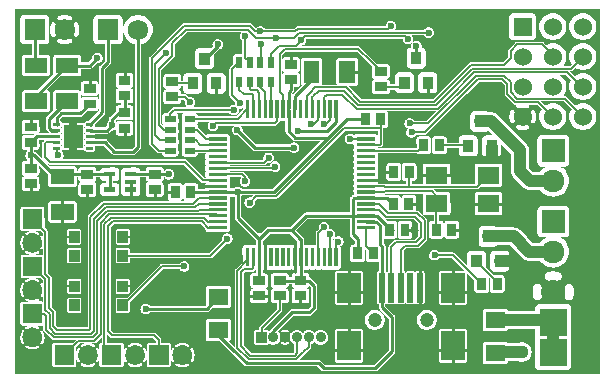
<source format=gbr>
G04 start of page 2 for group 0 idx 0 *
G04 Title: (unknown), component *
G04 Creator: pcb 1.99z *
G04 CreationDate: Tue May  7 13:19:40 2013 UTC *
G04 For: matt *
G04 Format: Gerber/RS-274X *
G04 PCB-Dimensions (mil): 2165.35 1377.95 *
G04 PCB-Coordinate-Origin: lower left *
%MOIN*%
%FSLAX25Y25*%
%LNTOP*%
%ADD44C,0.0480*%
%ADD43C,0.0354*%
%ADD42C,0.0380*%
%ADD41C,0.0315*%
%ADD40C,0.0250*%
%ADD39C,0.0118*%
%ADD38C,0.0443*%
%ADD37C,0.0236*%
%ADD36R,0.0572X0.0572*%
%ADD35R,0.0197X0.0197*%
%ADD34R,0.0150X0.0150*%
%ADD33R,0.0354X0.0354*%
%ADD32R,0.0102X0.0102*%
%ADD31R,0.0630X0.0630*%
%ADD30R,0.0533X0.0533*%
%ADD29R,0.0787X0.0787*%
%ADD28R,0.0340X0.0340*%
%ADD27R,0.0200X0.0200*%
%ADD26R,0.0512X0.0512*%
%ADD25R,0.0295X0.0295*%
%ADD24R,0.0110X0.0110*%
%ADD23C,0.0600*%
%ADD22C,0.0757*%
%ADD21C,0.0800*%
%ADD20C,0.0473*%
%ADD19C,0.0679*%
%ADD18C,0.0651*%
%ADD17C,0.0354*%
%ADD16C,0.0256*%
%ADD15C,0.0400*%
%ADD14C,0.0100*%
%ADD13C,0.0059*%
%ADD12C,0.0098*%
%ADD11C,0.0001*%
G54D11*G36*
X77800Y125925D02*X86172D01*
X86145Y125902D01*
X85964Y125690D01*
X85818Y125452D01*
X85712Y125195D01*
X85646Y124924D01*
X85625Y124646D01*
X85646Y124368D01*
X85712Y124097D01*
X85818Y123839D01*
X85964Y123601D01*
X86145Y123389D01*
X86357Y123208D01*
X86516Y123111D01*
Y118634D01*
X86445Y118638D01*
X84288Y118629D01*
X84135Y118592D01*
X83989Y118532D01*
X83855Y118449D01*
X83736Y118347D01*
X83633Y118227D01*
X83551Y118093D01*
X83491Y117948D01*
X83454Y117795D01*
X83445Y117638D01*
X83451Y115147D01*
X82469Y114165D01*
X82443Y114142D01*
X82352Y114036D01*
X82279Y113917D01*
X82226Y113788D01*
X82193Y113653D01*
X82182Y113514D01*
X82185Y113479D01*
Y104995D01*
X82182Y104961D01*
X82193Y104824D01*
X82193Y104822D01*
X82226Y104686D01*
X82279Y104557D01*
X82352Y104438D01*
X82443Y104332D01*
X82470Y104309D01*
X84115Y102664D01*
X84072Y102483D01*
X84050Y102205D01*
X84072Y101927D01*
X84113Y101753D01*
X83939Y101794D01*
X83661Y101816D01*
X83383Y101794D01*
X83112Y101729D01*
X82855Y101623D01*
X82617Y101477D01*
X82405Y101296D01*
X82224Y101084D01*
X82127Y100925D01*
X77800D01*
Y105444D01*
X79735Y105451D01*
X79965Y105506D01*
X80183Y105596D01*
X80384Y105720D01*
X80564Y105873D01*
X80717Y106053D01*
X80841Y106254D01*
X80931Y106472D01*
X80986Y106702D01*
X81000Y106937D01*
X80986Y111172D01*
X80931Y111402D01*
X80841Y111620D01*
X80717Y111821D01*
X80564Y112001D01*
X80384Y112154D01*
X80183Y112278D01*
X79965Y112368D01*
X79735Y112423D01*
X79500Y112437D01*
X77800Y112431D01*
Y119418D01*
X78507Y120125D01*
X78624Y120135D01*
X78896Y120200D01*
X79153Y120306D01*
X79391Y120452D01*
X79603Y120633D01*
X79784Y120845D01*
X79930Y121083D01*
X80036Y121341D01*
X80102Y121612D01*
X80118Y121890D01*
X80102Y122168D01*
X80036Y122439D01*
X79930Y122697D01*
X79784Y122934D01*
X79603Y123146D01*
X79391Y123327D01*
X79153Y123473D01*
X78896Y123580D01*
X78624Y123645D01*
X78346Y123667D01*
X78068Y123645D01*
X77800Y123580D01*
Y125925D01*
G37*
G36*
X66710Y124552D02*X68083Y125925D01*
X77800D01*
Y123580D01*
X77797Y123580D01*
X77540Y123473D01*
X77302Y123327D01*
X77090Y123146D01*
X76909Y122934D01*
X76763Y122697D01*
X76656Y122439D01*
X76591Y122168D01*
X76569Y121890D01*
X76591Y121612D01*
X76656Y121341D01*
X76657Y121338D01*
X75922Y120602D01*
X75835Y120623D01*
X75600Y120637D01*
X71965Y120623D01*
X71735Y120568D01*
X71517Y120478D01*
X71316Y120354D01*
X71136Y120201D01*
X70983Y120021D01*
X70859Y119820D01*
X70769Y119602D01*
X70714Y119372D01*
X70700Y119137D01*
X70714Y114902D01*
X70769Y114672D01*
X70859Y114454D01*
X70983Y114253D01*
X71136Y114073D01*
X71316Y113920D01*
X71517Y113796D01*
X71735Y113706D01*
X71965Y113651D01*
X72200Y113637D01*
X75835Y113651D01*
X76065Y113706D01*
X76283Y113796D01*
X76484Y113920D01*
X76664Y114073D01*
X76817Y114253D01*
X76941Y114454D01*
X77031Y114672D01*
X77086Y114902D01*
X77100Y115137D01*
X77088Y118707D01*
X77800Y119418D01*
Y112431D01*
X75865Y112423D01*
X75635Y112368D01*
X75417Y112278D01*
X75216Y112154D01*
X75036Y112001D01*
X74883Y111821D01*
X74759Y111620D01*
X74669Y111402D01*
X74614Y111172D01*
X74600Y110937D01*
X74614Y106702D01*
X74669Y106472D01*
X74759Y106254D01*
X74883Y106053D01*
X75036Y105873D01*
X75216Y105720D01*
X75417Y105596D01*
X75635Y105506D01*
X75865Y105451D01*
X76100Y105437D01*
X77800Y105444D01*
Y100925D01*
X69684D01*
X69901Y101015D01*
X70139Y101161D01*
X70351Y101342D01*
X70532Y101554D01*
X70678Y101792D01*
X70784Y102049D01*
X70850Y102320D01*
X70866Y102598D01*
X70850Y102876D01*
X70784Y103148D01*
X70678Y103405D01*
X70532Y103643D01*
X70351Y103855D01*
X70139Y104036D01*
X69901Y104182D01*
X69644Y104288D01*
X69372Y104354D01*
X69094Y104375D01*
X68817Y104354D01*
X68636Y104310D01*
X67974Y104972D01*
X67951Y104998D01*
X67845Y105089D01*
X67726Y105162D01*
X67635Y105199D01*
X67597Y105215D01*
X67462Y105248D01*
X67323Y105259D01*
X67288Y105256D01*
X66710D01*
Y108051D01*
X66809D01*
X66814Y106702D01*
X66869Y106472D01*
X66959Y106254D01*
X67083Y106053D01*
X67236Y105873D01*
X67416Y105720D01*
X67617Y105596D01*
X67835Y105506D01*
X68065Y105451D01*
X68300Y105437D01*
X71935Y105451D01*
X72165Y105506D01*
X72383Y105596D01*
X72584Y105720D01*
X72764Y105873D01*
X72917Y106053D01*
X73041Y106254D01*
X73131Y106472D01*
X73186Y106702D01*
X73200Y106937D01*
X73186Y111172D01*
X73131Y111402D01*
X73041Y111620D01*
X72917Y111821D01*
X72764Y112001D01*
X72584Y112154D01*
X72383Y112278D01*
X72165Y112368D01*
X71935Y112423D01*
X71700Y112437D01*
X68065Y112423D01*
X67835Y112368D01*
X67617Y112278D01*
X67416Y112154D01*
X67236Y112001D01*
X67083Y111821D01*
X66959Y111620D01*
X66869Y111402D01*
X66814Y111172D01*
X66800Y110937D01*
X66804Y109823D01*
X66710D01*
Y124552D01*
G37*
G36*
Y103484D02*X66956D01*
X67383Y103057D01*
X67339Y102876D01*
X67318Y102598D01*
X67339Y102320D01*
X67404Y102049D01*
X67511Y101792D01*
X67657Y101554D01*
X67838Y101342D01*
X68050Y101161D01*
X68288Y101015D01*
X68505Y100925D01*
X66710D01*
Y103484D01*
G37*
G36*
X60221Y105846D02*X60230Y102737D01*
X60267Y102584D01*
X60327Y102439D01*
X60409Y102305D01*
X60512Y102185D01*
X60631Y102083D01*
X60766Y102000D01*
X60911Y101940D01*
X61064Y101903D01*
X61221Y101894D01*
X65314Y101903D01*
X65467Y101940D01*
X65612Y102000D01*
X65747Y102083D01*
X65866Y102185D01*
X65968Y102305D01*
X66051Y102439D01*
X66111Y102584D01*
X66148Y102737D01*
X66157Y102894D01*
X66155Y103484D01*
X66710D01*
Y100925D01*
X63814D01*
X63780Y100928D01*
X63641Y100917D01*
X63505Y100884D01*
X63376Y100831D01*
X63257Y100758D01*
X63257Y100758D01*
X63151Y100668D01*
X63129Y100641D01*
X61896Y99409D01*
X61870Y99386D01*
X61779Y99280D01*
X61706Y99161D01*
X61653Y99032D01*
X61636Y98962D01*
X60591Y98959D01*
X60438Y98922D01*
X60293Y98862D01*
X60158Y98780D01*
X60039Y98678D01*
X59937Y98558D01*
X59854Y98424D01*
X59794Y98278D01*
X59757Y98125D01*
X59748Y97969D01*
X59757Y95812D01*
X59794Y95659D01*
X59854Y95513D01*
X59937Y95379D01*
X60039Y95259D01*
X60086Y95219D01*
X60039Y95178D01*
X59954Y95078D01*
X59547Y95485D01*
Y113255D01*
X60469Y114177D01*
X60471Y114179D01*
X63791Y117499D01*
X63817Y117521D01*
X63908Y117627D01*
X63981Y117746D01*
X64034Y117875D01*
X64067Y118011D01*
X64077Y118150D01*
X64075Y118184D01*
Y121917D01*
X66710Y124552D01*
Y109823D01*
X66152D01*
X66148Y111121D01*
X66111Y111274D01*
X66051Y111420D01*
X65968Y111554D01*
X65866Y111673D01*
X65747Y111776D01*
X65612Y111858D01*
X65467Y111918D01*
X65314Y111955D01*
X65157Y111964D01*
X61064Y111955D01*
X60911Y111918D01*
X60766Y111858D01*
X60631Y111776D01*
X60512Y111673D01*
X60409Y111554D01*
X60327Y111420D01*
X60267Y111274D01*
X60230Y111121D01*
X60221Y110964D01*
X60230Y107855D01*
X60267Y107702D01*
X60327Y107557D01*
X60409Y107423D01*
X60512Y107303D01*
X60631Y107201D01*
X60766Y107118D01*
X60911Y107058D01*
X61064Y107021D01*
X61221Y107012D01*
X65314Y107021D01*
X65467Y107058D01*
X65612Y107118D01*
X65747Y107201D01*
X65866Y107303D01*
X65968Y107423D01*
X66051Y107557D01*
X66111Y107702D01*
X66148Y107855D01*
X66157Y108012D01*
X66157Y108051D01*
X66710D01*
Y105256D01*
X66150D01*
X66148Y106003D01*
X66111Y106156D01*
X66051Y106302D01*
X65968Y106436D01*
X65866Y106555D01*
X65747Y106658D01*
X65612Y106740D01*
X65467Y106800D01*
X65314Y106837D01*
X65157Y106846D01*
X61064Y106837D01*
X60911Y106800D01*
X60766Y106740D01*
X60631Y106658D01*
X60512Y106555D01*
X60409Y106436D01*
X60327Y106302D01*
X60267Y106156D01*
X60230Y106003D01*
X60221Y105846D01*
G37*
G36*
X102335Y88524D02*X91196D01*
X86601Y93119D01*
X86614Y93346D01*
X86598Y93624D01*
X86533Y93896D01*
X86426Y94153D01*
X86280Y94391D01*
X86099Y94603D01*
X86072Y94626D01*
X97210D01*
X97244Y94623D01*
X97380Y94634D01*
X97383Y94634D01*
X97519Y94667D01*
X97647Y94720D01*
X97766Y94793D01*
X97872Y94884D01*
X97895Y94911D01*
X98672Y95687D01*
X98698Y95710D01*
X98789Y95816D01*
X98862Y95934D01*
X98915Y96063D01*
X98948Y96199D01*
X98949Y96217D01*
X98964Y96220D01*
X99055Y96258D01*
X99145Y96220D01*
X99315Y96180D01*
X99488Y96169D01*
X100764Y96180D01*
X100886Y96209D01*
Y92995D01*
X100883Y92953D01*
X100896Y92783D01*
X100926Y92657D01*
X100936Y92617D01*
X100963Y92552D01*
X101001Y92460D01*
X101090Y92314D01*
X101090Y92314D01*
X101201Y92185D01*
X101233Y92157D01*
X103338Y90052D01*
X103366Y90020D01*
X103495Y89909D01*
X103496Y89909D01*
X103641Y89820D01*
X103733Y89782D01*
X103798Y89755D01*
X103838Y89745D01*
X103964Y89715D01*
X104134Y89701D01*
X104176Y89705D01*
X112544D01*
X96599Y73760D01*
X86444D01*
X86296Y73934D01*
X86084Y74115D01*
X85846Y74260D01*
X85588Y74367D01*
X85317Y74432D01*
X85039Y74454D01*
X84761Y74432D01*
X84490Y74367D01*
X84233Y74260D01*
X84032Y74137D01*
X82413D01*
X82403Y75330D01*
X82363Y75499D01*
X82325Y75590D01*
X82363Y75681D01*
X82403Y75850D01*
X82413Y76024D01*
X82403Y77299D01*
X82363Y77468D01*
X82325Y77559D01*
X82363Y77649D01*
X82364Y77657D01*
X86091D01*
X86213Y77535D01*
X86145Y77477D01*
X85964Y77265D01*
X85818Y77027D01*
X85712Y76770D01*
X85646Y76498D01*
X85625Y76220D01*
X85646Y75942D01*
X85712Y75671D01*
X85818Y75414D01*
X85964Y75176D01*
X86145Y74964D01*
X86357Y74783D01*
X86595Y74637D01*
X86852Y74530D01*
X87124Y74465D01*
X87402Y74443D01*
X87680Y74465D01*
X87951Y74530D01*
X88208Y74637D01*
X88446Y74783D01*
X88658Y74964D01*
X88839Y75176D01*
X88985Y75414D01*
X89092Y75671D01*
X89157Y75942D01*
X89173Y76220D01*
X89157Y76498D01*
X89092Y76770D01*
X88985Y77027D01*
X88839Y77265D01*
X88658Y77477D01*
X88446Y77658D01*
X88273Y77764D01*
X88247Y77873D01*
X88193Y78002D01*
X88120Y78121D01*
X88120Y78121D01*
X88030Y78227D01*
X88003Y78249D01*
X87108Y79144D01*
X87086Y79171D01*
X86980Y79261D01*
X86980Y79261D01*
X86861Y79334D01*
X86732Y79388D01*
X86596Y79420D01*
X86457Y79431D01*
X86423Y79428D01*
X82364D01*
X82363Y79436D01*
X82325Y79527D01*
X82363Y79618D01*
X82364Y79626D01*
X92677D01*
X92697Y79627D01*
X92717Y79626D01*
X96525D01*
X96634Y79558D01*
X96892Y79452D01*
X97163Y79387D01*
X97441Y79365D01*
X97719Y79387D01*
X97990Y79452D01*
X98248Y79558D01*
X98485Y79704D01*
X98697Y79885D01*
X98879Y80097D01*
X99024Y80335D01*
X99131Y80593D01*
X99196Y80864D01*
X99212Y81142D01*
X99196Y81420D01*
X99131Y81691D01*
X99024Y81948D01*
X98879Y82186D01*
X98697Y82398D01*
X98485Y82579D01*
X98248Y82725D01*
X97990Y82832D01*
X97719Y82897D01*
X97441Y82919D01*
X97163Y82897D01*
X96892Y82832D01*
X96634Y82725D01*
X96396Y82579D01*
X96184Y82398D01*
X96003Y82186D01*
X95858Y81948D01*
X95751Y81691D01*
X95686Y81420D01*
X95684Y81397D01*
X92717D01*
X92697Y81396D01*
X92677Y81397D01*
X82364D01*
X82363Y81405D01*
X82325Y81496D01*
X82363Y81586D01*
X82364Y81594D01*
X92676D01*
X92717Y81596D01*
X92757Y81594D01*
X93626D01*
X93661Y81591D01*
X93800Y81602D01*
X93935Y81634D01*
X94064Y81688D01*
X94183Y81761D01*
X94289Y81851D01*
X94312Y81878D01*
X94817Y82383D01*
X94998Y82339D01*
X95276Y82317D01*
X95554Y82339D01*
X95825Y82404D01*
X96082Y82511D01*
X96320Y82657D01*
X96532Y82838D01*
X96713Y83050D01*
X96859Y83288D01*
X96966Y83545D01*
X97031Y83816D01*
X97047Y84094D01*
X97031Y84372D01*
X96966Y84644D01*
X96859Y84901D01*
X96713Y85139D01*
X96532Y85351D01*
X96320Y85532D01*
X96082Y85678D01*
X95825Y85785D01*
X95554Y85850D01*
X95276Y85872D01*
X94998Y85850D01*
X94726Y85785D01*
X94469Y85678D01*
X94231Y85532D01*
X94019Y85351D01*
X93838Y85139D01*
X93692Y84901D01*
X93586Y84644D01*
X93520Y84372D01*
X93499Y84094D01*
X93520Y83816D01*
X93564Y83636D01*
X93294Y83365D01*
X92757D01*
X92717Y83363D01*
X92676Y83365D01*
X82364D01*
X82363Y83373D01*
X82325Y83464D01*
X82363Y83555D01*
X82403Y83724D01*
X82413Y83898D01*
X82403Y85173D01*
X82363Y85342D01*
X82325Y85433D01*
X82363Y85523D01*
X82403Y85692D01*
X82413Y85866D01*
X82403Y87141D01*
X82363Y87310D01*
X82325Y87401D01*
X82363Y87492D01*
X82403Y87661D01*
X82413Y87835D01*
X82403Y89110D01*
X82363Y89279D01*
X82325Y89370D01*
X82363Y89460D01*
X82403Y89629D01*
X82413Y89803D01*
X82403Y91078D01*
X82363Y91247D01*
X82296Y91408D01*
X82205Y91557D01*
X82092Y91689D01*
X81959Y91802D01*
X81811Y91893D01*
X81650Y91960D01*
X81481Y92001D01*
X81307Y92011D01*
X75134Y92001D01*
X74964Y91960D01*
X74803Y91893D01*
X74655Y91802D01*
X74522Y91689D01*
X74451Y91605D01*
X71997Y94058D01*
X71975Y94085D01*
X71869Y94176D01*
X71750Y94248D01*
X71740Y94252D01*
X71739Y94625D01*
X71702Y94778D01*
X71642Y94924D01*
X71560Y95058D01*
X71457Y95178D01*
X71410Y95219D01*
X71457Y95259D01*
X71560Y95379D01*
X71642Y95513D01*
X71702Y95659D01*
X71739Y95812D01*
X71748Y95969D01*
X71748Y96071D01*
X75620D01*
X75515Y95981D01*
X75334Y95769D01*
X75188Y95531D01*
X75082Y95274D01*
X75017Y95002D01*
X74995Y94724D01*
X75017Y94446D01*
X75082Y94175D01*
X75188Y93918D01*
X75334Y93680D01*
X75515Y93468D01*
X75727Y93287D01*
X75965Y93141D01*
X76223Y93034D01*
X76494Y92969D01*
X76772Y92947D01*
X77050Y92969D01*
X77321Y93034D01*
X77578Y93141D01*
X77816Y93287D01*
X78028Y93468D01*
X78209Y93680D01*
X78355Y93918D01*
X78462Y94175D01*
X78527Y94446D01*
X78537Y94626D01*
X83613D01*
X83586Y94603D01*
X83405Y94391D01*
X83259Y94153D01*
X83153Y93896D01*
X83087Y93624D01*
X83066Y93346D01*
X83087Y93068D01*
X83153Y92797D01*
X83259Y92540D01*
X83405Y92302D01*
X83586Y92090D01*
X83798Y91909D01*
X84036Y91763D01*
X84293Y91656D01*
X84565Y91591D01*
X84843Y91569D01*
X85070Y91587D01*
X89953Y86705D01*
X89980Y86673D01*
X90110Y86562D01*
X90110Y86562D01*
X90255Y86473D01*
X90347Y86435D01*
X90412Y86408D01*
X90452Y86399D01*
X90578Y86368D01*
X90748Y86355D01*
X90790Y86358D01*
X102335D01*
X102484Y86184D01*
X102696Y86003D01*
X102933Y85858D01*
X103191Y85751D01*
X103462Y85686D01*
X103740Y85664D01*
X104018Y85686D01*
X104289Y85751D01*
X104547Y85858D01*
X104785Y86003D01*
X104997Y86184D01*
X105178Y86396D01*
X105323Y86634D01*
X105430Y86892D01*
X105495Y87163D01*
X105512Y87441D01*
X105495Y87719D01*
X105430Y87990D01*
X105323Y88248D01*
X105178Y88485D01*
X104997Y88697D01*
X104785Y88879D01*
X104547Y89024D01*
X104289Y89131D01*
X104018Y89196D01*
X103740Y89218D01*
X103462Y89196D01*
X103191Y89131D01*
X102933Y89024D01*
X102696Y88879D01*
X102484Y88697D01*
X102335Y88524D01*
G37*
G36*
X140748Y63524D02*X143728D01*
X145177Y62074D01*
Y57887D01*
X144121Y56831D01*
X140748D01*
Y57115D01*
X142381Y57120D01*
X142534Y57157D01*
X142679Y57217D01*
X142814Y57299D01*
X142933Y57401D01*
X143035Y57521D01*
X143118Y57655D01*
X143178Y57801D01*
X143215Y57954D01*
X143224Y58111D01*
X143215Y62204D01*
X143178Y62357D01*
X143118Y62502D01*
X143035Y62636D01*
X142933Y62756D01*
X142814Y62858D01*
X142679Y62940D01*
X142534Y63001D01*
X142381Y63037D01*
X142224Y63047D01*
X140748Y63042D01*
Y63524D01*
G37*
G36*
X135236Y46224D02*X135142Y46224D01*
X135050Y46202D01*
X134963Y46166D01*
X134882Y46117D01*
X134810Y46055D01*
X134749Y45984D01*
X134700Y45903D01*
X134664Y45816D01*
X134645Y45740D01*
X134627Y45816D01*
X134591Y45903D01*
X134542Y45984D01*
X134481Y46055D01*
X134409Y46117D01*
X134328Y46166D01*
X134272Y46189D01*
Y54406D01*
X134275Y54449D01*
X134262Y54619D01*
X134222Y54784D01*
X134157Y54942D01*
X134068Y55087D01*
X134067Y55087D01*
X133957Y55217D01*
X133925Y55244D01*
X133858Y55311D01*
Y57153D01*
X133997Y57120D01*
X134154Y57111D01*
X137263Y57120D01*
X137416Y57157D01*
X137561Y57217D01*
X137696Y57299D01*
X137815Y57401D01*
X137917Y57521D01*
X138000Y57655D01*
X138060Y57801D01*
X138097Y57954D01*
X138106Y58111D01*
X138097Y62204D01*
X138060Y62357D01*
X138000Y62502D01*
X137917Y62636D01*
X137815Y62756D01*
X137696Y62858D01*
X137561Y62940D01*
X137416Y63001D01*
X137263Y63037D01*
X137106Y63047D01*
X134790Y63040D01*
X134307Y63524D01*
X140748D01*
Y63042D01*
X139115Y63037D01*
X138962Y63001D01*
X138817Y62940D01*
X138682Y62858D01*
X138563Y62756D01*
X138460Y62636D01*
X138378Y62502D01*
X138318Y62357D01*
X138281Y62204D01*
X138272Y62047D01*
X138281Y57954D01*
X138318Y57801D01*
X138378Y57655D01*
X138460Y57521D01*
X138563Y57401D01*
X138682Y57299D01*
X138817Y57217D01*
X138962Y57157D01*
X139115Y57120D01*
X139272Y57111D01*
X140748Y57115D01*
Y56831D01*
X137633D01*
X137598Y56833D01*
X137459Y56823D01*
X137324Y56790D01*
X137195Y56737D01*
X137076Y56664D01*
X137076Y56664D01*
X136970Y56573D01*
X136948Y56547D01*
X135520Y55119D01*
X135494Y55097D01*
X135403Y54991D01*
X135330Y54872D01*
X135277Y54743D01*
X135244Y54608D01*
X135233Y54469D01*
X135236Y54434D01*
Y46224D01*
G37*
G36*
X82677Y70709D02*Y71137D01*
X83957D01*
Y70709D01*
X82677D01*
G37*
G36*
Y70906D02*Y71137D01*
X83957D01*
Y70906D01*
X82677D01*
G37*
G36*
X64173Y81831D02*X66916D01*
X72774Y75973D01*
X72797Y75946D01*
X72903Y75856D01*
X72903Y75856D01*
X73022Y75783D01*
X73151Y75729D01*
X73286Y75697D01*
X73425Y75686D01*
X73460Y75689D01*
X74250D01*
X74252Y75681D01*
X74289Y75590D01*
X74252Y75499D01*
X74211Y75330D01*
X74201Y75157D01*
X74211Y73881D01*
X74250Y73720D01*
X71760D01*
X71758Y74802D01*
X71721Y74955D01*
X71661Y75101D01*
X71579Y75235D01*
X71477Y75354D01*
X71357Y75457D01*
X71223Y75539D01*
X71077Y75599D01*
X70924Y75636D01*
X70767Y75645D01*
X67658Y75636D01*
X67505Y75599D01*
X67360Y75539D01*
X67226Y75457D01*
X67106Y75354D01*
X67004Y75235D01*
X66922Y75101D01*
X66861Y74955D01*
X66825Y74802D01*
X66815Y74645D01*
X66825Y70552D01*
X66861Y70399D01*
X66922Y70254D01*
X67004Y70120D01*
X67106Y70000D01*
X67226Y69898D01*
X67360Y69815D01*
X67505Y69755D01*
X67658Y69718D01*
X67815Y69709D01*
X69801Y69715D01*
X69712Y69626D01*
X64173D01*
Y69714D01*
X65806Y69718D01*
X65959Y69755D01*
X66105Y69815D01*
X66239Y69898D01*
X66359Y70000D01*
X66461Y70120D01*
X66543Y70254D01*
X66603Y70399D01*
X66640Y70552D01*
X66649Y70709D01*
X66640Y74802D01*
X66603Y74955D01*
X66543Y75101D01*
X66461Y75235D01*
X66359Y75354D01*
X66239Y75457D01*
X66105Y75539D01*
X65959Y75599D01*
X65806Y75636D01*
X65649Y75645D01*
X64173Y75641D01*
Y81831D01*
G37*
G36*
X54926D02*X64173D01*
Y75641D01*
X62540Y75636D01*
X62387Y75599D01*
X62242Y75539D01*
X62108Y75457D01*
X61988Y75354D01*
X61886Y75235D01*
X61804Y75101D01*
X61743Y74955D01*
X61707Y74802D01*
X61697Y74645D01*
X61707Y70552D01*
X61743Y70399D01*
X61804Y70254D01*
X61886Y70120D01*
X61988Y70000D01*
X62108Y69898D01*
X62242Y69815D01*
X62387Y69755D01*
X62540Y69718D01*
X62697Y69709D01*
X64173Y69714D01*
Y69626D01*
X54926D01*
Y71068D01*
X55005Y71035D01*
X55159Y70998D01*
X55315Y70989D01*
X59408Y70998D01*
X59561Y71035D01*
X59707Y71095D01*
X59841Y71177D01*
X59961Y71279D01*
X60063Y71399D01*
X60145Y71533D01*
X60205Y71679D01*
X60242Y71832D01*
X60251Y71989D01*
X60242Y75098D01*
X60205Y75251D01*
X60145Y75396D01*
X60063Y75530D01*
X59961Y75650D01*
X59841Y75752D01*
X59707Y75834D01*
X59561Y75895D01*
X59408Y75931D01*
X59251Y75941D01*
X55159Y75931D01*
X55005Y75895D01*
X54926Y75862D01*
Y76186D01*
X55005Y76153D01*
X55159Y76116D01*
X55315Y76107D01*
X59408Y76116D01*
X59561Y76153D01*
X59707Y76213D01*
X59841Y76295D01*
X59961Y76397D01*
X60063Y76517D01*
X60145Y76651D01*
X60205Y76797D01*
X60242Y76950D01*
X60251Y77107D01*
X60250Y77500D01*
X60603D01*
X60751Y77326D01*
X60963Y77145D01*
X61201Y76999D01*
X61459Y76893D01*
X61730Y76828D01*
X62008Y76806D01*
X62286Y76828D01*
X62557Y76893D01*
X62815Y76999D01*
X63052Y77145D01*
X63264Y77326D01*
X63446Y77538D01*
X63591Y77776D01*
X63698Y78034D01*
X63763Y78305D01*
X63779Y78583D01*
X63763Y78861D01*
X63698Y79132D01*
X63591Y79389D01*
X63446Y79627D01*
X63264Y79839D01*
X63052Y80020D01*
X62815Y80166D01*
X62557Y80273D01*
X62286Y80338D01*
X62008Y80360D01*
X61730Y80338D01*
X61459Y80273D01*
X61201Y80166D01*
X60963Y80020D01*
X60751Y79839D01*
X60603Y79665D01*
X60244D01*
X60242Y80216D01*
X60205Y80369D01*
X60145Y80514D01*
X60063Y80648D01*
X59961Y80768D01*
X59841Y80870D01*
X59707Y80952D01*
X59561Y81013D01*
X59408Y81049D01*
X59251Y81059D01*
X55159Y81049D01*
X55005Y81013D01*
X54926Y80980D01*
Y81831D01*
G37*
G36*
X45242Y71792D02*X45290Y71848D01*
X45413Y72050D01*
X45504Y72268D01*
X45559Y72497D01*
X45573Y72733D01*
X45559Y74468D01*
X45504Y74698D01*
X45413Y74916D01*
X45290Y75117D01*
X45242Y75173D01*
Y76892D01*
X45290Y76948D01*
X45413Y77150D01*
X45504Y77368D01*
X45559Y77597D01*
X45573Y77833D01*
X45559Y79568D01*
X45504Y79798D01*
X45413Y80016D01*
X45290Y80217D01*
X45242Y80273D01*
Y81831D01*
X54926D01*
Y80980D01*
X54860Y80952D01*
X54726Y80870D01*
X54606Y80768D01*
X54504Y80648D01*
X54422Y80514D01*
X54361Y80369D01*
X54325Y80216D01*
X54315Y80059D01*
X54317Y79665D01*
X52536D01*
X52504Y79798D01*
X52413Y80016D01*
X52290Y80217D01*
X52137Y80397D01*
X51957Y80550D01*
X51756Y80673D01*
X51538Y80764D01*
X51308Y80819D01*
X51073Y80833D01*
X47337Y80819D01*
X47108Y80764D01*
X46890Y80673D01*
X46688Y80550D01*
X46509Y80397D01*
X46356Y80217D01*
X46232Y80016D01*
X46142Y79798D01*
X46087Y79568D01*
X46073Y79333D01*
X46087Y77597D01*
X46142Y77368D01*
X46177Y77283D01*
X46142Y77198D01*
X46087Y76968D01*
X46073Y76733D01*
X46087Y74997D01*
X46142Y74768D01*
X46156Y74733D01*
X46142Y74698D01*
X46087Y74468D01*
X46073Y74233D01*
X46087Y72497D01*
X46142Y72268D01*
X46232Y72050D01*
X46356Y71848D01*
X46509Y71669D01*
X46688Y71515D01*
X46890Y71392D01*
X47108Y71302D01*
X47337Y71247D01*
X47573Y71233D01*
X51308Y71247D01*
X51538Y71302D01*
X51756Y71392D01*
X51957Y71515D01*
X52137Y71669D01*
X52290Y71848D01*
X52413Y72050D01*
X52504Y72268D01*
X52559Y72497D01*
X52573Y72733D01*
X52559Y74468D01*
X52504Y74698D01*
X52489Y74733D01*
X52504Y74768D01*
X52559Y74997D01*
X52573Y75233D01*
X52559Y76968D01*
X52504Y77198D01*
X52469Y77283D01*
X52504Y77368D01*
X52536Y77500D01*
X54323D01*
X54325Y76950D01*
X54361Y76797D01*
X54422Y76651D01*
X54504Y76517D01*
X54606Y76397D01*
X54726Y76295D01*
X54860Y76213D01*
X54926Y76186D01*
Y75862D01*
X54860Y75834D01*
X54726Y75752D01*
X54606Y75650D01*
X54504Y75530D01*
X54422Y75396D01*
X54361Y75251D01*
X54325Y75098D01*
X54315Y74941D01*
X54325Y71832D01*
X54361Y71679D01*
X54422Y71533D01*
X54504Y71399D01*
X54606Y71279D01*
X54726Y71177D01*
X54860Y71095D01*
X54926Y71068D01*
Y69626D01*
X45242D01*
Y71792D01*
G37*
G36*
Y102290D02*X45276Y102288D01*
X46161Y102290D01*
Y101524D01*
X45242Y101522D01*
Y102290D01*
G37*
G36*
X195511Y117473D02*X195542Y117089D01*
X195707Y116400D01*
X195978Y115746D01*
X196252Y115300D01*
X195657Y114705D01*
X195511D01*
Y117473D01*
G37*
G36*
Y110559D02*X196072Y109998D01*
X195978Y109845D01*
X195707Y109190D01*
X195542Y108501D01*
X195511Y108117D01*
Y110559D01*
G37*
G36*
Y101031D02*X196252Y100291D01*
X195978Y99845D01*
X195707Y99190D01*
X195542Y98501D01*
X195511Y98117D01*
Y101031D01*
G37*
G36*
Y133701D02*X205906D01*
Y12047D01*
X195511D01*
Y13595D01*
X195542Y13613D01*
X195721Y13767D01*
X195875Y13946D01*
X195998Y14148D01*
X196088Y14366D01*
X196144Y14595D01*
X196157Y14831D01*
X196144Y24066D01*
X196088Y24296D01*
X196074Y24331D01*
X196088Y24366D01*
X196144Y24595D01*
X196157Y24831D01*
X196144Y34066D01*
X196088Y34296D01*
X195998Y34514D01*
X195875Y34715D01*
X195721Y34895D01*
X195542Y35048D01*
X195511Y35067D01*
Y36512D01*
X195514Y36512D01*
X195739Y36544D01*
X195957Y36610D01*
X196161Y36709D01*
X196348Y36839D01*
X196512Y36997D01*
X196649Y37179D01*
X196756Y37379D01*
X196826Y37596D01*
X196977Y38281D01*
X197048Y38980D01*
Y39682D01*
X196977Y40380D01*
X196835Y41068D01*
X196761Y41284D01*
X196653Y41486D01*
X196516Y41668D01*
X196351Y41826D01*
X196164Y41957D01*
X195958Y42056D01*
X195740Y42123D01*
X195514Y42154D01*
X195511Y42154D01*
Y97473D01*
X195542Y97089D01*
X195707Y96400D01*
X195978Y95746D01*
X196348Y95142D01*
X196808Y94603D01*
X197347Y94143D01*
X197951Y93773D01*
X198605Y93502D01*
X199294Y93337D01*
X200000Y93281D01*
X200706Y93337D01*
X201395Y93502D01*
X202049Y93773D01*
X202653Y94143D01*
X203192Y94603D01*
X203652Y95142D01*
X204022Y95746D01*
X204293Y96400D01*
X204458Y97089D01*
X204500Y97795D01*
X204458Y98501D01*
X204293Y99190D01*
X204022Y99845D01*
X203652Y100448D01*
X203192Y100987D01*
X202653Y101447D01*
X202049Y101817D01*
X201395Y102088D01*
X200706Y102254D01*
X200000Y102309D01*
X199294Y102254D01*
X198605Y102088D01*
X197951Y101817D01*
X197504Y101544D01*
X195511Y103537D01*
Y107473D01*
X195542Y107089D01*
X195707Y106400D01*
X195978Y105746D01*
X196348Y105142D01*
X196808Y104603D01*
X197347Y104143D01*
X197951Y103773D01*
X198605Y103502D01*
X199294Y103337D01*
X200000Y103281D01*
X200706Y103337D01*
X201395Y103502D01*
X202049Y103773D01*
X202653Y104143D01*
X203192Y104603D01*
X203652Y105142D01*
X204022Y105746D01*
X204293Y106400D01*
X204458Y107089D01*
X204500Y107795D01*
X204458Y108501D01*
X204293Y109190D01*
X204022Y109845D01*
X203652Y110448D01*
X203192Y110987D01*
X202653Y111447D01*
X202049Y111817D01*
X201395Y112088D01*
X200706Y112254D01*
X200000Y112309D01*
X199294Y112254D01*
X198605Y112088D01*
X197951Y111817D01*
X197347Y111447D01*
X197229Y111347D01*
X195643Y112933D01*
X195989D01*
X196024Y112930D01*
X196163Y112941D01*
X196298Y112974D01*
X196427Y113027D01*
X196546Y113100D01*
X196652Y113191D01*
X196675Y113217D01*
X197504Y114047D01*
X197951Y113773D01*
X198605Y113502D01*
X199294Y113337D01*
X200000Y113281D01*
X200706Y113337D01*
X201395Y113502D01*
X202049Y113773D01*
X202653Y114143D01*
X203192Y114603D01*
X203652Y115142D01*
X204022Y115746D01*
X204293Y116400D01*
X204458Y117089D01*
X204500Y117795D01*
X204458Y118501D01*
X204293Y119190D01*
X204022Y119845D01*
X203652Y120448D01*
X203192Y120987D01*
X202653Y121447D01*
X202049Y121817D01*
X201395Y122088D01*
X200706Y122254D01*
X200000Y122309D01*
X199294Y122254D01*
X198605Y122088D01*
X197951Y121817D01*
X197347Y121447D01*
X196808Y120987D01*
X196348Y120448D01*
X195978Y119845D01*
X195707Y119190D01*
X195542Y118501D01*
X195511Y118117D01*
Y127473D01*
X195542Y127089D01*
X195707Y126400D01*
X195978Y125746D01*
X196348Y125142D01*
X196808Y124603D01*
X197347Y124143D01*
X197951Y123773D01*
X198605Y123502D01*
X199294Y123337D01*
X200000Y123281D01*
X200706Y123337D01*
X201395Y123502D01*
X202049Y123773D01*
X202653Y124143D01*
X203192Y124603D01*
X203652Y125142D01*
X204022Y125746D01*
X204293Y126400D01*
X204458Y127089D01*
X204500Y127795D01*
X204458Y128501D01*
X204293Y129190D01*
X204022Y129845D01*
X203652Y130448D01*
X203192Y130987D01*
X202653Y131447D01*
X202049Y131817D01*
X201395Y132088D01*
X200706Y132254D01*
X200000Y132309D01*
X199294Y132254D01*
X198605Y132088D01*
X197951Y131817D01*
X197347Y131447D01*
X196808Y130987D01*
X196348Y130448D01*
X195978Y129845D01*
X195707Y129190D01*
X195542Y128501D01*
X195511Y128117D01*
Y133701D01*
G37*
G36*
Y103537D02*X194667Y104381D01*
X194644Y104408D01*
X194538Y104498D01*
X194538Y104498D01*
X194419Y104571D01*
X194290Y104625D01*
X194155Y104657D01*
X194016Y104668D01*
X193981Y104665D01*
X193245D01*
X193652Y105142D01*
X194022Y105746D01*
X194293Y106400D01*
X194458Y107089D01*
X194500Y107795D01*
X194458Y108501D01*
X194293Y109190D01*
X194022Y109845D01*
X193652Y110448D01*
X193192Y110987D01*
X192653Y111447D01*
X192156Y111752D01*
X194318D01*
X195511Y110559D01*
Y108117D01*
X195486Y107795D01*
X195511Y107473D01*
Y103537D01*
G37*
G36*
Y35067D02*X195341Y35171D01*
X195122Y35262D01*
X194893Y35317D01*
X194657Y35331D01*
X192242Y35327D01*
X192060Y35415D01*
X191842Y35482D01*
X191615Y35513D01*
X191387Y35509D01*
X191163Y35465D01*
X190766Y35377D01*
X190361Y35336D01*
X190155D01*
Y43326D01*
X190361D01*
X190766Y43284D01*
X191165Y43202D01*
X191388Y43158D01*
X191615Y43153D01*
X191840Y43185D01*
X192058Y43251D01*
X192263Y43350D01*
X192449Y43480D01*
X192613Y43638D01*
X192750Y43820D01*
X192857Y44020D01*
X192932Y44235D01*
X192972Y44459D01*
X192976Y44687D01*
X192945Y44912D01*
X192878Y45130D01*
X192779Y45334D01*
X192649Y45521D01*
X192491Y45685D01*
X192309Y45822D01*
X192109Y45929D01*
X191893Y45999D01*
X191207Y46150D01*
X190509Y46221D01*
X190155D01*
Y47492D01*
X190157Y47492D01*
X190987Y47557D01*
X191796Y47751D01*
X192565Y48070D01*
X193275Y48504D01*
X193908Y49045D01*
X194448Y49678D01*
X194883Y50387D01*
X195202Y51156D01*
X195396Y51966D01*
X195445Y52795D01*
X195396Y53625D01*
X195202Y54434D01*
X194883Y55203D01*
X194448Y55913D01*
X193908Y56546D01*
X193275Y57086D01*
X192569Y57519D01*
X194180Y57522D01*
X194410Y57577D01*
X194628Y57667D01*
X194829Y57791D01*
X195009Y57944D01*
X195162Y58123D01*
X195286Y58325D01*
X195376Y58543D01*
X195431Y58772D01*
X195445Y59008D01*
X195431Y66818D01*
X195376Y67048D01*
X195286Y67266D01*
X195162Y67467D01*
X195009Y67647D01*
X194829Y67800D01*
X194628Y67923D01*
X194410Y68014D01*
X194180Y68069D01*
X193945Y68083D01*
X190155Y68076D01*
Y71114D01*
X190157Y71114D01*
X190987Y71179D01*
X191796Y71373D01*
X192565Y71692D01*
X193275Y72127D01*
X193908Y72667D01*
X194448Y73300D01*
X194883Y74009D01*
X195202Y74778D01*
X195396Y75588D01*
X195445Y76417D01*
X195396Y77247D01*
X195202Y78056D01*
X194883Y78825D01*
X194448Y79535D01*
X193908Y80168D01*
X193275Y80708D01*
X192569Y81141D01*
X194180Y81144D01*
X194410Y81199D01*
X194628Y81289D01*
X194829Y81413D01*
X195009Y81566D01*
X195162Y81746D01*
X195286Y81947D01*
X195376Y82165D01*
X195431Y82395D01*
X195445Y82630D01*
X195431Y90440D01*
X195376Y90670D01*
X195286Y90888D01*
X195162Y91089D01*
X195009Y91269D01*
X194829Y91422D01*
X194628Y91545D01*
X194410Y91636D01*
X194180Y91691D01*
X193945Y91705D01*
X190155Y91698D01*
Y93294D01*
X190706Y93337D01*
X191395Y93502D01*
X192049Y93773D01*
X192653Y94143D01*
X193192Y94603D01*
X193652Y95142D01*
X194022Y95746D01*
X194293Y96400D01*
X194458Y97089D01*
X194500Y97795D01*
X194458Y98501D01*
X194293Y99190D01*
X194022Y99845D01*
X193652Y100448D01*
X193192Y100987D01*
X192653Y101447D01*
X192049Y101817D01*
X191395Y102088D01*
X190706Y102254D01*
X190155Y102297D01*
Y102894D01*
X193649D01*
X195511Y101031D01*
Y98117D01*
X195486Y97795D01*
X195511Y97473D01*
Y42154D01*
X195286Y42150D01*
X195061Y42110D01*
X194845Y42035D01*
X194644Y41928D01*
X194462Y41790D01*
X194303Y41626D01*
X194173Y41439D01*
X194073Y41233D01*
X194006Y41015D01*
X193975Y40789D01*
X193979Y40560D01*
X194024Y40337D01*
X194111Y39939D01*
X194152Y39534D01*
Y39127D01*
X194111Y38722D01*
X194029Y38323D01*
X193984Y38101D01*
X193980Y37873D01*
X194011Y37648D01*
X194078Y37430D01*
X194177Y37226D01*
X194307Y37039D01*
X194465Y36875D01*
X194647Y36738D01*
X194847Y36631D01*
X195062Y36556D01*
X195286Y36517D01*
X195511Y36512D01*
Y35067D01*
G37*
G36*
X190155Y102297D02*X190000Y102309D01*
X189294Y102254D01*
X188605Y102088D01*
X187951Y101817D01*
X187504Y101544D01*
X186154Y102894D01*
X190155D01*
Y102297D01*
G37*
G36*
Y91698D02*X186135Y91691D01*
X185905Y91636D01*
X185687Y91545D01*
X185486Y91422D01*
X185306Y91269D01*
X185153Y91089D01*
X185029Y90888D01*
X184939Y90670D01*
X184884Y90440D01*
X184870Y90205D01*
X184884Y82395D01*
X184939Y82165D01*
X185029Y81947D01*
X185153Y81746D01*
X185306Y81566D01*
X185486Y81413D01*
X185687Y81289D01*
X185905Y81199D01*
X186135Y81144D01*
X186370Y81130D01*
X187732Y81132D01*
X187040Y80708D01*
X186407Y80168D01*
X185867Y79535D01*
X185795Y79417D01*
X183613D01*
Y95648D01*
X183656Y95655D01*
X183768Y95693D01*
X183873Y95747D01*
X183968Y95817D01*
X184051Y95901D01*
X184119Y95997D01*
X184170Y96104D01*
X184318Y96511D01*
X184422Y96932D01*
X184484Y97362D01*
X184505Y97795D01*
X184484Y98229D01*
X184422Y98658D01*
X184318Y99079D01*
X184175Y99489D01*
X184122Y99595D01*
X184053Y99692D01*
X183970Y99776D01*
X183875Y99847D01*
X183769Y99901D01*
X183657Y99939D01*
X183613Y99946D01*
Y101713D01*
X184830D01*
X186252Y100291D01*
X185978Y99845D01*
X185707Y99190D01*
X185542Y98501D01*
X185486Y97795D01*
X185542Y97089D01*
X185707Y96400D01*
X185978Y95746D01*
X186348Y95142D01*
X186808Y94603D01*
X187347Y94143D01*
X187951Y93773D01*
X188605Y93502D01*
X189294Y93337D01*
X190000Y93281D01*
X190155Y93294D01*
Y91698D01*
G37*
G36*
X183613Y79417D02*X183526D01*
X182134Y80810D01*
Y86536D01*
X182143Y86654D01*
X182106Y87124D01*
X181996Y87583D01*
X181815Y88020D01*
X181568Y88422D01*
X181381Y88642D01*
Y93511D01*
X181694Y93621D01*
X181800Y93673D01*
X181896Y93742D01*
X181981Y93825D01*
X182051Y93921D01*
X182106Y94026D01*
X182143Y94139D01*
X182163Y94256D01*
X182164Y94374D01*
X182146Y94491D01*
X182110Y94604D01*
X182057Y94711D01*
X181988Y94807D01*
X181905Y94891D01*
X181809Y94962D01*
X181704Y95016D01*
X181592Y95054D01*
X181475Y95073D01*
X181381Y95074D01*
Y100520D01*
X181474Y100521D01*
X181591Y100540D01*
X181703Y100577D01*
X181807Y100632D01*
X181902Y100702D01*
X181985Y100786D01*
X182054Y100882D01*
X182107Y100987D01*
X182143Y101100D01*
X182160Y101217D01*
X182159Y101335D01*
X182140Y101451D01*
X182103Y101563D01*
X182048Y101668D01*
X182015Y101713D01*
X183613D01*
Y99946D01*
X183540Y99958D01*
X183421Y99959D01*
X183304Y99941D01*
X183191Y99905D01*
X183085Y99852D01*
X182988Y99783D01*
X182904Y99700D01*
X182833Y99605D01*
X182779Y99499D01*
X182741Y99387D01*
X182722Y99270D01*
X182721Y99151D01*
X182739Y99034D01*
X182777Y98922D01*
X182876Y98650D01*
X182944Y98370D01*
X182986Y98084D01*
X183000Y97795D01*
X182986Y97507D01*
X182944Y97221D01*
X182876Y96940D01*
X182780Y96667D01*
X182742Y96556D01*
X182725Y96439D01*
X182725Y96321D01*
X182745Y96205D01*
X182782Y96093D01*
X182836Y95988D01*
X182906Y95893D01*
X182991Y95810D01*
X183087Y95741D01*
X183192Y95688D01*
X183305Y95653D01*
X183421Y95635D01*
X183539Y95636D01*
X183613Y95648D01*
Y79417D01*
G37*
G36*
X190155Y68076D02*X186135Y68069D01*
X185905Y68014D01*
X185687Y67923D01*
X185486Y67800D01*
X185306Y67647D01*
X185153Y67467D01*
X185029Y67266D01*
X184939Y67048D01*
X184884Y66818D01*
X184870Y66583D01*
X184884Y58772D01*
X184939Y58543D01*
X185029Y58325D01*
X185153Y58123D01*
X185306Y57944D01*
X185486Y57791D01*
X185687Y57667D01*
X185905Y57577D01*
X186135Y57522D01*
X186370Y57508D01*
X187732Y57510D01*
X187040Y57086D01*
X186407Y56546D01*
X185867Y55913D01*
X185795Y55795D01*
X183329D01*
X181381Y57744D01*
Y73549D01*
X181724Y73466D01*
X181813Y73445D01*
X181813D01*
X182283Y73408D01*
X182401Y73417D01*
X185795D01*
X185867Y73300D01*
X186407Y72667D01*
X187040Y72127D01*
X187750Y71692D01*
X188519Y71373D01*
X189328Y71179D01*
X190155Y71114D01*
Y68076D01*
G37*
G36*
Y35336D02*X189954D01*
X189549Y35377D01*
X189150Y35460D01*
X188927Y35504D01*
X188700Y35508D01*
X188475Y35477D01*
X188257Y35411D01*
X188072Y35321D01*
X185422Y35317D01*
X185193Y35262D01*
X184974Y35171D01*
X184803Y35067D01*
Y36507D01*
X185029Y36511D01*
X185254Y36551D01*
X185470Y36626D01*
X185671Y36734D01*
X185853Y36871D01*
X186012Y37036D01*
X186142Y37223D01*
X186242Y37428D01*
X186309Y37647D01*
X186340Y37873D01*
X186336Y38101D01*
X186291Y38325D01*
X186204Y38722D01*
X186163Y39127D01*
Y39534D01*
X186204Y39939D01*
X186286Y40338D01*
X186331Y40561D01*
X186335Y40788D01*
X186304Y41014D01*
X186237Y41231D01*
X186138Y41436D01*
X186008Y41622D01*
X185850Y41786D01*
X185668Y41923D01*
X185468Y42031D01*
X185253Y42105D01*
X185029Y42145D01*
X184803Y42149D01*
Y49795D01*
X185795D01*
X185867Y49678D01*
X186407Y49045D01*
X187040Y48504D01*
X187750Y48070D01*
X188519Y47751D01*
X189328Y47557D01*
X190155Y47492D01*
Y46221D01*
X189806D01*
X189108Y46150D01*
X188420Y46008D01*
X188204Y45934D01*
X188003Y45826D01*
X187821Y45689D01*
X187662Y45524D01*
X187532Y45337D01*
X187432Y45132D01*
X187365Y44913D01*
X187334Y44687D01*
X187338Y44459D01*
X187378Y44234D01*
X187453Y44018D01*
X187560Y43817D01*
X187698Y43635D01*
X187862Y43476D01*
X188050Y43346D01*
X188255Y43246D01*
X188473Y43180D01*
X188700Y43148D01*
X188928Y43152D01*
X189152Y43197D01*
X189549Y43284D01*
X189954Y43326D01*
X190155D01*
Y35336D01*
G37*
G36*
X184803Y35067D02*X184773Y35048D01*
X184594Y34895D01*
X184440Y34715D01*
X184317Y34514D01*
X184226Y34296D01*
X184171Y34066D01*
X184157Y33831D01*
X184159Y32949D01*
X181381D01*
Y49880D01*
X181527Y49844D01*
X181616Y49823D01*
X181616D01*
X182087Y49786D01*
X182204Y49795D01*
X184803D01*
Y42149D01*
X184801Y42149D01*
X184576Y42118D01*
X184358Y42052D01*
X184154Y41952D01*
X183967Y41822D01*
X183803Y41664D01*
X183666Y41483D01*
X183559Y41282D01*
X183489Y41066D01*
X183338Y40380D01*
X183267Y39682D01*
Y38980D01*
X183338Y38281D01*
X183480Y37593D01*
X183554Y37377D01*
X183662Y37176D01*
X183799Y36994D01*
X183964Y36835D01*
X184151Y36705D01*
X184356Y36605D01*
X184575Y36539D01*
X184801Y36507D01*
X184803Y36507D01*
Y35067D01*
G37*
G36*
X195511Y12047D02*X181381D01*
Y16578D01*
X181619Y16724D01*
X182003Y17052D01*
X182331Y17437D01*
X182596Y17868D01*
X182789Y18335D01*
X182907Y18827D01*
X182937Y19331D01*
X182907Y19835D01*
X182789Y20327D01*
X182596Y20794D01*
X182331Y21225D01*
X182003Y21609D01*
X181619Y21938D01*
X181381Y22084D01*
Y26949D01*
X184168D01*
X184171Y24595D01*
X184226Y24366D01*
X184241Y24331D01*
X184226Y24296D01*
X184171Y24066D01*
X184157Y23831D01*
X184171Y14595D01*
X184226Y14366D01*
X184317Y14148D01*
X184440Y13946D01*
X184594Y13767D01*
X184773Y13613D01*
X184974Y13490D01*
X185193Y13400D01*
X185422Y13345D01*
X185657Y13331D01*
X194893Y13345D01*
X195122Y13400D01*
X195341Y13490D01*
X195511Y13595D01*
Y12047D01*
G37*
G36*
X189993Y133701D02*X195511D01*
Y128117D01*
X195486Y127795D01*
X195511Y127473D01*
Y118117D01*
X195486Y117795D01*
X195511Y117473D01*
Y114705D01*
X193278D01*
X193652Y115142D01*
X194022Y115746D01*
X194293Y116400D01*
X194458Y117089D01*
X194500Y117795D01*
X194458Y118501D01*
X194293Y119190D01*
X194022Y119845D01*
X193652Y120448D01*
X193192Y120987D01*
X192653Y121447D01*
X192049Y121817D01*
X191395Y122088D01*
X190706Y122254D01*
X190000Y122309D01*
X189993Y122309D01*
Y123282D01*
X190000Y123281D01*
X190706Y123337D01*
X191395Y123502D01*
X192049Y123773D01*
X192653Y124143D01*
X193192Y124603D01*
X193652Y125142D01*
X194022Y125746D01*
X194293Y126400D01*
X194458Y127089D01*
X194500Y127795D01*
X194458Y128501D01*
X194293Y129190D01*
X194022Y129845D01*
X193652Y130448D01*
X193192Y130987D01*
X192653Y131447D01*
X192049Y131817D01*
X191395Y132088D01*
X190706Y132254D01*
X190000Y132309D01*
X189993Y132309D01*
Y133701D01*
G37*
G36*
X181381D02*X189993D01*
Y132309D01*
X189294Y132254D01*
X188605Y132088D01*
X187951Y131817D01*
X187347Y131447D01*
X186808Y130987D01*
X186348Y130448D01*
X185978Y129845D01*
X185707Y129190D01*
X185542Y128501D01*
X185486Y127795D01*
X185542Y127089D01*
X185707Y126400D01*
X185978Y125746D01*
X186348Y125142D01*
X186808Y124603D01*
X187347Y124143D01*
X187951Y123773D01*
X188605Y123502D01*
X189294Y123337D01*
X189993Y123282D01*
Y122309D01*
X189294Y122254D01*
X188605Y122088D01*
X187951Y121817D01*
X187822Y121738D01*
X187068Y122492D01*
X187046Y122518D01*
X186940Y122609D01*
X186940Y122609D01*
X186821Y122681D01*
X186692Y122735D01*
X186556Y122767D01*
X186417Y122778D01*
X186383Y122776D01*
X181381D01*
Y123305D01*
X183235Y123309D01*
X183465Y123364D01*
X183683Y123455D01*
X183884Y123578D01*
X184064Y123731D01*
X184217Y123911D01*
X184341Y124112D01*
X184431Y124330D01*
X184486Y124560D01*
X184500Y124795D01*
X184486Y131031D01*
X184431Y131260D01*
X184341Y131478D01*
X184217Y131680D01*
X184064Y131859D01*
X183884Y132013D01*
X183683Y132136D01*
X183465Y132226D01*
X183235Y132281D01*
X183000Y132295D01*
X181381Y132292D01*
Y133701D01*
G37*
G36*
X161373Y49761D02*X161378Y48182D01*
X161373Y48187D01*
Y49761D01*
G37*
G36*
X176387Y26949D02*X181381D01*
Y22084D01*
X181187Y22202D01*
X180720Y22395D01*
X180229Y22514D01*
X179724Y22553D01*
X179220Y22514D01*
X178729Y22395D01*
X178572Y22331D01*
X176387D01*
Y26949D01*
G37*
G36*
Y54252D02*X179882Y50757D01*
X179959Y50667D01*
X180318Y50361D01*
X180318Y50361D01*
X180720Y50114D01*
X181157Y49933D01*
X181381Y49880D01*
Y32949D01*
X176387D01*
Y54252D01*
G37*
G36*
Y78359D02*X176453Y78201D01*
X176699Y77798D01*
X176699Y77798D01*
X177006Y77439D01*
X177096Y77362D01*
X180079Y74379D01*
X180156Y74289D01*
X180515Y73983D01*
X180515Y73983D01*
X180917Y73736D01*
X181354Y73555D01*
X181381Y73549D01*
Y57744D01*
X179241Y59884D01*
X179164Y59974D01*
X178805Y60280D01*
X178402Y60527D01*
X177966Y60708D01*
X177507Y60818D01*
X177036Y60855D01*
X176919Y60846D01*
X176387D01*
Y78359D01*
G37*
G36*
Y102518D02*X176908Y101997D01*
X176931Y101970D01*
X177037Y101880D01*
X177037Y101880D01*
X177156Y101807D01*
X177284Y101753D01*
X177420Y101721D01*
X177559Y101710D01*
X177594Y101713D01*
X177980D01*
X177949Y101670D01*
X177894Y101565D01*
X177857Y101452D01*
X177837Y101335D01*
X177836Y101216D01*
X177854Y101099D01*
X177890Y100986D01*
X177943Y100880D01*
X178012Y100784D01*
X178095Y100699D01*
X178191Y100629D01*
X178296Y100574D01*
X178408Y100537D01*
X178525Y100517D01*
X178644Y100516D01*
X178761Y100534D01*
X178874Y100572D01*
X179145Y100671D01*
X179425Y100740D01*
X179711Y100781D01*
X180000Y100795D01*
X180289Y100781D01*
X180575Y100740D01*
X180855Y100671D01*
X181128Y100575D01*
X181239Y100537D01*
X181356Y100520D01*
X181381Y100520D01*
Y95074D01*
X181356Y95074D01*
X181239Y95057D01*
X181126Y95019D01*
X180855Y94920D01*
X180575Y94851D01*
X180289Y94809D01*
X180000Y94795D01*
X179711Y94809D01*
X179425Y94851D01*
X179145Y94920D01*
X178872Y95015D01*
X178761Y95053D01*
X178644Y95071D01*
X178526Y95070D01*
X178409Y95051D01*
X178297Y95013D01*
X178193Y94959D01*
X178098Y94889D01*
X178015Y94805D01*
X177946Y94709D01*
X177893Y94603D01*
X177857Y94491D01*
X177840Y94374D01*
X177841Y94256D01*
X177860Y94139D01*
X177897Y94027D01*
X177952Y93923D01*
X178022Y93828D01*
X178106Y93745D01*
X178202Y93676D01*
X178308Y93625D01*
X178716Y93477D01*
X179137Y93373D01*
X179567Y93311D01*
X180000Y93290D01*
X180433Y93311D01*
X180863Y93373D01*
X181284Y93477D01*
X181381Y93511D01*
Y88642D01*
X181262Y88781D01*
X181172Y88858D01*
X176387Y93643D01*
Y95645D01*
X176460Y95633D01*
X176579Y95632D01*
X176696Y95649D01*
X176809Y95685D01*
X176915Y95738D01*
X177012Y95807D01*
X177096Y95891D01*
X177167Y95986D01*
X177221Y96091D01*
X177259Y96204D01*
X177278Y96321D01*
X177279Y96439D01*
X177261Y96557D01*
X177223Y96669D01*
X177124Y96940D01*
X177056Y97221D01*
X177014Y97507D01*
X177000Y97795D01*
X177014Y98084D01*
X177056Y98370D01*
X177124Y98650D01*
X177220Y98923D01*
X177258Y99035D01*
X177275Y99151D01*
X177275Y99270D01*
X177255Y99386D01*
X177218Y99498D01*
X177164Y99603D01*
X177094Y99698D01*
X177009Y99781D01*
X176913Y99849D01*
X176808Y99902D01*
X176695Y99938D01*
X176579Y99955D01*
X176461Y99955D01*
X176387Y99942D01*
Y102518D01*
G37*
G36*
X181381Y12047D02*X176387D01*
Y16331D01*
X178572D01*
X178729Y16266D01*
X179220Y16148D01*
X179724Y16108D01*
X180229Y16148D01*
X180720Y16266D01*
X181187Y16459D01*
X181381Y16578D01*
Y12047D01*
G37*
G36*
X172367Y26293D02*X174286Y26295D01*
X174439Y26332D01*
X174584Y26392D01*
X174718Y26475D01*
X174838Y26577D01*
X174940Y26697D01*
X175022Y26831D01*
X175071Y26949D01*
X176387D01*
Y22331D01*
X174826D01*
X174718Y22423D01*
X174584Y22505D01*
X174439Y22565D01*
X174286Y22602D01*
X174129Y22611D01*
X172367Y22609D01*
Y26293D01*
G37*
G36*
Y109390D02*X172861D01*
X173917Y108334D01*
Y105389D01*
X173915Y105354D01*
X173926Y105215D01*
X173958Y105080D01*
X174011Y104951D01*
X174084Y104832D01*
X174084Y104832D01*
X174175Y104726D01*
X174201Y104703D01*
X176387Y102518D01*
Y99942D01*
X176344Y99935D01*
X176232Y99898D01*
X176127Y99844D01*
X176032Y99773D01*
X175949Y99689D01*
X175881Y99593D01*
X175830Y99487D01*
X175682Y99079D01*
X175578Y98658D01*
X175516Y98229D01*
X175495Y97795D01*
X175516Y97362D01*
X175578Y96932D01*
X175682Y96511D01*
X175825Y96102D01*
X175878Y95995D01*
X175947Y95899D01*
X176030Y95814D01*
X176125Y95744D01*
X176231Y95689D01*
X176343Y95652D01*
X176387Y95645D01*
Y93643D01*
X172367Y97663D01*
Y109390D01*
G37*
G36*
Y74415D02*X172389Y74415D01*
X172542Y74452D01*
X172688Y74512D01*
X172822Y74594D01*
X172942Y74696D01*
X173044Y74816D01*
X173126Y74950D01*
X173186Y75096D01*
X173223Y75249D01*
X173232Y75406D01*
X173223Y81287D01*
X173186Y81440D01*
X173126Y81586D01*
X173044Y81720D01*
X172942Y81839D01*
X172822Y81942D01*
X172688Y82024D01*
X172542Y82084D01*
X172389Y82121D01*
X172367Y82122D01*
Y84961D01*
X172375Y84968D01*
X172528Y85147D01*
X172652Y85348D01*
X172742Y85567D01*
X172797Y85796D01*
X172811Y86031D01*
X172802Y88743D01*
X176134Y85411D01*
Y79684D01*
X176125Y79567D01*
X176162Y79096D01*
Y79096D01*
X176183Y79007D01*
X176272Y78637D01*
X176387Y78359D01*
Y60846D01*
X172367D01*
Y64966D01*
X172389Y64966D01*
X172542Y65003D01*
X172688Y65063D01*
X172822Y65145D01*
X172942Y65247D01*
X173044Y65367D01*
X173126Y65501D01*
X173186Y65647D01*
X173223Y65800D01*
X173232Y65957D01*
X173223Y71838D01*
X173186Y71991D01*
X173126Y72136D01*
X173044Y72271D01*
X172942Y72390D01*
X172822Y72493D01*
X172688Y72575D01*
X172542Y72635D01*
X172389Y72672D01*
X172367Y72673D01*
Y74415D01*
G37*
G36*
Y39008D02*X173090Y39010D01*
X173243Y39047D01*
X173388Y39107D01*
X173522Y39189D01*
X173642Y39291D01*
X173744Y39411D01*
X173826Y39545D01*
X173887Y39691D01*
X173923Y39844D01*
X173933Y40001D01*
X173923Y44093D01*
X173887Y44246D01*
X173826Y44392D01*
X173744Y44526D01*
X173642Y44646D01*
X173522Y44748D01*
X173388Y44830D01*
X173243Y44890D01*
X173090Y44927D01*
X172933Y44937D01*
X172367Y44935D01*
Y46152D01*
X174302Y46160D01*
X174532Y46215D01*
X174750Y46305D01*
X174951Y46428D01*
X175131Y46582D01*
X175284Y46761D01*
X175408Y46963D01*
X175498Y47181D01*
X175553Y47410D01*
X175567Y47646D01*
X175553Y51881D01*
X175498Y52111D01*
X175408Y52329D01*
X175284Y52530D01*
X175131Y52710D01*
X174951Y52863D01*
X174750Y52986D01*
X174532Y53077D01*
X174302Y53132D01*
X174067Y53146D01*
X172367Y53139D01*
Y54846D01*
X175794D01*
X176387Y54252D01*
Y32949D01*
X175071D01*
X175022Y33067D01*
X174940Y33201D01*
X174838Y33321D01*
X174718Y33423D01*
X174584Y33505D01*
X174439Y33565D01*
X174286Y33602D01*
X174129Y33611D01*
X172367Y33609D01*
Y39008D01*
G37*
G36*
X176387Y12047D02*X172367D01*
Y15293D01*
X174286Y15295D01*
X174439Y15332D01*
X174584Y15392D01*
X174718Y15475D01*
X174838Y15577D01*
X174940Y15697D01*
X175022Y15831D01*
X175083Y15976D01*
X175119Y16129D01*
X175129Y16286D01*
X175129Y16331D01*
X176387D01*
Y12047D01*
G37*
G36*
X172367Y82122D02*X172232Y82130D01*
X164776Y82121D01*
X164623Y82084D01*
X164478Y82024D01*
X164343Y81942D01*
X164224Y81839D01*
X164122Y81720D01*
X164039Y81586D01*
X163979Y81440D01*
X163942Y81287D01*
X163933Y81130D01*
X163942Y75335D01*
X161373D01*
Y84536D01*
X163746Y84545D01*
X163976Y84601D01*
X164194Y84691D01*
X164395Y84814D01*
X164575Y84968D01*
X164728Y85147D01*
X164852Y85348D01*
X164942Y85567D01*
X164997Y85796D01*
X165011Y86031D01*
X164997Y90267D01*
X164942Y90496D01*
X164852Y90715D01*
X164728Y90916D01*
X164575Y91095D01*
X164395Y91249D01*
X164194Y91372D01*
X163976Y91462D01*
X163746Y91518D01*
X163511Y91531D01*
X161373Y91523D01*
Y105435D01*
X165328Y109390D01*
X172367D01*
Y97663D01*
X171760Y98270D01*
X171684Y98359D01*
X171325Y98666D01*
X170922Y98913D01*
X170486Y99093D01*
X170027Y99204D01*
X169556Y99241D01*
X169438Y99231D01*
X168530D01*
X168475Y99295D01*
X168295Y99449D01*
X168094Y99572D01*
X167876Y99662D01*
X167646Y99718D01*
X167411Y99731D01*
X163776Y99718D01*
X163546Y99662D01*
X163328Y99572D01*
X163127Y99449D01*
X162947Y99295D01*
X162794Y99116D01*
X162670Y98915D01*
X162580Y98696D01*
X162525Y98467D01*
X162511Y98231D01*
X162525Y93996D01*
X162580Y93767D01*
X162670Y93548D01*
X162794Y93347D01*
X162947Y93168D01*
X163127Y93014D01*
X163328Y92891D01*
X163546Y92801D01*
X163776Y92745D01*
X164011Y92731D01*
X167646Y92745D01*
X167876Y92801D01*
X168094Y92891D01*
X168295Y93014D01*
X168422Y93123D01*
X170018Y91527D01*
X167676Y91518D01*
X167446Y91462D01*
X167228Y91372D01*
X167027Y91249D01*
X166847Y91095D01*
X166694Y90916D01*
X166570Y90715D01*
X166480Y90496D01*
X166425Y90267D01*
X166411Y90031D01*
X166425Y85796D01*
X166480Y85567D01*
X166570Y85348D01*
X166694Y85147D01*
X166847Y84968D01*
X167027Y84814D01*
X167228Y84691D01*
X167446Y84601D01*
X167676Y84545D01*
X167911Y84531D01*
X171546Y84545D01*
X171776Y84601D01*
X171994Y84691D01*
X172195Y84814D01*
X172367Y84961D01*
Y82122D01*
G37*
G36*
Y44935D02*X170536Y44929D01*
X167767Y47699D01*
X167753Y51881D01*
X167698Y52111D01*
X167608Y52329D01*
X167484Y52530D01*
X167331Y52710D01*
X167151Y52863D01*
X166950Y52986D01*
X166732Y53077D01*
X166502Y53132D01*
X166267Y53146D01*
X162632Y53132D01*
X162402Y53077D01*
X162184Y52986D01*
X161983Y52863D01*
X161803Y52710D01*
X161650Y52530D01*
X161526Y52329D01*
X161436Y52111D01*
X161381Y51881D01*
X161373Y51750D01*
Y73563D01*
X164729D01*
X164764Y73560D01*
X164903Y73571D01*
X164903Y73571D01*
X164903Y73571D01*
X164903D01*
X164963Y73586D01*
X165038Y73604D01*
X165038Y73604D01*
X165038Y73604D01*
X165090Y73625D01*
X165167Y73657D01*
X165167Y73657D01*
X165167Y73657D01*
X165194Y73674D01*
X165286Y73730D01*
X165392Y73821D01*
X165415Y73847D01*
X165975Y74407D01*
X172367Y74415D01*
Y72673D01*
X172232Y72681D01*
X164776Y72672D01*
X164623Y72635D01*
X164478Y72575D01*
X164343Y72493D01*
X164224Y72390D01*
X164122Y72271D01*
X164039Y72136D01*
X163979Y71991D01*
X163942Y71838D01*
X163933Y71681D01*
X163942Y65800D01*
X163979Y65647D01*
X164039Y65501D01*
X164122Y65367D01*
X164224Y65247D01*
X164343Y65145D01*
X164478Y65063D01*
X164623Y65003D01*
X164776Y64966D01*
X164933Y64957D01*
X172367Y64966D01*
Y60846D01*
X171285D01*
X171231Y60910D01*
X171051Y61063D01*
X170850Y61186D01*
X170632Y61277D01*
X170402Y61332D01*
X170167Y61346D01*
X166532Y61332D01*
X166302Y61277D01*
X166084Y61186D01*
X165883Y61063D01*
X165703Y60910D01*
X165550Y60730D01*
X165426Y60529D01*
X165336Y60311D01*
X165281Y60081D01*
X165267Y59846D01*
X165281Y55610D01*
X165336Y55381D01*
X165426Y55163D01*
X165550Y54961D01*
X165703Y54782D01*
X165883Y54628D01*
X166084Y54505D01*
X166302Y54415D01*
X166532Y54360D01*
X166767Y54346D01*
X170402Y54360D01*
X170632Y54415D01*
X170850Y54505D01*
X171051Y54628D01*
X171231Y54782D01*
X171285Y54846D01*
X172367D01*
Y53139D01*
X170432Y53132D01*
X170202Y53077D01*
X169984Y52986D01*
X169783Y52863D01*
X169603Y52710D01*
X169450Y52530D01*
X169326Y52329D01*
X169236Y52111D01*
X169181Y51881D01*
X169167Y51646D01*
X169181Y47410D01*
X169236Y47181D01*
X169326Y46963D01*
X169450Y46761D01*
X169603Y46582D01*
X169783Y46428D01*
X169984Y46305D01*
X170202Y46215D01*
X170432Y46160D01*
X170667Y46146D01*
X172367Y46152D01*
Y44935D01*
G37*
G36*
Y12047D02*X161373D01*
Y45681D01*
X163864Y43190D01*
X163872Y39844D01*
X163909Y39691D01*
X163969Y39545D01*
X164051Y39411D01*
X164153Y39291D01*
X164273Y39189D01*
X164407Y39107D01*
X164553Y39047D01*
X164706Y39010D01*
X164863Y39001D01*
X167972Y39010D01*
X168125Y39047D01*
X168270Y39107D01*
X168404Y39189D01*
X168524Y39291D01*
X168626Y39411D01*
X168708Y39545D01*
X168769Y39691D01*
X168805Y39844D01*
X168815Y40001D01*
X168805Y44093D01*
X168786Y44174D01*
X168983Y43977D01*
X168981Y43937D01*
X168990Y39844D01*
X169027Y39691D01*
X169087Y39545D01*
X169169Y39411D01*
X169271Y39291D01*
X169391Y39189D01*
X169525Y39107D01*
X169671Y39047D01*
X169824Y39010D01*
X169981Y39001D01*
X172367Y39008D01*
Y33609D01*
X167447Y33602D01*
X167294Y33565D01*
X167148Y33505D01*
X167014Y33423D01*
X166894Y33321D01*
X166792Y33201D01*
X166710Y33067D01*
X166650Y32921D01*
X166613Y32768D01*
X166604Y32611D01*
X166613Y27129D01*
X166650Y26976D01*
X166710Y26831D01*
X166792Y26697D01*
X166894Y26577D01*
X167014Y26475D01*
X167148Y26392D01*
X167294Y26332D01*
X167447Y26295D01*
X167604Y26286D01*
X172367Y26293D01*
Y22609D01*
X167447Y22602D01*
X167294Y22565D01*
X167148Y22505D01*
X167014Y22423D01*
X166894Y22321D01*
X166792Y22201D01*
X166710Y22067D01*
X166650Y21921D01*
X166613Y21768D01*
X166604Y21611D01*
X166613Y16129D01*
X166650Y15976D01*
X166710Y15831D01*
X166792Y15697D01*
X166894Y15577D01*
X167014Y15475D01*
X167148Y15392D01*
X167294Y15332D01*
X167447Y15295D01*
X167604Y15286D01*
X172367Y15293D01*
Y12047D01*
G37*
G36*
X161373Y75335D02*X155905D01*
X155909Y75406D01*
X155900Y81287D01*
X155863Y81440D01*
X155803Y81586D01*
X155721Y81720D01*
X155619Y81839D01*
X155499Y81942D01*
X155365Y82024D01*
X155219Y82084D01*
X155066Y82121D01*
X154909Y82130D01*
X147453Y82121D01*
X147300Y82084D01*
X147155Y82024D01*
X147021Y81942D01*
X146901Y81839D01*
X146799Y81720D01*
X146716Y81586D01*
X146656Y81440D01*
X146620Y81287D01*
X146610Y81130D01*
X146619Y75335D01*
X143012D01*
Y76409D01*
X143759Y76411D01*
X143912Y76448D01*
X144057Y76508D01*
X144192Y76591D01*
X144311Y76693D01*
X144413Y76812D01*
X144496Y76947D01*
X144556Y77092D01*
X144593Y77245D01*
X144602Y77402D01*
X144593Y81495D01*
X144556Y81648D01*
X144496Y81793D01*
X144413Y81928D01*
X144311Y82047D01*
X144192Y82150D01*
X144057Y82232D01*
X143912Y82292D01*
X143759Y82329D01*
X143602Y82338D01*
X140493Y82329D01*
X140340Y82292D01*
X140195Y82232D01*
X140060Y82150D01*
X139941Y82047D01*
X139838Y81928D01*
X139756Y81793D01*
X139696Y81648D01*
X139659Y81495D01*
X139650Y81338D01*
X139659Y77245D01*
X139696Y77092D01*
X139756Y76947D01*
X139838Y76812D01*
X139941Y76693D01*
X140060Y76591D01*
X140195Y76508D01*
X140340Y76448D01*
X140493Y76411D01*
X140650Y76402D01*
X141240Y76404D01*
Y75335D01*
X137008D01*
Y76406D01*
X138641Y76411D01*
X138794Y76448D01*
X138939Y76508D01*
X139074Y76591D01*
X139193Y76693D01*
X139295Y76812D01*
X139378Y76947D01*
X139438Y77092D01*
X139475Y77245D01*
X139484Y77402D01*
X139475Y81495D01*
X139438Y81648D01*
X139378Y81793D01*
X139295Y81928D01*
X139193Y82047D01*
X139074Y82150D01*
X138939Y82232D01*
X138794Y82292D01*
X138641Y82329D01*
X138484Y82338D01*
X137008Y82334D01*
Y85532D01*
X144884D01*
X144982Y85449D01*
X145116Y85367D01*
X145261Y85306D01*
X145414Y85270D01*
X145571Y85260D01*
X148680Y85270D01*
X148833Y85306D01*
X148979Y85367D01*
X149113Y85449D01*
X149233Y85551D01*
X149335Y85671D01*
X149417Y85805D01*
X149477Y85950D01*
X149514Y86103D01*
X149523Y86260D01*
X149514Y90353D01*
X149477Y90506D01*
X149417Y90652D01*
X149335Y90786D01*
X149233Y90906D01*
X149113Y91008D01*
X148979Y91090D01*
X148833Y91150D01*
X148680Y91187D01*
X148523Y91196D01*
X145414Y91187D01*
X145261Y91150D01*
X145116Y91090D01*
X144982Y91008D01*
X144862Y90906D01*
X144760Y90786D01*
X144678Y90652D01*
X144617Y90506D01*
X144581Y90353D01*
X144571Y90196D01*
X144578Y87303D01*
X137008D01*
Y99548D01*
X151209D01*
X148058Y96398D01*
X143858D01*
X143760Y96556D01*
X143579Y96768D01*
X143367Y96949D01*
X143130Y97095D01*
X142872Y97202D01*
X142601Y97267D01*
X142323Y97289D01*
X142045Y97267D01*
X141774Y97202D01*
X141516Y97095D01*
X141278Y96949D01*
X141066Y96768D01*
X140885Y96556D01*
X140740Y96319D01*
X140633Y96061D01*
X140568Y95790D01*
X140546Y95512D01*
X140568Y95234D01*
X140633Y94963D01*
X140740Y94705D01*
X140885Y94467D01*
X141066Y94255D01*
X141278Y94074D01*
X141516Y93928D01*
X141700Y93852D01*
X141657Y93816D01*
X141476Y93604D01*
X141330Y93366D01*
X141223Y93108D01*
X141158Y92837D01*
X141136Y92559D01*
X141158Y92281D01*
X141223Y92010D01*
X141330Y91752D01*
X141476Y91515D01*
X141657Y91303D01*
X141869Y91121D01*
X142107Y90976D01*
X142364Y90869D01*
X142635Y90804D01*
X142913Y90782D01*
X143191Y90804D01*
X143463Y90869D01*
X143720Y90976D01*
X143958Y91121D01*
X144170Y91303D01*
X144351Y91515D01*
X144448Y91673D01*
X147209D01*
X147244Y91670D01*
X147383Y91681D01*
X147519Y91714D01*
X147647Y91767D01*
X147766Y91840D01*
X147872Y91931D01*
X147895Y91957D01*
X161373Y105435D01*
Y91523D01*
X159876Y91518D01*
X159646Y91462D01*
X159428Y91372D01*
X159227Y91249D01*
X159047Y91095D01*
X158894Y90916D01*
X158770Y90715D01*
X158680Y90496D01*
X158625Y90267D01*
X158611Y90031D01*
X158614Y89114D01*
X154635D01*
X154632Y90353D01*
X154595Y90506D01*
X154535Y90652D01*
X154453Y90786D01*
X154351Y90906D01*
X154231Y91008D01*
X154097Y91090D01*
X153951Y91150D01*
X153798Y91187D01*
X153641Y91196D01*
X150532Y91187D01*
X150379Y91150D01*
X150234Y91090D01*
X150100Y91008D01*
X149980Y90906D01*
X149878Y90786D01*
X149796Y90652D01*
X149735Y90506D01*
X149699Y90353D01*
X149689Y90196D01*
X149699Y86103D01*
X149735Y85950D01*
X149796Y85805D01*
X149878Y85671D01*
X149980Y85551D01*
X150100Y85449D01*
X150234Y85367D01*
X150379Y85306D01*
X150532Y85270D01*
X150689Y85260D01*
X153798Y85270D01*
X153951Y85306D01*
X154097Y85367D01*
X154231Y85449D01*
X154351Y85551D01*
X154453Y85671D01*
X154535Y85805D01*
X154595Y85950D01*
X154632Y86103D01*
X154641Y86260D01*
X154639Y87343D01*
X158620D01*
X158625Y85796D01*
X158680Y85567D01*
X158770Y85348D01*
X158894Y85147D01*
X159047Y84968D01*
X159227Y84814D01*
X159428Y84691D01*
X159646Y84601D01*
X159876Y84545D01*
X160111Y84531D01*
X161373Y84536D01*
Y75335D01*
G37*
G36*
X137008Y87303D02*X131734D01*
X131733Y87311D01*
X131695Y87402D01*
X131733Y87493D01*
X131734Y87501D01*
X132210D01*
X132245Y87498D01*
X132384Y87509D01*
X132384Y87509D01*
X132519Y87542D01*
X132648Y87595D01*
X132767Y87668D01*
X132873Y87758D01*
X132896Y87785D01*
X133279Y88168D01*
X133305Y88191D01*
X133396Y88297D01*
X133469Y88416D01*
X133522Y88544D01*
X133555Y88680D01*
X133566Y88819D01*
X133563Y88854D01*
Y93902D01*
X133565Y93929D01*
X134310Y93931D01*
X134463Y93968D01*
X134608Y94028D01*
X134743Y94110D01*
X134862Y94212D01*
X134965Y94332D01*
X135047Y94466D01*
X135107Y94612D01*
X135144Y94765D01*
X135153Y94922D01*
X135144Y99015D01*
X135107Y99168D01*
X135047Y99313D01*
X134965Y99447D01*
X134879Y99548D01*
X137008D01*
Y87303D01*
G37*
G36*
Y75335D02*X134405D01*
X134301Y75398D01*
X134210Y75436D01*
X134172Y75452D01*
X134036Y75484D01*
X133897Y75495D01*
X133863Y75492D01*
X131734D01*
X131733Y75500D01*
X131695Y75591D01*
X131733Y75682D01*
X131773Y75851D01*
X131783Y76025D01*
X131773Y77300D01*
X131733Y77469D01*
X131695Y77560D01*
X131733Y77650D01*
X131773Y77819D01*
X131783Y77993D01*
X131773Y79268D01*
X131733Y79437D01*
X131695Y79528D01*
X131733Y79619D01*
X131773Y79788D01*
X131783Y79962D01*
X131773Y81237D01*
X131733Y81406D01*
X131695Y81497D01*
X131733Y81587D01*
X131773Y81756D01*
X131783Y81930D01*
X131773Y83205D01*
X131733Y83374D01*
X131695Y83465D01*
X131733Y83556D01*
X131773Y83725D01*
X131783Y83899D01*
X131773Y85174D01*
X131733Y85343D01*
X131695Y85434D01*
X131733Y85524D01*
X131735Y85532D01*
X137008D01*
Y82334D01*
X135375Y82329D01*
X135222Y82292D01*
X135077Y82232D01*
X134942Y82150D01*
X134823Y82047D01*
X134720Y81928D01*
X134638Y81793D01*
X134578Y81648D01*
X134541Y81495D01*
X134532Y81338D01*
X134541Y77245D01*
X134578Y77092D01*
X134638Y76947D01*
X134720Y76812D01*
X134823Y76693D01*
X134942Y76591D01*
X135077Y76508D01*
X135222Y76448D01*
X135375Y76411D01*
X135532Y76402D01*
X137008Y76406D01*
Y75335D01*
G37*
G36*
X156693Y50362D02*X160732Y46322D01*
X160630Y46328D01*
X156693Y46325D01*
Y50362D01*
G37*
G36*
Y73563D02*X161373D01*
Y51750D01*
X161367Y51646D01*
X161373Y49761D01*
Y48187D01*
X157344Y52216D01*
X157321Y52242D01*
X157215Y52333D01*
X157215Y52333D01*
X157096Y52406D01*
X156967Y52459D01*
X156832Y52492D01*
X156693Y52503D01*
X156693Y52503D01*
Y57116D01*
X157932Y57120D01*
X158085Y57157D01*
X158231Y57217D01*
X158365Y57299D01*
X158484Y57401D01*
X158587Y57521D01*
X158669Y57655D01*
X158729Y57801D01*
X158766Y57954D01*
X158775Y58111D01*
X158766Y62204D01*
X158729Y62357D01*
X158669Y62502D01*
X158587Y62636D01*
X158484Y62756D01*
X158365Y62858D01*
X158231Y62940D01*
X158085Y63001D01*
X157932Y63037D01*
X157775Y63047D01*
X156693Y63044D01*
Y73563D01*
G37*
G36*
X161373Y12047D02*X156693D01*
Y15800D01*
X160739Y15804D01*
X160846Y15829D01*
X160948Y15871D01*
X161041Y15929D01*
X161125Y16000D01*
X161196Y16084D01*
X161254Y16178D01*
X161296Y16279D01*
X161321Y16386D01*
X161328Y16496D01*
X161321Y26448D01*
X161296Y26555D01*
X161254Y26656D01*
X161196Y26750D01*
X161125Y26834D01*
X161041Y26905D01*
X160948Y26962D01*
X160846Y27004D01*
X160739Y27030D01*
X160630Y27037D01*
X156693Y27033D01*
Y35092D01*
X160739Y35095D01*
X160846Y35121D01*
X160948Y35163D01*
X161041Y35221D01*
X161125Y35292D01*
X161196Y35376D01*
X161254Y35469D01*
X161296Y35571D01*
X161321Y35678D01*
X161328Y35787D01*
X161321Y45733D01*
X161373Y45681D01*
Y12047D01*
G37*
G36*
X156693D02*X148026D01*
Y26720D01*
X148031Y26719D01*
X148557Y26761D01*
X149070Y26884D01*
X149557Y27086D01*
X150006Y27361D01*
X150407Y27703D01*
X150749Y28104D01*
X151025Y28554D01*
X151226Y29041D01*
X151349Y29553D01*
X151380Y30079D01*
X151349Y30604D01*
X151226Y31117D01*
X151025Y31604D01*
X150749Y32053D01*
X150407Y32454D01*
X150006Y32796D01*
X149557Y33072D01*
X149070Y33274D01*
X148557Y33397D01*
X148031Y33438D01*
X148026Y33438D01*
Y56510D01*
X148036Y56526D01*
X148089Y56655D01*
X148122Y56790D01*
X148133Y56929D01*
X148130Y56964D01*
Y63194D01*
X148133Y63228D01*
X148122Y63365D01*
X148122Y63367D01*
X148089Y63503D01*
X148036Y63632D01*
X148026Y63647D01*
Y64957D01*
X150295Y64960D01*
Y63040D01*
X149548Y63037D01*
X149395Y63001D01*
X149250Y62940D01*
X149116Y62858D01*
X148996Y62756D01*
X148894Y62636D01*
X148811Y62502D01*
X148751Y62357D01*
X148714Y62204D01*
X148705Y62047D01*
X148714Y57954D01*
X148751Y57801D01*
X148811Y57655D01*
X148894Y57521D01*
X148996Y57401D01*
X149116Y57299D01*
X149250Y57217D01*
X149395Y57157D01*
X149548Y57120D01*
X149705Y57111D01*
X152814Y57120D01*
X152967Y57157D01*
X153113Y57217D01*
X153247Y57299D01*
X153366Y57401D01*
X153469Y57521D01*
X153551Y57655D01*
X153611Y57801D01*
X153648Y57954D01*
X153657Y58111D01*
X153648Y62204D01*
X153611Y62357D01*
X153551Y62502D01*
X153469Y62636D01*
X153366Y62756D01*
X153247Y62858D01*
X153113Y62940D01*
X152967Y63001D01*
X152814Y63037D01*
X152657Y63047D01*
X152067Y63045D01*
Y64962D01*
X155066Y64966D01*
X155219Y65003D01*
X155365Y65063D01*
X155499Y65145D01*
X155619Y65247D01*
X155721Y65367D01*
X155803Y65501D01*
X155863Y65647D01*
X155900Y65800D01*
X155909Y65957D01*
X155900Y71838D01*
X155863Y71991D01*
X155803Y72136D01*
X155721Y72271D01*
X155619Y72390D01*
X155499Y72493D01*
X155365Y72575D01*
X155219Y72635D01*
X155066Y72672D01*
X154909Y72681D01*
X151253Y72677D01*
X150454Y73476D01*
X150431Y73502D01*
X150360Y73563D01*
X156693D01*
Y63044D01*
X154666Y63037D01*
X154513Y63001D01*
X154368Y62940D01*
X154234Y62858D01*
X154114Y62756D01*
X154012Y62636D01*
X153929Y62502D01*
X153869Y62357D01*
X153832Y62204D01*
X153823Y62047D01*
X153832Y57954D01*
X153869Y57801D01*
X153929Y57655D01*
X154012Y57521D01*
X154114Y57401D01*
X154234Y57299D01*
X154368Y57217D01*
X154513Y57157D01*
X154666Y57120D01*
X154823Y57111D01*
X156693Y57116D01*
Y52503D01*
X156658Y52500D01*
X154724D01*
X154724Y52500D01*
X152125D01*
X152028Y52659D01*
X151847Y52871D01*
X151635Y53052D01*
X151397Y53197D01*
X151140Y53304D01*
X150869Y53369D01*
X150591Y53391D01*
X150313Y53369D01*
X150041Y53304D01*
X149784Y53197D01*
X149546Y53052D01*
X149334Y52871D01*
X149153Y52659D01*
X149007Y52421D01*
X148901Y52163D01*
X148835Y51892D01*
X148814Y51614D01*
X148835Y51336D01*
X148901Y51065D01*
X149007Y50807D01*
X149153Y50570D01*
X149334Y50358D01*
X149546Y50177D01*
X149784Y50031D01*
X150041Y49924D01*
X150313Y49859D01*
X150591Y49837D01*
X150869Y49859D01*
X151140Y49924D01*
X151397Y50031D01*
X151635Y50177D01*
X151847Y50358D01*
X152028Y50570D01*
X152125Y50728D01*
X154724D01*
X154724Y50728D01*
X156326D01*
X156693Y50362D01*
Y46325D01*
X152646Y46321D01*
X152539Y46296D01*
X152437Y46254D01*
X152344Y46196D01*
X152260Y46125D01*
X152189Y46041D01*
X152131Y45948D01*
X152089Y45846D01*
X152064Y45739D01*
X152057Y45630D01*
X152064Y35678D01*
X152089Y35571D01*
X152131Y35469D01*
X152189Y35376D01*
X152260Y35292D01*
X152344Y35221D01*
X152437Y35163D01*
X152539Y35121D01*
X152646Y35095D01*
X152756Y35089D01*
X156693Y35092D01*
Y27033D01*
X152646Y27030D01*
X152539Y27004D01*
X152437Y26962D01*
X152344Y26905D01*
X152260Y26834D01*
X152189Y26750D01*
X152131Y26656D01*
X152089Y26555D01*
X152064Y26448D01*
X152057Y26338D01*
X152064Y16386D01*
X152089Y16279D01*
X152131Y16178D01*
X152189Y16084D01*
X152260Y16000D01*
X152344Y15929D01*
X152437Y15871D01*
X152539Y15829D01*
X152646Y15804D01*
X152756Y15797D01*
X156693Y15800D01*
Y12047D01*
G37*
G36*
X148026Y63647D02*X147963Y63751D01*
X147872Y63857D01*
X147845Y63880D01*
X145533Y66192D01*
X145510Y66219D01*
X145404Y66309D01*
X145285Y66382D01*
X145194Y66420D01*
X145156Y66436D01*
X145021Y66468D01*
X144882Y66479D01*
X144847Y66476D01*
X144460D01*
X144475Y66536D01*
X144484Y66693D01*
X144475Y70786D01*
X144438Y70939D01*
X144378Y71085D01*
X144295Y71219D01*
X144193Y71339D01*
X144073Y71441D01*
X143939Y71523D01*
X143794Y71583D01*
X143641Y71620D01*
X143484Y71629D01*
X140375Y71620D01*
X140222Y71583D01*
X140076Y71523D01*
X139942Y71441D01*
X139823Y71339D01*
X139720Y71219D01*
X139638Y71085D01*
X139578Y70939D01*
X139541Y70786D01*
X139532Y70629D01*
X139541Y66536D01*
X139556Y66476D01*
X139342D01*
X139357Y66536D01*
X139366Y66693D01*
X139357Y70786D01*
X139320Y70939D01*
X139260Y71085D01*
X139177Y71219D01*
X139075Y71339D01*
X138955Y71441D01*
X138821Y71523D01*
X138676Y71583D01*
X138523Y71620D01*
X138366Y71629D01*
X135426Y71621D01*
X135336Y71676D01*
X135178Y71742D01*
X135012Y71781D01*
X134843Y71791D01*
X134085D01*
X134095Y71794D01*
X134095Y71794D01*
X134095Y71794D01*
X134157Y71820D01*
X134223Y71847D01*
X134224Y71847D01*
X134224Y71847D01*
X134281Y71882D01*
X134342Y71920D01*
X134342Y71920D01*
X134343Y71920D01*
X134344Y71922D01*
X134422Y71988D01*
X146656D01*
X146620Y71838D01*
X146610Y71681D01*
X146620Y65800D01*
X146656Y65647D01*
X146716Y65501D01*
X146799Y65367D01*
X146901Y65247D01*
X147021Y65145D01*
X147155Y65063D01*
X147300Y65003D01*
X147453Y64966D01*
X147610Y64957D01*
X148026Y64957D01*
Y63647D01*
G37*
G36*
Y12047D02*X69895D01*
Y16107D01*
X69904Y16116D01*
X69940Y16166D01*
X70122Y16470D01*
X70272Y16791D01*
X70394Y17124D01*
X70486Y17467D01*
X70548Y17816D01*
X70579Y18169D01*
Y18524D01*
X70548Y18877D01*
X70486Y19226D01*
X70394Y19568D01*
X70272Y19901D01*
X70122Y20223D01*
X69944Y20529D01*
X69906Y20579D01*
X69895Y20590D01*
Y32618D01*
X74576D01*
X74618Y32615D01*
X74788Y32628D01*
X74954Y32668D01*
X75111Y32733D01*
X75256Y32822D01*
X75386Y32933D01*
X75414Y32965D01*
X76413Y33965D01*
X81963Y33973D01*
X82116Y34009D01*
X82261Y34070D01*
X82396Y34152D01*
X82515Y34254D01*
X82617Y34374D01*
X82700Y34508D01*
X82760Y34653D01*
X82797Y34806D01*
X82806Y34963D01*
X82797Y40446D01*
X82760Y40599D01*
X82700Y40744D01*
X82617Y40878D01*
X82515Y40998D01*
X82396Y41100D01*
X82261Y41182D01*
X82116Y41243D01*
X81963Y41279D01*
X81806Y41289D01*
X75124Y41279D01*
X74971Y41243D01*
X74825Y41182D01*
X74691Y41100D01*
X74571Y40998D01*
X74469Y40878D01*
X74387Y40744D01*
X74327Y40599D01*
X74290Y40446D01*
X74281Y40289D01*
X74290Y34904D01*
X74170Y34783D01*
X69895D01*
Y50531D01*
X75753D01*
X75787Y50529D01*
X75926Y50540D01*
X76062Y50572D01*
X76191Y50626D01*
X76310Y50698D01*
X76416Y50789D01*
X76438Y50816D01*
X81037Y55414D01*
X81218Y55371D01*
X81496Y55349D01*
X81774Y55371D01*
X82045Y55436D01*
X82303Y55543D01*
X82541Y55688D01*
X82753Y55869D01*
X82934Y56081D01*
X83079Y56319D01*
X83186Y56577D01*
X83251Y56848D01*
X83268Y57126D01*
X83251Y57404D01*
X83186Y57675D01*
X83079Y57933D01*
X82934Y58170D01*
X82753Y58383D01*
X82541Y58564D01*
X82303Y58709D01*
X82045Y58816D01*
X81774Y58881D01*
X81496Y58903D01*
X81218Y58881D01*
X80947Y58816D01*
X80689Y58709D01*
X80452Y58564D01*
X80240Y58383D01*
X80058Y58170D01*
X79913Y57933D01*
X79806Y57675D01*
X79741Y57404D01*
X79719Y57126D01*
X79741Y56848D01*
X79784Y56667D01*
X75420Y52303D01*
X69895D01*
Y61949D01*
X72861D01*
X74207Y60603D01*
X74211Y60102D01*
X74252Y59933D01*
X74318Y59772D01*
X74409Y59623D01*
X74522Y59491D01*
X74655Y59378D01*
X74803Y59287D01*
X74964Y59220D01*
X75134Y59180D01*
X75307Y59169D01*
X81481Y59180D01*
X81650Y59220D01*
X81811Y59287D01*
X81959Y59378D01*
X82092Y59491D01*
X82205Y59623D01*
X82296Y59772D01*
X82363Y59933D01*
X82403Y60102D01*
X82413Y60276D01*
X82403Y61551D01*
X82363Y61720D01*
X82325Y61811D01*
X82363Y61901D01*
X82403Y62070D01*
X82413Y62244D01*
X82403Y63519D01*
X82363Y63688D01*
X82325Y63779D01*
X82363Y63870D01*
X82403Y64039D01*
X82413Y64213D01*
X82403Y65488D01*
X82363Y65657D01*
X82325Y65748D01*
X82363Y65838D01*
X82403Y66007D01*
X82413Y66181D01*
X82403Y67456D01*
X82363Y67625D01*
X82325Y67716D01*
X82363Y67807D01*
X82403Y67976D01*
X82413Y68150D01*
X82403Y69425D01*
X82363Y69594D01*
X82325Y69685D01*
X82363Y69775D01*
X82403Y69944D01*
X82413Y70118D01*
X82405Y71137D01*
X83957D01*
Y64058D01*
X83953Y64016D01*
X83967Y63846D01*
X83997Y63720D01*
X84007Y63680D01*
X84034Y63615D01*
X84072Y63523D01*
X84161Y63377D01*
X84161Y63377D01*
X84271Y63248D01*
X84304Y63220D01*
X91084Y56441D01*
Y54963D01*
X90922Y55002D01*
X90748Y55012D01*
X89473Y55002D01*
X89303Y54961D01*
X89213Y54924D01*
X89123Y54961D01*
X88954Y55002D01*
X88780Y55012D01*
X87505Y55002D01*
X87335Y54961D01*
X87174Y54894D01*
X87026Y54803D01*
X86893Y54690D01*
X86780Y54558D01*
X86689Y54409D01*
X86623Y54248D01*
X86582Y54079D01*
X86572Y53906D01*
X86579Y49485D01*
X84241Y47147D01*
X84214Y47124D01*
X84124Y47018D01*
X84051Y46899D01*
X83998Y46771D01*
X83965Y46635D01*
X83965Y46635D01*
X83954Y46496D01*
X83957Y46461D01*
Y21157D01*
X82107Y23007D01*
X82116Y23009D01*
X82261Y23070D01*
X82396Y23152D01*
X82515Y23254D01*
X82617Y23374D01*
X82700Y23508D01*
X82760Y23653D01*
X82797Y23806D01*
X82806Y23963D01*
X82797Y29446D01*
X82760Y29599D01*
X82700Y29744D01*
X82617Y29878D01*
X82515Y29998D01*
X82396Y30100D01*
X82261Y30182D01*
X82116Y30243D01*
X81963Y30279D01*
X81806Y30289D01*
X75124Y30279D01*
X74971Y30243D01*
X74825Y30182D01*
X74691Y30100D01*
X74571Y29998D01*
X74469Y29878D01*
X74387Y29744D01*
X74327Y29599D01*
X74290Y29446D01*
X74281Y29289D01*
X74290Y23806D01*
X74327Y23653D01*
X74387Y23508D01*
X74469Y23374D01*
X74571Y23254D01*
X74691Y23152D01*
X74825Y23070D01*
X74971Y23009D01*
X75124Y22973D01*
X75281Y22963D01*
X79083Y22969D01*
X82699Y19353D01*
X82700Y19352D01*
X87197Y14855D01*
X87224Y14823D01*
X87354Y14712D01*
X87354Y14712D01*
X87499Y14623D01*
X87591Y14585D01*
X87657Y14558D01*
X87696Y14548D01*
X87822Y14518D01*
X87992Y14505D01*
X88035Y14508D01*
X111559D01*
X112787Y13280D01*
X112815Y13248D01*
X112944Y13137D01*
X113090Y13048D01*
X113247Y12983D01*
X113373Y12953D01*
X113413Y12943D01*
X113413D01*
X113583Y12930D01*
X113625Y12933D01*
X130863D01*
X130906Y12930D01*
X131075Y12943D01*
X131241Y12983D01*
X131399Y13048D01*
X131544Y13137D01*
X131673Y13248D01*
X131701Y13280D01*
X137153Y18732D01*
X137185Y18760D01*
X137296Y18889D01*
X137296Y18889D01*
X137385Y19035D01*
X137450Y19192D01*
X137490Y19358D01*
X137503Y19528D01*
X137500Y19570D01*
Y30902D01*
X137503Y30945D01*
X137490Y31115D01*
X137450Y31280D01*
X137423Y31346D01*
X137385Y31438D01*
X137350Y31494D01*
X137296Y31583D01*
X137296Y31583D01*
X137185Y31713D01*
X137153Y31740D01*
X134154Y34740D01*
Y35193D01*
X134241Y35214D01*
X134328Y35251D01*
X134409Y35300D01*
X134481Y35361D01*
X134542Y35433D01*
X134591Y35514D01*
X134627Y35601D01*
X134645Y35676D01*
X134664Y35601D01*
X134700Y35514D01*
X134749Y35433D01*
X134810Y35361D01*
X134882Y35300D01*
X134963Y35251D01*
X135050Y35214D01*
X135142Y35192D01*
X135236Y35187D01*
X137299Y35192D01*
X137391Y35214D01*
X137478Y35251D01*
X137559Y35300D01*
X137631Y35361D01*
X137692Y35433D01*
X137741Y35514D01*
X137777Y35601D01*
X137795Y35676D01*
X137814Y35601D01*
X137850Y35514D01*
X137899Y35433D01*
X137960Y35361D01*
X138032Y35300D01*
X138113Y35251D01*
X138200Y35214D01*
X138292Y35192D01*
X138386Y35187D01*
X140449Y35192D01*
X140541Y35214D01*
X140628Y35251D01*
X140709Y35300D01*
X140781Y35361D01*
X140842Y35433D01*
X140891Y35514D01*
X140927Y35601D01*
X140945Y35676D01*
X140964Y35601D01*
X141000Y35514D01*
X141049Y35433D01*
X141110Y35361D01*
X141182Y35300D01*
X141263Y35251D01*
X141350Y35214D01*
X141442Y35192D01*
X141536Y35187D01*
X143599Y35192D01*
X143691Y35214D01*
X143778Y35251D01*
X143859Y35300D01*
X143931Y35361D01*
X143992Y35433D01*
X144041Y35514D01*
X144077Y35601D01*
X144095Y35676D01*
X144114Y35601D01*
X144150Y35514D01*
X144199Y35433D01*
X144260Y35361D01*
X144332Y35300D01*
X144413Y35251D01*
X144500Y35214D01*
X144592Y35192D01*
X144686Y35187D01*
X146749Y35192D01*
X146841Y35214D01*
X146928Y35251D01*
X147009Y35300D01*
X147081Y35361D01*
X147142Y35433D01*
X147191Y35514D01*
X147227Y35601D01*
X147249Y35693D01*
X147255Y35787D01*
X147249Y45724D01*
X147227Y45816D01*
X147191Y45903D01*
X147142Y45984D01*
X147081Y46055D01*
X147009Y46117D01*
X146928Y46166D01*
X146841Y46202D01*
X146749Y46224D01*
X146655Y46230D01*
X144592Y46224D01*
X144500Y46202D01*
X144413Y46166D01*
X144332Y46117D01*
X144260Y46055D01*
X144199Y45984D01*
X144150Y45903D01*
X144114Y45816D01*
X144095Y45740D01*
X144077Y45816D01*
X144041Y45903D01*
X143992Y45984D01*
X143931Y46055D01*
X143859Y46117D01*
X143778Y46166D01*
X143691Y46202D01*
X143599Y46224D01*
X143505Y46230D01*
X141442Y46224D01*
X141350Y46202D01*
X141263Y46166D01*
X141182Y46117D01*
X141110Y46055D01*
X141049Y45984D01*
X141000Y45903D01*
X140964Y45816D01*
X140945Y45740D01*
X140927Y45816D01*
X140891Y45903D01*
X140842Y45984D01*
X140781Y46055D01*
X140709Y46117D01*
X140628Y46166D01*
X140541Y46202D01*
X140449Y46224D01*
X140355Y46230D01*
X140256Y46230D01*
Y53019D01*
X141115Y53878D01*
X145044D01*
X145079Y53875D01*
X145218Y53886D01*
X145353Y53919D01*
X145482Y53972D01*
X145601Y54045D01*
X145707Y54135D01*
X145730Y54162D01*
X147846Y56278D01*
X147872Y56301D01*
X147963Y56407D01*
X147963Y56407D01*
X148026Y56510D01*
Y33438D01*
X147506Y33397D01*
X146993Y33274D01*
X146506Y33072D01*
X146057Y32796D01*
X145656Y32454D01*
X145314Y32053D01*
X145038Y31604D01*
X144837Y31117D01*
X144714Y30604D01*
X144672Y30079D01*
X144714Y29553D01*
X144837Y29041D01*
X145038Y28554D01*
X145314Y28104D01*
X145656Y27703D01*
X146057Y27361D01*
X146506Y27086D01*
X146993Y26884D01*
X147506Y26761D01*
X148026Y26720D01*
Y12047D01*
G37*
G36*
X69895Y52303D02*X67680D01*
Y61949D01*
X69895D01*
Y52303D01*
G37*
G36*
Y34783D02*X67680D01*
Y46186D01*
X67933Y46291D01*
X68170Y46436D01*
X68383Y46617D01*
X68564Y46830D01*
X68709Y47067D01*
X68816Y47325D01*
X68881Y47596D01*
X68898Y47874D01*
X68881Y48152D01*
X68816Y48423D01*
X68709Y48681D01*
X68564Y48919D01*
X68383Y49131D01*
X68170Y49312D01*
X67933Y49457D01*
X67680Y49562D01*
Y50531D01*
X69895D01*
Y34783D01*
G37*
G36*
Y12047D02*X67680D01*
Y14467D01*
X67757Y14488D01*
X68090Y14610D01*
X68412Y14760D01*
X68718Y14938D01*
X68768Y14976D01*
X68812Y15021D01*
X68847Y15072D01*
X68874Y15128D01*
X68893Y15188D01*
X68901Y15250D01*
X68900Y15312D01*
X68889Y15374D01*
X68868Y15433D01*
X68839Y15488D01*
X68801Y15538D01*
X68756Y15581D01*
X68705Y15617D01*
X68649Y15644D01*
X68589Y15662D01*
X68527Y15670D01*
X68465Y15669D01*
X68403Y15658D01*
X68344Y15638D01*
X68290Y15607D01*
X68045Y15461D01*
X67786Y15340D01*
X67680Y15301D01*
Y21391D01*
X67786Y21352D01*
X68045Y21231D01*
X68291Y21088D01*
X68345Y21058D01*
X68404Y21038D01*
X68465Y21027D01*
X68527Y21026D01*
X68588Y21034D01*
X68648Y21052D01*
X68703Y21079D01*
X68754Y21114D01*
X68799Y21157D01*
X68836Y21207D01*
X68866Y21261D01*
X68886Y21320D01*
X68897Y21381D01*
X68898Y21443D01*
X68890Y21504D01*
X68872Y21564D01*
X68845Y21619D01*
X68809Y21670D01*
X68766Y21715D01*
X68716Y21751D01*
X68412Y21933D01*
X68090Y22083D01*
X67757Y22205D01*
X67680Y22226D01*
Y32618D01*
X69895D01*
Y20590D01*
X69861Y20623D01*
X69810Y20658D01*
X69754Y20686D01*
X69694Y20704D01*
X69632Y20712D01*
X69570Y20711D01*
X69508Y20700D01*
X69449Y20679D01*
X69394Y20650D01*
X69344Y20612D01*
X69301Y20567D01*
X69265Y20516D01*
X69238Y20460D01*
X69220Y20400D01*
X69211Y20338D01*
X69213Y20276D01*
X69224Y20214D01*
X69244Y20155D01*
X69275Y20101D01*
X69420Y19856D01*
X69541Y19597D01*
X69639Y19330D01*
X69714Y19054D01*
X69763Y18773D01*
X69788Y18489D01*
Y18204D01*
X69763Y17920D01*
X69714Y17639D01*
X69639Y17363D01*
X69541Y17096D01*
X69420Y16837D01*
X69277Y16590D01*
X69247Y16536D01*
X69227Y16478D01*
X69216Y16417D01*
X69215Y16355D01*
X69223Y16294D01*
X69241Y16234D01*
X69268Y16178D01*
X69303Y16128D01*
X69346Y16083D01*
X69396Y16046D01*
X69450Y16016D01*
X69509Y15996D01*
X69570Y15985D01*
X69632Y15984D01*
X69693Y15992D01*
X69753Y16010D01*
X69808Y16037D01*
X69859Y16073D01*
X69895Y16107D01*
Y12047D01*
G37*
G36*
X67680Y52303D02*X49012D01*
X49010Y53478D01*
X48989Y53569D01*
X48953Y53655D01*
X48904Y53734D01*
X48844Y53805D01*
X48773Y53865D01*
X48694Y53914D01*
X48608Y53949D01*
X48518Y53971D01*
X48425Y53976D01*
X45242Y53972D01*
Y55158D01*
X48518Y55163D01*
X48608Y55185D01*
X48694Y55220D01*
X48773Y55269D01*
X48844Y55329D01*
X48904Y55400D01*
X48953Y55479D01*
X48989Y55565D01*
X49010Y55655D01*
X49016Y55748D01*
X49010Y59778D01*
X48989Y59868D01*
X48953Y59954D01*
X48904Y60033D01*
X48844Y60104D01*
X48773Y60164D01*
X48694Y60213D01*
X48608Y60248D01*
X48518Y60270D01*
X48425Y60276D01*
X45242Y60271D01*
Y61949D01*
X67680D01*
Y52303D01*
G37*
G36*
Y49562D02*X67675Y49564D01*
X67404Y49629D01*
X67126Y49651D01*
X66848Y49629D01*
X66577Y49564D01*
X66319Y49457D01*
X66081Y49312D01*
X65869Y49131D01*
X65688Y48919D01*
X65591Y48760D01*
X59680D01*
X59646Y48763D01*
X59507Y48752D01*
X59371Y48719D01*
X59242Y48666D01*
X59123Y48593D01*
X59123Y48593D01*
X59017Y48502D01*
X58995Y48476D01*
X47959Y37440D01*
X45242Y37436D01*
Y38623D01*
X48518Y38628D01*
X48608Y38649D01*
X48694Y38685D01*
X48773Y38733D01*
X48844Y38794D01*
X48904Y38864D01*
X48953Y38944D01*
X48989Y39030D01*
X49010Y39120D01*
X49016Y39213D01*
X49010Y43242D01*
X48989Y43333D01*
X48953Y43419D01*
X48904Y43498D01*
X48844Y43568D01*
X48773Y43629D01*
X48694Y43677D01*
X48608Y43713D01*
X48518Y43735D01*
X48425Y43740D01*
X45242Y43735D01*
Y48859D01*
X48518Y48864D01*
X48608Y48885D01*
X48694Y48921D01*
X48773Y48970D01*
X48844Y49030D01*
X48904Y49101D01*
X48953Y49180D01*
X48989Y49266D01*
X49010Y49356D01*
X49016Y49449D01*
X49014Y50531D01*
X67680D01*
Y49562D01*
G37*
G36*
Y12047D02*X50789D01*
Y14303D01*
X50965D01*
X51318Y14334D01*
X51667Y14396D01*
X52009Y14488D01*
X52342Y14610D01*
X52663Y14760D01*
X52970Y14938D01*
X53020Y14976D01*
X53064Y15021D01*
X53099Y15072D01*
X53126Y15128D01*
X53145Y15188D01*
X53153Y15250D01*
X53152Y15312D01*
X53141Y15374D01*
X53120Y15433D01*
X53091Y15488D01*
X53053Y15538D01*
X53008Y15581D01*
X52957Y15617D01*
X52901Y15644D01*
X52841Y15662D01*
X52779Y15670D01*
X52717Y15669D01*
X52655Y15658D01*
X52596Y15638D01*
X52542Y15607D01*
X52297Y15461D01*
X52038Y15340D01*
X51770Y15243D01*
X51495Y15168D01*
X51214Y15119D01*
X50930Y15094D01*
X50789D01*
Y21599D01*
X50930D01*
X51214Y21574D01*
X51495Y21525D01*
X51770Y21450D01*
X52038Y21352D01*
X52297Y21231D01*
X52543Y21088D01*
X52597Y21058D01*
X52656Y21038D01*
X52717Y21027D01*
X52779Y21026D01*
X52840Y21034D01*
X52900Y21052D01*
X52955Y21079D01*
X53006Y21114D01*
X53051Y21157D01*
X53088Y21207D01*
X53118Y21261D01*
X53138Y21320D01*
X53149Y21381D01*
X53150Y21443D01*
X53142Y21504D01*
X53124Y21564D01*
X53097Y21619D01*
X53061Y21670D01*
X53018Y21715D01*
X52968Y21751D01*
X52663Y21933D01*
X52342Y22083D01*
X52009Y22205D01*
X51667Y22297D01*
X51318Y22359D01*
X50965Y22390D01*
X50789D01*
Y23957D01*
X56720D01*
X57776Y22901D01*
Y22385D01*
X55282Y22383D01*
X55161Y22354D01*
X55047Y22306D01*
X54941Y22241D01*
X54847Y22161D01*
X54766Y22067D01*
X54702Y21961D01*
X54654Y21846D01*
X54625Y21726D01*
X54618Y21602D01*
X54620Y19639D01*
X54524Y19901D01*
X54374Y20223D01*
X54196Y20529D01*
X54158Y20579D01*
X54113Y20623D01*
X54062Y20658D01*
X54006Y20686D01*
X53946Y20704D01*
X53884Y20712D01*
X53822Y20711D01*
X53760Y20700D01*
X53701Y20679D01*
X53646Y20650D01*
X53596Y20612D01*
X53553Y20567D01*
X53517Y20516D01*
X53490Y20460D01*
X53472Y20400D01*
X53463Y20338D01*
X53465Y20276D01*
X53476Y20214D01*
X53496Y20155D01*
X53527Y20101D01*
X53672Y19856D01*
X53793Y19597D01*
X53891Y19330D01*
X53965Y19054D01*
X54015Y18773D01*
X54040Y18489D01*
Y18204D01*
X54015Y17920D01*
X53965Y17639D01*
X53891Y17363D01*
X53793Y17096D01*
X53672Y16837D01*
X53529Y16590D01*
X53499Y16536D01*
X53479Y16478D01*
X53468Y16417D01*
X53467Y16355D01*
X53475Y16294D01*
X53493Y16234D01*
X53520Y16178D01*
X53555Y16128D01*
X53598Y16083D01*
X53648Y16046D01*
X53702Y16016D01*
X53761Y15996D01*
X53822Y15985D01*
X53884Y15984D01*
X53945Y15992D01*
X54005Y16010D01*
X54060Y16037D01*
X54111Y16073D01*
X54156Y16116D01*
X54192Y16166D01*
X54374Y16470D01*
X54524Y16791D01*
X54623Y17062D01*
X54625Y14967D01*
X54654Y14846D01*
X54702Y14732D01*
X54766Y14626D01*
X54847Y14532D01*
X54941Y14451D01*
X55047Y14387D01*
X55161Y14339D01*
X55282Y14310D01*
X55406Y14303D01*
X62041Y14310D01*
X62161Y14339D01*
X62276Y14387D01*
X62382Y14451D01*
X62476Y14532D01*
X62556Y14626D01*
X62621Y14732D01*
X62669Y14846D01*
X62698Y14967D01*
X62705Y15091D01*
X62703Y17054D01*
X62799Y16791D01*
X62949Y16470D01*
X63127Y16164D01*
X63165Y16114D01*
X63210Y16070D01*
X63261Y16035D01*
X63317Y16007D01*
X63377Y15989D01*
X63439Y15981D01*
X63501Y15982D01*
X63563Y15993D01*
X63622Y16013D01*
X63677Y16043D01*
X63727Y16081D01*
X63770Y16126D01*
X63806Y16177D01*
X63833Y16233D01*
X63851Y16293D01*
X63859Y16355D01*
X63858Y16417D01*
X63847Y16479D01*
X63827Y16538D01*
X63796Y16592D01*
X63650Y16837D01*
X63529Y17096D01*
X63431Y17363D01*
X63357Y17639D01*
X63308Y17920D01*
X63283Y18204D01*
Y18489D01*
X63308Y18773D01*
X63357Y19054D01*
X63431Y19330D01*
X63529Y19597D01*
X63650Y19856D01*
X63794Y20102D01*
X63824Y20156D01*
X63844Y20215D01*
X63855Y20276D01*
X63856Y20338D01*
X63848Y20399D01*
X63830Y20459D01*
X63803Y20514D01*
X63767Y20565D01*
X63724Y20610D01*
X63675Y20647D01*
X63620Y20677D01*
X63562Y20697D01*
X63501Y20708D01*
X63439Y20709D01*
X63377Y20701D01*
X63318Y20683D01*
X63262Y20656D01*
X63212Y20620D01*
X63167Y20577D01*
X63130Y20527D01*
X62949Y20223D01*
X62799Y19901D01*
X62700Y19631D01*
X62698Y21726D01*
X62669Y21846D01*
X62621Y21961D01*
X62556Y22067D01*
X62476Y22161D01*
X62382Y22241D01*
X62276Y22306D01*
X62161Y22354D01*
X62041Y22383D01*
X61917Y22390D01*
X59547Y22387D01*
Y23233D01*
X59550Y23268D01*
X59539Y23407D01*
X59506Y23542D01*
X59491Y23580D01*
X59453Y23671D01*
X59380Y23790D01*
X59290Y23896D01*
X59263Y23919D01*
X57738Y25444D01*
X57715Y25471D01*
X57609Y25561D01*
X57490Y25634D01*
X57399Y25672D01*
X57361Y25688D01*
X57226Y25720D01*
X57087Y25731D01*
X57052Y25728D01*
X50789D01*
Y37765D01*
X60013Y46988D01*
X65591D01*
X65688Y46830D01*
X65869Y46617D01*
X66081Y46436D01*
X66319Y46291D01*
X66577Y46184D01*
X66848Y46119D01*
X67126Y46097D01*
X67404Y46119D01*
X67675Y46184D01*
X67680Y46186D01*
Y34783D01*
X55736D01*
X55587Y34957D01*
X55375Y35138D01*
X55137Y35284D01*
X54880Y35391D01*
X54609Y35456D01*
X54331Y35478D01*
X54053Y35456D01*
X53782Y35391D01*
X53524Y35284D01*
X53286Y35138D01*
X53074Y34957D01*
X52893Y34745D01*
X52747Y34508D01*
X52641Y34250D01*
X52576Y33979D01*
X52554Y33701D01*
X52576Y33423D01*
X52641Y33152D01*
X52747Y32894D01*
X52893Y32656D01*
X53074Y32444D01*
X53286Y32263D01*
X53524Y32117D01*
X53782Y32011D01*
X54053Y31946D01*
X54331Y31924D01*
X54609Y31946D01*
X54880Y32011D01*
X55137Y32117D01*
X55375Y32263D01*
X55587Y32444D01*
X55736Y32618D01*
X67680D01*
Y22226D01*
X67415Y22297D01*
X67066Y22359D01*
X66713Y22390D01*
X66358D01*
X66005Y22359D01*
X65656Y22297D01*
X65313Y22205D01*
X64980Y22083D01*
X64659Y21933D01*
X64353Y21755D01*
X64303Y21717D01*
X64259Y21672D01*
X64224Y21621D01*
X64196Y21565D01*
X64178Y21505D01*
X64170Y21443D01*
X64171Y21381D01*
X64182Y21319D01*
X64202Y21260D01*
X64232Y21205D01*
X64270Y21155D01*
X64315Y21112D01*
X64366Y21076D01*
X64422Y21049D01*
X64482Y21031D01*
X64544Y21022D01*
X64606Y21024D01*
X64668Y21035D01*
X64727Y21055D01*
X64781Y21086D01*
X65026Y21231D01*
X65284Y21352D01*
X65552Y21450D01*
X65828Y21525D01*
X66109Y21574D01*
X66393Y21599D01*
X66678D01*
X66962Y21574D01*
X67243Y21525D01*
X67518Y21450D01*
X67680Y21391D01*
Y15301D01*
X67518Y15243D01*
X67243Y15168D01*
X66962Y15119D01*
X66678Y15094D01*
X66393D01*
X66109Y15119D01*
X65828Y15168D01*
X65552Y15243D01*
X65284Y15340D01*
X65026Y15461D01*
X64779Y15605D01*
X64725Y15635D01*
X64667Y15655D01*
X64606Y15666D01*
X64544Y15667D01*
X64483Y15659D01*
X64423Y15641D01*
X64367Y15614D01*
X64317Y15578D01*
X64272Y15535D01*
X64235Y15486D01*
X64205Y15431D01*
X64185Y15373D01*
X64174Y15312D01*
X64173Y15250D01*
X64181Y15189D01*
X64199Y15129D01*
X64226Y15073D01*
X64262Y15023D01*
X64305Y14978D01*
X64355Y14941D01*
X64659Y14760D01*
X64980Y14610D01*
X65313Y14488D01*
X65656Y14396D01*
X66005Y14334D01*
X66358Y14303D01*
X66713D01*
X67066Y14334D01*
X67415Y14396D01*
X67680Y14467D01*
Y12047D01*
G37*
G36*
X50789Y25728D02*X45242D01*
Y32323D01*
X48518Y32328D01*
X48608Y32350D01*
X48694Y32386D01*
X48773Y32434D01*
X48844Y32495D01*
X48904Y32565D01*
X48953Y32644D01*
X48989Y32730D01*
X49010Y32821D01*
X49016Y32913D01*
X49012Y35987D01*
X50789Y37765D01*
Y25728D01*
G37*
G36*
Y12047D02*X45242D01*
Y14309D01*
X46293Y14310D01*
X46413Y14339D01*
X46528Y14387D01*
X46634Y14451D01*
X46728Y14532D01*
X46808Y14626D01*
X46873Y14732D01*
X46921Y14846D01*
X46949Y14967D01*
X46957Y15091D01*
X46955Y17054D01*
X47051Y16791D01*
X47201Y16470D01*
X47379Y16164D01*
X47416Y16114D01*
X47462Y16070D01*
X47513Y16035D01*
X47569Y16007D01*
X47629Y15989D01*
X47691Y15981D01*
X47753Y15982D01*
X47815Y15993D01*
X47874Y16013D01*
X47929Y16043D01*
X47979Y16081D01*
X48022Y16126D01*
X48058Y16177D01*
X48085Y16233D01*
X48103Y16293D01*
X48111Y16355D01*
X48110Y16417D01*
X48099Y16479D01*
X48079Y16538D01*
X48048Y16592D01*
X47902Y16837D01*
X47781Y17096D01*
X47683Y17363D01*
X47609Y17639D01*
X47560Y17920D01*
X47535Y18204D01*
Y18489D01*
X47560Y18773D01*
X47609Y19054D01*
X47683Y19330D01*
X47781Y19597D01*
X47902Y19856D01*
X48046Y20102D01*
X48076Y20156D01*
X48096Y20215D01*
X48107Y20276D01*
X48108Y20338D01*
X48100Y20399D01*
X48082Y20459D01*
X48055Y20514D01*
X48019Y20565D01*
X47976Y20610D01*
X47927Y20647D01*
X47872Y20677D01*
X47814Y20697D01*
X47753Y20708D01*
X47691Y20709D01*
X47629Y20701D01*
X47570Y20683D01*
X47514Y20656D01*
X47464Y20620D01*
X47419Y20577D01*
X47382Y20527D01*
X47201Y20223D01*
X47051Y19901D01*
X46952Y19631D01*
X46949Y21726D01*
X46921Y21846D01*
X46873Y21961D01*
X46808Y22067D01*
X46728Y22161D01*
X46634Y22241D01*
X46528Y22306D01*
X46413Y22354D01*
X46293Y22383D01*
X46169Y22390D01*
X45242Y22389D01*
Y23957D01*
X50789D01*
Y22390D01*
X50610D01*
X50257Y22359D01*
X49908Y22297D01*
X49565Y22205D01*
X49232Y22083D01*
X48911Y21933D01*
X48605Y21755D01*
X48555Y21717D01*
X48511Y21672D01*
X48476Y21621D01*
X48448Y21565D01*
X48430Y21505D01*
X48422Y21443D01*
X48423Y21381D01*
X48434Y21319D01*
X48454Y21260D01*
X48484Y21205D01*
X48522Y21155D01*
X48567Y21112D01*
X48618Y21076D01*
X48674Y21049D01*
X48734Y21031D01*
X48796Y21022D01*
X48858Y21024D01*
X48920Y21035D01*
X48979Y21055D01*
X49033Y21086D01*
X49278Y21231D01*
X49536Y21352D01*
X49804Y21450D01*
X50080Y21525D01*
X50361Y21574D01*
X50645Y21599D01*
X50789D01*
Y15094D01*
X50645D01*
X50361Y15119D01*
X50080Y15168D01*
X49804Y15243D01*
X49536Y15340D01*
X49278Y15461D01*
X49031Y15605D01*
X48977Y15635D01*
X48919Y15655D01*
X48858Y15666D01*
X48796Y15667D01*
X48735Y15659D01*
X48675Y15641D01*
X48619Y15614D01*
X48569Y15578D01*
X48524Y15535D01*
X48486Y15486D01*
X48457Y15431D01*
X48437Y15373D01*
X48426Y15312D01*
X48425Y15250D01*
X48433Y15189D01*
X48451Y15129D01*
X48478Y15073D01*
X48514Y15023D01*
X48557Y14978D01*
X48607Y14941D01*
X48911Y14760D01*
X49232Y14610D01*
X49565Y14488D01*
X49908Y14396D01*
X50257Y14334D01*
X50610Y14303D01*
X50789D01*
Y12047D01*
G37*
G36*
X148351Y133701D02*X181381D01*
Y132292D01*
X176765Y132281D01*
X176535Y132226D01*
X176317Y132136D01*
X176116Y132013D01*
X175936Y131859D01*
X175783Y131680D01*
X175659Y131478D01*
X175569Y131260D01*
X175514Y131031D01*
X175500Y130795D01*
X175514Y124560D01*
X175569Y124330D01*
X175659Y124112D01*
X175783Y123911D01*
X175936Y123731D01*
X176116Y123578D01*
X176317Y123455D01*
X176535Y123364D01*
X176765Y123309D01*
X177000Y123295D01*
X181381Y123305D01*
Y122776D01*
X178184D01*
X178150Y122778D01*
X178011Y122767D01*
X177875Y122735D01*
X177746Y122681D01*
X177627Y122609D01*
X177627Y122609D01*
X177521Y122518D01*
X177499Y122492D01*
X175382Y120375D01*
X175356Y120353D01*
X175265Y120247D01*
X175193Y120128D01*
X175139Y119999D01*
X175107Y119863D01*
X175096Y119724D01*
X175098Y119690D01*
Y117729D01*
X173255Y115886D01*
X162633D01*
X162598Y115889D01*
X162459Y115878D01*
X162324Y115845D01*
X162195Y115792D01*
X162076Y115719D01*
X162076Y115719D01*
X161970Y115628D01*
X161948Y115602D01*
X160397Y114052D01*
X160397Y114051D01*
X150027Y103681D01*
X148351D01*
Y105601D01*
X150287Y105608D01*
X150516Y105664D01*
X150734Y105754D01*
X150936Y105877D01*
X151115Y106031D01*
X151268Y106210D01*
X151392Y106411D01*
X151482Y106630D01*
X151537Y106859D01*
X151551Y107094D01*
X151537Y111330D01*
X151482Y111559D01*
X151392Y111778D01*
X151268Y111979D01*
X151115Y112158D01*
X150936Y112312D01*
X150734Y112435D01*
X150516Y112525D01*
X150287Y112581D01*
X150051Y112594D01*
X148351Y112588D01*
Y124071D01*
X148622Y124050D01*
X148900Y124072D01*
X149171Y124137D01*
X149429Y124243D01*
X149667Y124389D01*
X149879Y124570D01*
X150060Y124782D01*
X150205Y125020D01*
X150312Y125278D01*
X150377Y125549D01*
X150394Y125827D01*
X150377Y126105D01*
X150312Y126376D01*
X150205Y126633D01*
X150060Y126871D01*
X149879Y127083D01*
X149667Y127264D01*
X149429Y127410D01*
X149171Y127517D01*
X148900Y127582D01*
X148622Y127604D01*
X148351Y127582D01*
Y133701D01*
G37*
G36*
Y103681D02*X144451D01*
Y113801D01*
X146387Y113808D01*
X146616Y113864D01*
X146834Y113954D01*
X147036Y114077D01*
X147215Y114231D01*
X147368Y114410D01*
X147492Y114611D01*
X147582Y114830D01*
X147637Y115059D01*
X147651Y115294D01*
X147637Y119530D01*
X147582Y119759D01*
X147492Y119978D01*
X147368Y120179D01*
X147215Y120358D01*
X147036Y120512D01*
X146834Y120635D01*
X146616Y120725D01*
X146387Y120781D01*
X146188Y120792D01*
X146243Y121021D01*
X146260Y121299D01*
X146243Y121577D01*
X146178Y121848D01*
X146072Y122106D01*
X145926Y122344D01*
X145745Y122556D01*
X145533Y122737D01*
X145295Y122883D01*
X145037Y122989D01*
X144766Y123054D01*
X144488Y123076D01*
X144451Y123073D01*
Y124941D01*
X147087D01*
X147184Y124782D01*
X147366Y124570D01*
X147578Y124389D01*
X147815Y124243D01*
X148073Y124137D01*
X148344Y124072D01*
X148351Y124071D01*
Y112588D01*
X146416Y112581D01*
X146186Y112525D01*
X145968Y112435D01*
X145767Y112312D01*
X145587Y112158D01*
X145434Y111979D01*
X145311Y111778D01*
X145220Y111559D01*
X145165Y111330D01*
X145151Y111094D01*
X145165Y106859D01*
X145220Y106630D01*
X145311Y106411D01*
X145434Y106210D01*
X145587Y106031D01*
X145767Y105877D01*
X145968Y105754D01*
X146186Y105664D01*
X146416Y105608D01*
X146651Y105594D01*
X148351Y105601D01*
Y103681D01*
G37*
G36*
X144451Y133701D02*X148351D01*
Y127582D01*
X148344Y127582D01*
X148073Y127517D01*
X147815Y127410D01*
X147578Y127264D01*
X147366Y127083D01*
X147184Y126871D01*
X147087Y126713D01*
X144451D01*
Y133701D01*
G37*
G36*
Y103681D02*X136730D01*
Y106831D01*
X137372D01*
X137420Y106630D01*
X137511Y106411D01*
X137634Y106210D01*
X137787Y106031D01*
X137967Y105877D01*
X138168Y105754D01*
X138386Y105664D01*
X138616Y105608D01*
X138851Y105594D01*
X142487Y105608D01*
X142716Y105664D01*
X142934Y105754D01*
X143136Y105877D01*
X143315Y106031D01*
X143468Y106210D01*
X143592Y106411D01*
X143682Y106630D01*
X143737Y106859D01*
X143751Y107094D01*
X143737Y111330D01*
X143682Y111559D01*
X143592Y111778D01*
X143468Y111979D01*
X143315Y112158D01*
X143136Y112312D01*
X142934Y112435D01*
X142716Y112525D01*
X142487Y112581D01*
X142251Y112594D01*
X138616Y112581D01*
X138386Y112525D01*
X138168Y112435D01*
X137967Y112312D01*
X137787Y112158D01*
X137634Y111979D01*
X137511Y111778D01*
X137420Y111559D01*
X137365Y111330D01*
X137351Y111094D01*
X137359Y108602D01*
X136730D01*
Y123760D01*
X139963D01*
X139955Y123661D01*
X139977Y123383D01*
X140042Y123112D01*
X140149Y122855D01*
X140295Y122617D01*
X140476Y122405D01*
X140688Y122224D01*
X140926Y122078D01*
X141183Y121971D01*
X141454Y121906D01*
X141732Y121884D01*
X142010Y121906D01*
X142281Y121971D01*
X142539Y122078D01*
X142777Y122224D01*
X142989Y122405D01*
X143170Y122617D01*
X143316Y122855D01*
X143422Y123112D01*
X143487Y123383D01*
X143504Y123661D01*
X143487Y123939D01*
X143422Y124211D01*
X143316Y124468D01*
X143170Y124706D01*
X142989Y124918D01*
X142962Y124941D01*
X144451D01*
Y123073D01*
X144210Y123054D01*
X143939Y122989D01*
X143681Y122883D01*
X143444Y122737D01*
X143232Y122556D01*
X143051Y122344D01*
X142905Y122106D01*
X142798Y121848D01*
X142733Y121577D01*
X142711Y121299D01*
X142733Y121021D01*
X142791Y120782D01*
X142516Y120781D01*
X142286Y120725D01*
X142068Y120635D01*
X141867Y120512D01*
X141687Y120358D01*
X141534Y120179D01*
X141411Y119978D01*
X141320Y119759D01*
X141265Y119530D01*
X141251Y119294D01*
X141265Y115059D01*
X141320Y114830D01*
X141411Y114611D01*
X141534Y114410D01*
X141687Y114231D01*
X141867Y114077D01*
X142068Y113954D01*
X142286Y113864D01*
X142516Y113808D01*
X142751Y113794D01*
X144451Y113801D01*
Y103681D01*
G37*
G36*
X136730D02*X126154D01*
X121932Y107903D01*
X124172Y107907D01*
X124325Y107944D01*
X124471Y108004D01*
X124605Y108086D01*
X124724Y108189D01*
X124827Y108308D01*
X124909Y108442D01*
X124969Y108588D01*
X125006Y108741D01*
X125015Y108898D01*
X125006Y116535D01*
X124969Y116688D01*
X124909Y116833D01*
X124827Y116967D01*
X124724Y117087D01*
X124605Y117189D01*
X124471Y117272D01*
X124325Y117332D01*
X124172Y117369D01*
X124015Y117378D01*
X118740Y117369D01*
X118587Y117332D01*
X118442Y117272D01*
X118308Y117189D01*
X118188Y117087D01*
X118086Y116967D01*
X118003Y116833D01*
X117943Y116688D01*
X117906Y116535D01*
X117897Y116378D01*
X117906Y108741D01*
X117943Y108588D01*
X118003Y108442D01*
X118026Y108406D01*
X113076D01*
X113099Y108442D01*
X113159Y108588D01*
X113196Y108741D01*
X113205Y108898D01*
X113196Y116535D01*
X113159Y116688D01*
X113099Y116833D01*
X113017Y116967D01*
X112914Y117087D01*
X112795Y117189D01*
X112661Y117272D01*
X112515Y117332D01*
X112362Y117369D01*
X112205Y117378D01*
X106930Y117369D01*
X106777Y117332D01*
X106632Y117272D01*
X106498Y117189D01*
X106378Y117087D01*
X106276Y116967D01*
X106193Y116833D01*
X106133Y116688D01*
X106096Y116535D01*
X106087Y116378D01*
X106096Y108741D01*
X106133Y108588D01*
X106193Y108442D01*
X106256Y108340D01*
X103399Y105483D01*
X103338Y105445D01*
X103208Y105334D01*
X103097Y105204D01*
X103090Y105192D01*
Y105535D01*
X103491Y105937D01*
X103524Y105964D01*
X103634Y106094D01*
X103634Y106094D01*
X103724Y106239D01*
X103789Y106397D01*
X103829Y106562D01*
X103842Y106732D01*
X103839Y106775D01*
Y107610D01*
X104881Y107612D01*
X105034Y107649D01*
X105179Y107709D01*
X105314Y107791D01*
X105433Y107894D01*
X105535Y108013D01*
X105618Y108147D01*
X105678Y108293D01*
X105715Y108446D01*
X105724Y108603D01*
X105715Y111712D01*
X105678Y111865D01*
X105618Y112010D01*
X105535Y112144D01*
X105433Y112264D01*
X105314Y112366D01*
X105179Y112449D01*
X105034Y112509D01*
X104881Y112546D01*
X104724Y112555D01*
X100631Y112546D01*
X100478Y112509D01*
X100333Y112449D01*
X100198Y112366D01*
X100079Y112264D01*
X99976Y112144D01*
X99902Y112022D01*
Y113253D01*
X99976Y113131D01*
X100079Y113012D01*
X100198Y112909D01*
X100333Y112827D01*
X100478Y112767D01*
X100631Y112730D01*
X100788Y112721D01*
X104881Y112730D01*
X105034Y112767D01*
X105179Y112827D01*
X105314Y112909D01*
X105433Y113012D01*
X105535Y113131D01*
X105618Y113265D01*
X105678Y113411D01*
X105715Y113564D01*
X105724Y113721D01*
X105715Y116830D01*
X105678Y116983D01*
X105618Y117128D01*
X105535Y117262D01*
X105433Y117382D01*
X105314Y117484D01*
X105179Y117567D01*
X105034Y117627D01*
X104881Y117664D01*
X104724Y117673D01*
X100631Y117664D01*
X100478Y117627D01*
X100333Y117567D01*
X100198Y117484D01*
X100079Y117382D01*
X99976Y117262D01*
X99902Y117140D01*
Y118176D01*
X101154Y119429D01*
X122243D01*
X122244Y119429D01*
X124830D01*
X128704Y115554D01*
X128706Y115553D01*
X129733Y114526D01*
X129718Y114468D01*
X129709Y114311D01*
X129718Y111202D01*
X129755Y111049D01*
X129815Y110903D01*
X129898Y110769D01*
X130000Y110649D01*
X130120Y110547D01*
X130254Y110465D01*
X130399Y110405D01*
X130552Y110368D01*
X130709Y110359D01*
X134802Y110368D01*
X134955Y110405D01*
X135101Y110465D01*
X135235Y110547D01*
X135354Y110649D01*
X135457Y110769D01*
X135539Y110903D01*
X135599Y111049D01*
X135636Y111202D01*
X135645Y111359D01*
X135636Y114468D01*
X135599Y114621D01*
X135539Y114766D01*
X135457Y114900D01*
X135354Y115020D01*
X135235Y115122D01*
X135101Y115204D01*
X134955Y115265D01*
X134802Y115301D01*
X134645Y115311D01*
X131461Y115303D01*
X129956Y116808D01*
X129956Y116808D01*
X125847Y120917D01*
X125825Y120943D01*
X125719Y121034D01*
X125719Y121034D01*
X125600Y121107D01*
X125471Y121160D01*
X125335Y121193D01*
X125196Y121204D01*
X125162Y121201D01*
X122244D01*
X122243Y121201D01*
X105288D01*
X105643Y121556D01*
X105824Y121513D01*
X106102Y121491D01*
X106380Y121513D01*
X106651Y121578D01*
X106909Y121684D01*
X107147Y121830D01*
X107359Y122011D01*
X107540Y122223D01*
X107686Y122461D01*
X107792Y122719D01*
X107858Y122990D01*
X107874Y123268D01*
X107858Y123546D01*
X107814Y123727D01*
X107847Y123760D01*
X136730D01*
Y108602D01*
X135638D01*
X135636Y109350D01*
X135599Y109503D01*
X135539Y109648D01*
X135457Y109782D01*
X135354Y109902D01*
X135235Y110004D01*
X135101Y110086D01*
X134955Y110147D01*
X134802Y110183D01*
X134645Y110193D01*
X130552Y110183D01*
X130399Y110147D01*
X130254Y110086D01*
X130120Y110004D01*
X130000Y109902D01*
X129898Y109782D01*
X129815Y109648D01*
X129755Y109503D01*
X129718Y109350D01*
X129709Y109193D01*
X129718Y106084D01*
X129755Y105931D01*
X129815Y105785D01*
X129898Y105651D01*
X130000Y105531D01*
X130120Y105429D01*
X130254Y105347D01*
X130399Y105287D01*
X130552Y105250D01*
X130709Y105241D01*
X134802Y105250D01*
X134955Y105287D01*
X135101Y105347D01*
X135235Y105429D01*
X135354Y105531D01*
X135457Y105651D01*
X135539Y105785D01*
X135599Y105931D01*
X135636Y106084D01*
X135645Y106241D01*
X135643Y106831D01*
X136730D01*
Y103681D01*
G37*
G36*
X45242Y133701D02*X144451D01*
Y126713D01*
X137253D01*
X137280Y126736D01*
X137461Y126948D01*
X137607Y127185D01*
X137714Y127443D01*
X137779Y127714D01*
X137795Y127992D01*
X137779Y128270D01*
X137714Y128541D01*
X137607Y128799D01*
X137461Y129037D01*
X137280Y129249D01*
X137068Y129430D01*
X136830Y129575D01*
X136573Y129682D01*
X136302Y129747D01*
X136024Y129769D01*
X135746Y129747D01*
X135474Y129682D01*
X135217Y129575D01*
X134979Y129430D01*
X134767Y129249D01*
X134586Y129037D01*
X134440Y128799D01*
X134334Y128541D01*
X134268Y128270D01*
X134247Y127992D01*
X134254Y127894D01*
X104956D01*
X104921Y127896D01*
X104782Y127886D01*
X104647Y127853D01*
X104518Y127800D01*
X104399Y127727D01*
X104399Y127727D01*
X104293Y127636D01*
X104270Y127610D01*
X103767Y127106D01*
X94055D01*
X93957Y127265D01*
X93776Y127477D01*
X93564Y127658D01*
X93326Y127804D01*
X93069Y127911D01*
X92798Y127976D01*
X92520Y127997D01*
X92242Y127976D01*
X91971Y127911D01*
X91713Y127804D01*
X91475Y127658D01*
X91263Y127477D01*
X91082Y127265D01*
X91034Y127187D01*
X89627Y128594D01*
X89605Y128620D01*
X89499Y128711D01*
X89499Y128711D01*
X89380Y128784D01*
X89251Y128837D01*
X89115Y128870D01*
X88976Y128881D01*
X88942Y128878D01*
X67160D01*
X67126Y128881D01*
X66989Y128870D01*
X66987Y128870D01*
X66851Y128837D01*
X66723Y128784D01*
X66604Y128711D01*
X66498Y128620D01*
X66475Y128593D01*
X58035Y120154D01*
X58035Y120154D01*
X55698Y117817D01*
X55671Y117794D01*
X55580Y117688D01*
X55508Y117569D01*
X55454Y117440D01*
X55422Y117305D01*
X55421Y117302D01*
X55411Y117166D01*
X55413Y117132D01*
Y88853D01*
X55411Y88819D01*
X55421Y88682D01*
X55422Y88680D01*
X55454Y88545D01*
X55508Y88416D01*
X55580Y88297D01*
X55671Y88191D01*
X55698Y88168D01*
X58010Y85855D01*
X58033Y85828D01*
X58139Y85738D01*
X58139Y85738D01*
X58139Y85738D01*
X58139Y85738D01*
X58186Y85709D01*
X58258Y85665D01*
X58258Y85665D01*
X58258Y85665D01*
X58294Y85650D01*
X58387Y85612D01*
X58387Y85612D01*
X58387Y85612D01*
X58428Y85602D01*
X58522Y85579D01*
X58522Y85579D01*
X58522Y85579D01*
X58523Y85579D01*
X58661Y85568D01*
X58696Y85571D01*
X59756D01*
X59757Y85312D01*
X59794Y85159D01*
X59854Y85013D01*
X59937Y84879D01*
X60039Y84759D01*
X60158Y84657D01*
X60293Y84575D01*
X60438Y84515D01*
X60591Y84478D01*
X60748Y84469D01*
X64405Y84478D01*
X64558Y84515D01*
X64703Y84575D01*
X64838Y84657D01*
X64957Y84759D01*
X65060Y84879D01*
X65142Y85013D01*
X65202Y85159D01*
X65239Y85312D01*
X65248Y85469D01*
X65239Y87625D01*
X65202Y87778D01*
X65142Y87924D01*
X65060Y88058D01*
X64957Y88178D01*
X64910Y88219D01*
X64957Y88259D01*
X65060Y88379D01*
X65142Y88513D01*
X65202Y88659D01*
X65239Y88812D01*
X65248Y88969D01*
X65239Y91125D01*
X65202Y91278D01*
X65142Y91424D01*
X65060Y91558D01*
X64957Y91678D01*
X64910Y91719D01*
X64957Y91759D01*
X65060Y91879D01*
X65142Y92013D01*
X65202Y92159D01*
X65239Y92312D01*
X65248Y92469D01*
X65239Y94625D01*
X65202Y94778D01*
X65142Y94924D01*
X65060Y95058D01*
X64957Y95178D01*
X64910Y95219D01*
X64957Y95259D01*
X65060Y95379D01*
X65142Y95513D01*
X65202Y95659D01*
X65239Y95812D01*
X65248Y95969D01*
X65239Y98125D01*
X65202Y98278D01*
X65142Y98424D01*
X65060Y98558D01*
X64957Y98678D01*
X64838Y98780D01*
X64703Y98862D01*
X64558Y98922D01*
X64405Y98959D01*
X64248Y98969D01*
X63961Y98968D01*
X64146Y99154D01*
X82127D01*
X82224Y98995D01*
X82405Y98783D01*
X82617Y98602D01*
X82855Y98456D01*
X83112Y98349D01*
X83383Y98284D01*
X83661Y98262D01*
X83939Y98284D01*
X84211Y98349D01*
X84468Y98456D01*
X84706Y98602D01*
X84918Y98783D01*
X85099Y98995D01*
X85245Y99233D01*
X85351Y99490D01*
X85417Y99761D01*
X85433Y100039D01*
X85417Y100317D01*
X85375Y100491D01*
X85549Y100450D01*
X85827Y100428D01*
X86105Y100450D01*
X86376Y100515D01*
X86575Y100597D01*
X86576Y99877D01*
X84543Y97842D01*
X71740D01*
X71739Y98125D01*
X71702Y98278D01*
X71642Y98424D01*
X71560Y98558D01*
X71457Y98678D01*
X71338Y98780D01*
X71203Y98862D01*
X71058Y98922D01*
X70905Y98959D01*
X70748Y98969D01*
X67091Y98959D01*
X66938Y98922D01*
X66793Y98862D01*
X66658Y98780D01*
X66539Y98678D01*
X66437Y98558D01*
X66354Y98424D01*
X66294Y98278D01*
X66257Y98125D01*
X66248Y97969D01*
X66257Y95812D01*
X66294Y95659D01*
X66354Y95513D01*
X66437Y95379D01*
X66539Y95259D01*
X66586Y95219D01*
X66539Y95178D01*
X66437Y95058D01*
X66354Y94924D01*
X66294Y94778D01*
X66257Y94625D01*
X66248Y94469D01*
X66257Y92312D01*
X66294Y92159D01*
X66354Y92013D01*
X66437Y91879D01*
X66539Y91759D01*
X66586Y91719D01*
X66539Y91678D01*
X66437Y91558D01*
X66354Y91424D01*
X66294Y91278D01*
X66257Y91125D01*
X66248Y90969D01*
X66257Y88812D01*
X66294Y88659D01*
X66354Y88513D01*
X66437Y88379D01*
X66539Y88259D01*
X66586Y88219D01*
X66539Y88178D01*
X66437Y88058D01*
X66354Y87924D01*
X66294Y87778D01*
X66257Y87625D01*
X66248Y87469D01*
X66257Y85312D01*
X66294Y85159D01*
X66354Y85013D01*
X66437Y84879D01*
X66539Y84759D01*
X66658Y84657D01*
X66793Y84575D01*
X66938Y84515D01*
X67091Y84478D01*
X67248Y84469D01*
X70905Y84478D01*
X71058Y84515D01*
X71203Y84575D01*
X71338Y84657D01*
X71457Y84759D01*
X71560Y84879D01*
X71642Y85013D01*
X71702Y85159D01*
X71739Y85312D01*
X71748Y85469D01*
X71748Y85531D01*
X74250D01*
X74252Y85523D01*
X74289Y85433D01*
X74252Y85342D01*
X74211Y85173D01*
X74201Y85000D01*
X74211Y83724D01*
X74252Y83555D01*
X74289Y83464D01*
X74252Y83373D01*
X74211Y83204D01*
X74201Y83031D01*
X74211Y81755D01*
X74252Y81586D01*
X74289Y81496D01*
X74252Y81405D01*
X74211Y81236D01*
X74201Y81063D01*
X74211Y79787D01*
X74252Y79618D01*
X74289Y79527D01*
X74252Y79436D01*
X74211Y79267D01*
X74201Y79094D01*
X74211Y77818D01*
X74252Y77649D01*
X74289Y77559D01*
X74252Y77468D01*
X74250Y77460D01*
X73792D01*
X67934Y83318D01*
X67911Y83345D01*
X67805Y83435D01*
X67805Y83435D01*
X67686Y83508D01*
X67558Y83562D01*
X67422Y83594D01*
X67283Y83605D01*
X67248Y83602D01*
X45242D01*
Y84981D01*
X50154D01*
X50197Y84977D01*
X50366Y84991D01*
X50367Y84991D01*
X50532Y85031D01*
X50532Y85031D01*
X50581Y85050D01*
X50690Y85096D01*
X50690Y85096D01*
X50716Y85112D01*
X50835Y85185D01*
X50835Y85185D01*
X50965Y85295D01*
X50992Y85328D01*
X52508Y86843D01*
X52540Y86870D01*
X52648Y86998D01*
X52650Y87000D01*
X52739Y87145D01*
X52805Y87303D01*
X52844Y87468D01*
X52858Y87638D01*
X52854Y87681D01*
Y122048D01*
X53249Y122142D01*
X53961Y122437D01*
X54618Y122840D01*
X55203Y123340D01*
X55704Y123926D01*
X56106Y124582D01*
X56401Y125294D01*
X56581Y126043D01*
X56626Y126811D01*
X56581Y127579D01*
X56401Y128328D01*
X56106Y129040D01*
X55704Y129696D01*
X55203Y130282D01*
X54618Y130782D01*
X53961Y131185D01*
X53249Y131480D01*
X52500Y131659D01*
X51732Y131720D01*
X50964Y131659D01*
X50215Y131480D01*
X49504Y131185D01*
X48847Y130782D01*
X48261Y130282D01*
X47761Y129696D01*
X47359Y129040D01*
X47064Y128328D01*
X46884Y127579D01*
X46823Y126811D01*
X46884Y126043D01*
X47064Y125294D01*
X47359Y124582D01*
X47761Y123926D01*
X48261Y123340D01*
X48847Y122840D01*
X49504Y122437D01*
X50215Y122142D01*
X50689Y122029D01*
Y88087D01*
X49748Y87146D01*
X45242D01*
Y91463D01*
X45276Y91461D01*
X49369Y91470D01*
X49522Y91507D01*
X49667Y91567D01*
X49802Y91650D01*
X49921Y91752D01*
X50024Y91871D01*
X50106Y92006D01*
X50166Y92151D01*
X50203Y92304D01*
X50212Y92461D01*
X50203Y95570D01*
X50166Y95723D01*
X50106Y95868D01*
X50024Y96003D01*
X49921Y96122D01*
X49802Y96225D01*
X49667Y96307D01*
X49522Y96367D01*
X49369Y96404D01*
X49212Y96413D01*
X45242Y96404D01*
Y96581D01*
X45276Y96579D01*
X49369Y96588D01*
X49522Y96625D01*
X49667Y96685D01*
X49802Y96768D01*
X49921Y96870D01*
X50024Y96989D01*
X50106Y97124D01*
X50166Y97269D01*
X50203Y97422D01*
X50212Y97579D01*
X50203Y100688D01*
X50166Y100841D01*
X50106Y100986D01*
X50024Y101121D01*
X49921Y101240D01*
X49802Y101343D01*
X49667Y101425D01*
X49522Y101485D01*
X49369Y101522D01*
X49212Y101531D01*
X48327Y101529D01*
Y102295D01*
X49369Y102297D01*
X49522Y102334D01*
X49667Y102394D01*
X49802Y102476D01*
X49921Y102579D01*
X50024Y102698D01*
X50106Y102832D01*
X50166Y102978D01*
X50203Y103131D01*
X50212Y103288D01*
X50203Y106397D01*
X50166Y106550D01*
X50106Y106695D01*
X50024Y106829D01*
X49921Y106949D01*
X49802Y107051D01*
X49667Y107134D01*
X49522Y107194D01*
X49369Y107231D01*
X49212Y107240D01*
X45242Y107231D01*
Y107408D01*
X45276Y107406D01*
X49369Y107415D01*
X49522Y107452D01*
X49667Y107512D01*
X49802Y107594D01*
X49921Y107697D01*
X50024Y107816D01*
X50106Y107950D01*
X50166Y108096D01*
X50203Y108249D01*
X50212Y108406D01*
X50203Y111515D01*
X50166Y111668D01*
X50106Y111813D01*
X50024Y111947D01*
X49921Y112067D01*
X49802Y112169D01*
X49667Y112252D01*
X49522Y112312D01*
X49369Y112349D01*
X49212Y112358D01*
X45242Y112349D01*
Y121931D01*
X45361Y121931D01*
X45591Y121986D01*
X45809Y122077D01*
X46010Y122200D01*
X46190Y122353D01*
X46343Y122533D01*
X46467Y122734D01*
X46557Y122952D01*
X46612Y123182D01*
X46626Y123417D01*
X46612Y130440D01*
X46557Y130670D01*
X46467Y130888D01*
X46343Y131089D01*
X46190Y131269D01*
X46010Y131422D01*
X45809Y131545D01*
X45591Y131636D01*
X45361Y131691D01*
X45242Y131698D01*
Y133701D01*
G37*
G36*
Y22389D02*X41437Y22385D01*
Y25263D01*
X42459Y24241D01*
X42482Y24214D01*
X42588Y24124D01*
X42707Y24051D01*
X42836Y23998D01*
X42971Y23965D01*
X42971D01*
X43110Y23954D01*
X43145Y23957D01*
X45242D01*
Y22389D01*
G37*
G36*
Y80273D02*X45137Y80397D01*
X44957Y80550D01*
X44756Y80673D01*
X44538Y80764D01*
X44308Y80819D01*
X44073Y80833D01*
X40337Y80819D01*
X40108Y80764D01*
X39890Y80673D01*
X39688Y80550D01*
X39509Y80397D01*
X39356Y80217D01*
X39232Y80016D01*
X39142Y79798D01*
X39110Y79665D01*
X37803D01*
X37801Y80216D01*
X37765Y80369D01*
X37704Y80514D01*
X37622Y80648D01*
X37520Y80768D01*
X37400Y80870D01*
X37266Y80952D01*
X37120Y81013D01*
X36967Y81049D01*
X36811Y81059D01*
X32718Y81049D01*
X32565Y81013D01*
X32419Y80952D01*
X32285Y80870D01*
X32165Y80768D01*
X32063Y80648D01*
X31981Y80514D01*
X31921Y80369D01*
X31884Y80216D01*
X31875Y80059D01*
X31876Y79665D01*
X31307D01*
X31306Y80511D01*
X31269Y80664D01*
X31209Y80809D01*
X31126Y80943D01*
X31024Y81063D01*
X30904Y81165D01*
X30770Y81248D01*
X30625Y81308D01*
X30472Y81344D01*
X30315Y81354D01*
X22678Y81344D01*
X22525Y81308D01*
X22379Y81248D01*
X22325Y81214D01*
X17922Y85617D01*
X17894Y85650D01*
X17764Y85760D01*
X17764Y85760D01*
X17675Y85815D01*
X17619Y85850D01*
X17527Y85888D01*
X17462Y85915D01*
X17375Y85936D01*
X17201Y86138D01*
X17028Y86287D01*
Y86744D01*
X18070Y86746D01*
X18223Y86783D01*
X18368Y86843D01*
X18502Y86925D01*
X18622Y87027D01*
X18724Y87147D01*
X18807Y87281D01*
X18867Y87427D01*
X18904Y87580D01*
X18913Y87737D01*
X18906Y90099D01*
X21028D01*
X20924Y90091D01*
X20788Y90058D01*
X20660Y90005D01*
X20541Y89932D01*
X20541Y89932D01*
X20435Y89841D01*
X20412Y89815D01*
X20067Y89470D01*
X20041Y89448D01*
X19950Y89342D01*
X19878Y89223D01*
X19824Y89094D01*
X19792Y88958D01*
X19792Y88958D01*
X19781Y88819D01*
X19783Y88785D01*
Y84326D01*
X19781Y84291D01*
X19792Y84152D01*
X19824Y84017D01*
X19878Y83888D01*
X19950Y83769D01*
X19950Y83769D01*
X20041Y83663D01*
X20067Y83640D01*
X21593Y82115D01*
X21616Y82088D01*
X21722Y81998D01*
X21722Y81998D01*
X21841Y81925D01*
X21970Y81871D01*
X22105Y81839D01*
X22244Y81828D01*
X22279Y81831D01*
X45242D01*
Y80273D01*
G37*
G36*
Y75173D02*X45137Y75297D01*
X44957Y75450D01*
X44756Y75573D01*
X44538Y75664D01*
X44308Y75719D01*
X44073Y75733D01*
X43406Y75730D01*
Y76343D01*
X44308Y76347D01*
X44538Y76402D01*
X44756Y76492D01*
X44957Y76615D01*
X45137Y76769D01*
X45242Y76892D01*
Y75173D01*
G37*
G36*
Y53972D02*X44789Y53971D01*
X44699Y53949D01*
X44613Y53914D01*
X44534Y53865D01*
X44463Y53805D01*
X44403Y53734D01*
X44354Y53655D01*
X44319Y53569D01*
X44297Y53478D01*
X44291Y53386D01*
X44297Y49356D01*
X44319Y49266D01*
X44354Y49180D01*
X44403Y49101D01*
X44463Y49030D01*
X44534Y48970D01*
X44613Y48921D01*
X44699Y48885D01*
X44789Y48864D01*
X44882Y48858D01*
X45242Y48859D01*
Y43735D01*
X44789Y43735D01*
X44699Y43713D01*
X44613Y43677D01*
X44534Y43629D01*
X44463Y43568D01*
X44403Y43498D01*
X44354Y43419D01*
X44319Y43333D01*
X44297Y43242D01*
X44291Y43150D01*
X44297Y39120D01*
X44319Y39030D01*
X44354Y38944D01*
X44403Y38864D01*
X44463Y38794D01*
X44534Y38733D01*
X44613Y38685D01*
X44699Y38649D01*
X44789Y38628D01*
X44882Y38622D01*
X45242Y38623D01*
Y37436D01*
X44789Y37435D01*
X44699Y37414D01*
X44613Y37378D01*
X44534Y37330D01*
X44463Y37269D01*
X44403Y37199D01*
X44354Y37119D01*
X44319Y37033D01*
X44297Y36943D01*
X44291Y36850D01*
X44297Y32821D01*
X44319Y32730D01*
X44354Y32644D01*
X44403Y32565D01*
X44463Y32495D01*
X44534Y32434D01*
X44613Y32386D01*
X44699Y32350D01*
X44789Y32328D01*
X44882Y32323D01*
X45242Y32323D01*
Y25728D01*
X43477D01*
X42618Y26587D01*
Y60893D01*
X43674Y61949D01*
X45242D01*
Y60271D01*
X44789Y60270D01*
X44699Y60248D01*
X44613Y60213D01*
X44534Y60164D01*
X44463Y60104D01*
X44403Y60033D01*
X44354Y59954D01*
X44319Y59868D01*
X44297Y59778D01*
X44291Y59685D01*
X44297Y55655D01*
X44319Y55565D01*
X44354Y55479D01*
X44403Y55400D01*
X44463Y55329D01*
X44534Y55269D01*
X44613Y55220D01*
X44699Y55185D01*
X44789Y55163D01*
X44882Y55157D01*
X45242Y55158D01*
Y53972D01*
G37*
G36*
Y107231D02*X45119Y107231D01*
X44966Y107194D01*
X44821Y107134D01*
X44686Y107051D01*
X44567Y106949D01*
X44465Y106829D01*
X44382Y106695D01*
X44322Y106550D01*
X44285Y106397D01*
X44276Y106240D01*
X44285Y103131D01*
X44322Y102978D01*
X44382Y102832D01*
X44465Y102698D01*
X44567Y102579D01*
X44686Y102476D01*
X44821Y102394D01*
X44966Y102334D01*
X45119Y102297D01*
X45242Y102290D01*
Y101522D01*
X45119Y101522D01*
X44966Y101485D01*
X44821Y101425D01*
X44686Y101343D01*
X44567Y101240D01*
X44465Y101121D01*
X44382Y100986D01*
X44322Y100841D01*
X44285Y100688D01*
X44276Y100531D01*
X44279Y99590D01*
X42375Y97686D01*
X42342Y97658D01*
X42232Y97528D01*
X42143Y97383D01*
X42077Y97225D01*
X42038Y97060D01*
X42024Y96890D01*
X42028Y96847D01*
Y96326D01*
X41854Y96178D01*
X41673Y95966D01*
X41527Y95728D01*
X41420Y95470D01*
X41355Y95199D01*
X41333Y94921D01*
X41351Y94694D01*
X40890Y94233D01*
X37268D01*
X37290Y94259D01*
X37339Y94338D01*
X37374Y94424D01*
X37396Y94514D01*
X37402Y94607D01*
X37398Y95355D01*
X40500Y98457D01*
X40532Y98484D01*
X40640Y98612D01*
X40642Y98614D01*
X40731Y98759D01*
X40797Y98917D01*
X40836Y99082D01*
X40850Y99252D01*
X40846Y99295D01*
Y113567D01*
X42468Y115189D01*
X42500Y115216D01*
X42611Y115346D01*
X42611Y115346D01*
X42700Y115491D01*
X42765Y115649D01*
X42805Y115814D01*
X42818Y115984D01*
X42815Y116027D01*
Y121926D01*
X45242Y121931D01*
Y112349D01*
X45119Y112349D01*
X44966Y112312D01*
X44821Y112252D01*
X44686Y112169D01*
X44567Y112067D01*
X44465Y111947D01*
X44382Y111813D01*
X44322Y111668D01*
X44285Y111515D01*
X44276Y111358D01*
X44285Y108249D01*
X44322Y108096D01*
X44382Y107950D01*
X44465Y107816D01*
X44567Y107697D01*
X44686Y107594D01*
X44821Y107512D01*
X44966Y107452D01*
X45119Y107415D01*
X45242Y107408D01*
Y107231D01*
G37*
G36*
Y96404D02*X45119Y96404D01*
X44966Y96367D01*
X44821Y96307D01*
X44686Y96225D01*
X44567Y96122D01*
X44490Y96033D01*
X44367Y96178D01*
X44193Y96326D01*
Y96441D01*
X44596Y96845D01*
X44686Y96768D01*
X44821Y96685D01*
X44966Y96625D01*
X45119Y96588D01*
X45242Y96581D01*
Y96404D01*
G37*
G36*
X44282Y93592D02*X44285Y92304D01*
X44322Y92151D01*
X44382Y92006D01*
X44465Y91871D01*
X44567Y91752D01*
X44686Y91650D01*
X44821Y91567D01*
X44966Y91507D01*
X45119Y91470D01*
X45242Y91463D01*
Y87146D01*
X44346D01*
X41544Y89949D01*
X41516Y89981D01*
X41386Y90092D01*
X41386Y90092D01*
X41297Y90146D01*
X41241Y90181D01*
X41149Y90219D01*
X41084Y90246D01*
X40918Y90286D01*
X40748Y90299D01*
X40706Y90296D01*
X37268D01*
X37290Y90321D01*
X37339Y90401D01*
X37374Y90487D01*
X37396Y90577D01*
X37402Y90670D01*
X37396Y91786D01*
X37374Y91876D01*
X37339Y91962D01*
X37290Y92041D01*
X37268Y92067D01*
X41296D01*
X41339Y92064D01*
X41508Y92077D01*
X41674Y92117D01*
X41832Y92182D01*
X41977Y92271D01*
X42107Y92382D01*
X42134Y92414D01*
X42882Y93162D01*
X43110Y93144D01*
X43388Y93166D01*
X43659Y93231D01*
X43917Y93338D01*
X44155Y93484D01*
X44282Y93592D01*
G37*
G36*
X35041Y21599D02*X35182D01*
X35466Y21574D01*
X35747Y21525D01*
X36022Y21450D01*
X36290Y21352D01*
X36549Y21231D01*
X36795Y21088D01*
X36849Y21058D01*
X36908Y21038D01*
X36969Y21027D01*
X37031Y21026D01*
X37092Y21034D01*
X37152Y21052D01*
X37207Y21079D01*
X37258Y21114D01*
X37303Y21157D01*
X37340Y21207D01*
X37370Y21261D01*
X37390Y21320D01*
X37401Y21381D01*
X37402Y21443D01*
X37393Y21504D01*
X37376Y21564D01*
X37348Y21619D01*
X37313Y21670D01*
X37270Y21715D01*
X37220Y21751D01*
X36915Y21933D01*
X36594Y22083D01*
X36315Y22185D01*
X37170D01*
X37205Y22182D01*
X37344Y22193D01*
X37344Y22193D01*
X37479Y22226D01*
X37608Y22279D01*
X37727Y22352D01*
X37833Y22443D01*
X37856Y22469D01*
X39665Y24279D01*
Y22383D01*
X39534Y22383D01*
X39413Y22354D01*
X39299Y22306D01*
X39193Y22241D01*
X39099Y22161D01*
X39018Y22067D01*
X38954Y21961D01*
X38906Y21846D01*
X38877Y21726D01*
X38870Y21602D01*
X38872Y19639D01*
X38776Y19901D01*
X38626Y20223D01*
X38448Y20529D01*
X38410Y20579D01*
X38365Y20623D01*
X38314Y20658D01*
X38258Y20686D01*
X38198Y20704D01*
X38136Y20712D01*
X38074Y20711D01*
X38012Y20700D01*
X37953Y20679D01*
X37898Y20650D01*
X37848Y20612D01*
X37805Y20567D01*
X37769Y20516D01*
X37742Y20460D01*
X37724Y20400D01*
X37715Y20338D01*
X37717Y20276D01*
X37728Y20214D01*
X37748Y20155D01*
X37779Y20101D01*
X37924Y19856D01*
X38045Y19597D01*
X38143Y19330D01*
X38217Y19054D01*
X38267Y18773D01*
X38292Y18489D01*
Y18204D01*
X38267Y17920D01*
X38217Y17639D01*
X38143Y17363D01*
X38045Y17096D01*
X37924Y16837D01*
X37781Y16590D01*
X37751Y16536D01*
X37731Y16478D01*
X37720Y16417D01*
X37718Y16355D01*
X37727Y16294D01*
X37745Y16234D01*
X37772Y16178D01*
X37807Y16128D01*
X37850Y16083D01*
X37900Y16046D01*
X37954Y16016D01*
X38013Y15996D01*
X38074Y15985D01*
X38136Y15984D01*
X38197Y15992D01*
X38257Y16010D01*
X38312Y16037D01*
X38363Y16073D01*
X38408Y16116D01*
X38444Y16166D01*
X38626Y16470D01*
X38776Y16791D01*
X38875Y17062D01*
X38877Y14967D01*
X38906Y14846D01*
X38954Y14732D01*
X39018Y14626D01*
X39099Y14532D01*
X39193Y14451D01*
X39299Y14387D01*
X39413Y14339D01*
X39534Y14310D01*
X39657Y14303D01*
X45242Y14309D01*
Y12047D01*
X35041D01*
Y14303D01*
X35217D01*
X35570Y14334D01*
X35919Y14396D01*
X36261Y14488D01*
X36594Y14610D01*
X36915Y14760D01*
X37222Y14938D01*
X37272Y14976D01*
X37315Y15021D01*
X37351Y15072D01*
X37378Y15128D01*
X37397Y15188D01*
X37405Y15250D01*
X37404Y15312D01*
X37393Y15374D01*
X37372Y15433D01*
X37343Y15488D01*
X37305Y15538D01*
X37260Y15581D01*
X37209Y15617D01*
X37153Y15644D01*
X37093Y15662D01*
X37031Y15670D01*
X36969Y15669D01*
X36907Y15658D01*
X36848Y15638D01*
X36794Y15607D01*
X36549Y15461D01*
X36290Y15340D01*
X36022Y15243D01*
X35747Y15168D01*
X35466Y15119D01*
X35182Y15094D01*
X35041D01*
Y21599D01*
G37*
G36*
X19895Y28090D02*X19915Y28090D01*
X20035Y28119D01*
X20150Y28166D01*
X20177Y28183D01*
Y26846D01*
X20174Y26811D01*
X20185Y26672D01*
Y26672D01*
X20218Y26536D01*
X20271Y26408D01*
X20344Y26289D01*
X20435Y26183D01*
X20461Y26160D01*
X22971Y23650D01*
X22994Y23624D01*
X23100Y23533D01*
X23219Y23460D01*
X23347Y23407D01*
X23483Y23374D01*
X23483D01*
X23622Y23363D01*
X23657Y23366D01*
X30932D01*
X29956Y22389D01*
X23786Y22383D01*
X23665Y22354D01*
X23551Y22306D01*
X23445Y22241D01*
X23351Y22161D01*
X23270Y22067D01*
X23206Y21961D01*
X23158Y21846D01*
X23129Y21726D01*
X23122Y21602D01*
X23129Y14967D01*
X23158Y14846D01*
X23206Y14732D01*
X23270Y14626D01*
X23351Y14532D01*
X23445Y14451D01*
X23551Y14387D01*
X23665Y14339D01*
X23786Y14310D01*
X23909Y14303D01*
X30545Y14310D01*
X30665Y14339D01*
X30780Y14387D01*
X30886Y14451D01*
X30980Y14532D01*
X31060Y14626D01*
X31125Y14732D01*
X31173Y14846D01*
X31201Y14967D01*
X31209Y15091D01*
X31207Y17054D01*
X31303Y16791D01*
X31453Y16470D01*
X31631Y16164D01*
X31668Y16114D01*
X31713Y16070D01*
X31765Y16035D01*
X31821Y16007D01*
X31881Y15989D01*
X31943Y15981D01*
X32005Y15982D01*
X32067Y15993D01*
X32126Y16013D01*
X32181Y16043D01*
X32230Y16081D01*
X32274Y16126D01*
X32309Y16177D01*
X32337Y16233D01*
X32355Y16293D01*
X32363Y16355D01*
X32362Y16417D01*
X32351Y16479D01*
X32331Y16538D01*
X32300Y16592D01*
X32154Y16837D01*
X32033Y17096D01*
X31935Y17363D01*
X31861Y17639D01*
X31812Y17920D01*
X31787Y18204D01*
Y18489D01*
X31812Y18773D01*
X31861Y19054D01*
X31935Y19330D01*
X32033Y19597D01*
X32154Y19856D01*
X32298Y20102D01*
X32328Y20156D01*
X32348Y20215D01*
X32359Y20276D01*
X32360Y20338D01*
X32352Y20399D01*
X32334Y20459D01*
X32307Y20514D01*
X32271Y20565D01*
X32228Y20610D01*
X32179Y20647D01*
X32124Y20677D01*
X32066Y20697D01*
X32005Y20708D01*
X31943Y20709D01*
X31881Y20701D01*
X31822Y20683D01*
X31766Y20656D01*
X31715Y20620D01*
X31671Y20577D01*
X31634Y20527D01*
X31453Y20223D01*
X31303Y19901D01*
X31204Y19631D01*
X31202Y21131D01*
X32257Y22185D01*
X33763D01*
X33484Y22083D01*
X33163Y21933D01*
X32857Y21755D01*
X32807Y21717D01*
X32763Y21672D01*
X32728Y21621D01*
X32700Y21565D01*
X32682Y21505D01*
X32674Y21443D01*
X32675Y21381D01*
X32686Y21319D01*
X32706Y21260D01*
X32736Y21205D01*
X32774Y21155D01*
X32819Y21112D01*
X32870Y21076D01*
X32926Y21049D01*
X32986Y21031D01*
X33048Y21022D01*
X33110Y21024D01*
X33172Y21035D01*
X33231Y21055D01*
X33285Y21086D01*
X33530Y21231D01*
X33788Y21352D01*
X34056Y21450D01*
X34332Y21525D01*
X34613Y21574D01*
X34897Y21599D01*
X35041D01*
Y15094D01*
X34897D01*
X34613Y15119D01*
X34332Y15168D01*
X34056Y15243D01*
X33788Y15340D01*
X33530Y15461D01*
X33283Y15605D01*
X33229Y15635D01*
X33171Y15655D01*
X33110Y15666D01*
X33048Y15667D01*
X32986Y15659D01*
X32927Y15641D01*
X32871Y15614D01*
X32821Y15578D01*
X32776Y15535D01*
X32738Y15486D01*
X32709Y15431D01*
X32689Y15373D01*
X32678Y15312D01*
X32677Y15250D01*
X32685Y15189D01*
X32703Y15129D01*
X32730Y15073D01*
X32766Y15023D01*
X32809Y14978D01*
X32859Y14941D01*
X33163Y14760D01*
X33484Y14610D01*
X33817Y14488D01*
X34160Y14396D01*
X34509Y14334D01*
X34862Y14303D01*
X35041D01*
Y12047D01*
X19895D01*
Y22013D01*
X19904Y22021D01*
X19940Y22071D01*
X20122Y22376D01*
X20272Y22697D01*
X20394Y23030D01*
X20486Y23372D01*
X20548Y23721D01*
X20579Y24075D01*
Y24429D01*
X20548Y24782D01*
X20486Y25132D01*
X20394Y25474D01*
X20272Y25807D01*
X20122Y26128D01*
X19944Y26435D01*
X19906Y26485D01*
X19895Y26496D01*
Y28090D01*
G37*
G36*
X17443Y27376D02*X17518Y27356D01*
X17786Y27258D01*
X18045Y27137D01*
X18291Y26994D01*
X18345Y26964D01*
X18404Y26943D01*
X18465Y26932D01*
X18527Y26931D01*
X18588Y26940D01*
X18648Y26958D01*
X18703Y26985D01*
X18754Y27020D01*
X18799Y27063D01*
X18836Y27112D01*
X18866Y27167D01*
X18886Y27226D01*
X18897Y27287D01*
X18898Y27349D01*
X18890Y27410D01*
X18872Y27469D01*
X18845Y27525D01*
X18809Y27576D01*
X18766Y27621D01*
X18716Y27657D01*
X18412Y27838D01*
X18090Y27989D01*
X17820Y28088D01*
X19895Y28090D01*
Y26496D01*
X19861Y26528D01*
X19810Y26564D01*
X19754Y26591D01*
X19694Y26609D01*
X19632Y26618D01*
X19570Y26616D01*
X19508Y26605D01*
X19449Y26585D01*
X19394Y26556D01*
X19344Y26518D01*
X19301Y26473D01*
X19265Y26422D01*
X19238Y26365D01*
X19220Y26306D01*
X19211Y26244D01*
X19213Y26181D01*
X19224Y26120D01*
X19244Y26061D01*
X19275Y26006D01*
X19420Y25761D01*
X19541Y25503D01*
X19639Y25235D01*
X19714Y24960D01*
X19763Y24679D01*
X19788Y24395D01*
Y24109D01*
X19763Y23825D01*
X19714Y23544D01*
X19639Y23269D01*
X19541Y23001D01*
X19420Y22743D01*
X19277Y22496D01*
X19247Y22442D01*
X19227Y22383D01*
X19216Y22322D01*
X19215Y22260D01*
X19223Y22199D01*
X19241Y22140D01*
X19268Y22084D01*
X19303Y22033D01*
X19346Y21988D01*
X19396Y21951D01*
X19450Y21922D01*
X19509Y21902D01*
X19570Y21891D01*
X19632Y21889D01*
X19693Y21898D01*
X19753Y21916D01*
X19808Y21943D01*
X19859Y21978D01*
X19895Y22013D01*
Y12047D01*
X17443D01*
Y20309D01*
X17757Y20394D01*
X18090Y20515D01*
X18412Y20666D01*
X18718Y20844D01*
X18768Y20881D01*
X18812Y20926D01*
X18847Y20977D01*
X18874Y21034D01*
X18893Y21093D01*
X18901Y21155D01*
X18900Y21218D01*
X18889Y21279D01*
X18868Y21338D01*
X18839Y21393D01*
X18801Y21443D01*
X18756Y21486D01*
X18705Y21522D01*
X18649Y21549D01*
X18589Y21567D01*
X18527Y21576D01*
X18465Y21575D01*
X18403Y21564D01*
X18344Y21543D01*
X18290Y21513D01*
X18045Y21367D01*
X17786Y21246D01*
X17518Y21148D01*
X17443Y21128D01*
Y27376D01*
G37*
G36*
Y43124D02*X17518Y43104D01*
X17786Y43006D01*
X18045Y42885D01*
X18291Y42742D01*
X18345Y42712D01*
X18404Y42691D01*
X18465Y42680D01*
X18527Y42679D01*
X18588Y42688D01*
X18648Y42706D01*
X18703Y42733D01*
X18754Y42768D01*
X18799Y42811D01*
X18836Y42860D01*
X18866Y42915D01*
X18886Y42974D01*
X18897Y43035D01*
X18898Y43097D01*
X18890Y43158D01*
X18872Y43217D01*
X18845Y43273D01*
X18809Y43324D01*
X18766Y43369D01*
X18716Y43405D01*
X18412Y43586D01*
X18090Y43737D01*
X17757Y43858D01*
X17480Y43933D01*
X19222Y43935D01*
X19980Y43176D01*
Y42120D01*
X19944Y42183D01*
X19906Y42233D01*
X19861Y42276D01*
X19810Y42312D01*
X19754Y42339D01*
X19694Y42357D01*
X19632Y42366D01*
X19570Y42364D01*
X19508Y42354D01*
X19449Y42333D01*
X19394Y42304D01*
X19344Y42266D01*
X19301Y42221D01*
X19265Y42170D01*
X19238Y42113D01*
X19220Y42054D01*
X19211Y41992D01*
X19213Y41929D01*
X19224Y41868D01*
X19244Y41809D01*
X19275Y41754D01*
X19420Y41509D01*
X19541Y41251D01*
X19639Y40983D01*
X19714Y40708D01*
X19763Y40427D01*
X19788Y40143D01*
Y39857D01*
X19763Y39573D01*
X19714Y39292D01*
X19639Y39017D01*
X19541Y38749D01*
X19420Y38491D01*
X19277Y38244D01*
X19247Y38190D01*
X19227Y38131D01*
X19216Y38070D01*
X19215Y38009D01*
X19223Y37947D01*
X19241Y37888D01*
X19268Y37832D01*
X19303Y37781D01*
X19346Y37737D01*
X19396Y37699D01*
X19450Y37670D01*
X19509Y37650D01*
X19570Y37639D01*
X19632Y37637D01*
X19693Y37646D01*
X19753Y37664D01*
X19808Y37691D01*
X19859Y37726D01*
X19904Y37769D01*
X19940Y37819D01*
X19980Y37887D01*
Y36146D01*
X19915Y36162D01*
X19791Y36169D01*
X17828Y36167D01*
X18090Y36263D01*
X18412Y36414D01*
X18718Y36592D01*
X18768Y36629D01*
X18812Y36674D01*
X18847Y36725D01*
X18874Y36782D01*
X18893Y36841D01*
X18901Y36903D01*
X18900Y36966D01*
X18889Y37027D01*
X18868Y37086D01*
X18839Y37141D01*
X18801Y37191D01*
X18756Y37234D01*
X18705Y37270D01*
X18649Y37297D01*
X18589Y37315D01*
X18527Y37324D01*
X18465Y37323D01*
X18403Y37312D01*
X18344Y37291D01*
X18290Y37261D01*
X18045Y37115D01*
X17786Y36994D01*
X17518Y36896D01*
X17443Y36876D01*
Y43124D01*
G37*
G36*
Y58872D02*X17518Y58852D01*
X17786Y58754D01*
X18045Y58633D01*
X18291Y58490D01*
X18345Y58460D01*
X18404Y58439D01*
X18465Y58428D01*
X18527Y58427D01*
X18588Y58436D01*
X18648Y58454D01*
X18703Y58481D01*
X18754Y58516D01*
X18799Y58559D01*
X18836Y58608D01*
X18866Y58663D01*
X18886Y58722D01*
X18897Y58783D01*
X18898Y58845D01*
X18890Y58906D01*
X18872Y58965D01*
X18845Y59021D01*
X18809Y59072D01*
X18766Y59117D01*
X18716Y59153D01*
X18412Y59334D01*
X18090Y59485D01*
X17820Y59584D01*
X19320Y59585D01*
X19980Y58924D01*
Y57868D01*
X19944Y57931D01*
X19906Y57981D01*
X19861Y58024D01*
X19810Y58060D01*
X19754Y58087D01*
X19694Y58105D01*
X19632Y58114D01*
X19570Y58113D01*
X19508Y58102D01*
X19449Y58081D01*
X19394Y58052D01*
X19344Y58014D01*
X19301Y57969D01*
X19265Y57918D01*
X19238Y57861D01*
X19220Y57802D01*
X19211Y57740D01*
X19213Y57677D01*
X19224Y57616D01*
X19244Y57557D01*
X19275Y57502D01*
X19420Y57257D01*
X19541Y56999D01*
X19639Y56731D01*
X19714Y56456D01*
X19763Y56175D01*
X19788Y55891D01*
Y55605D01*
X19763Y55321D01*
X19714Y55040D01*
X19639Y54765D01*
X19541Y54497D01*
X19420Y54239D01*
X19277Y53992D01*
X19247Y53938D01*
X19227Y53880D01*
X19216Y53819D01*
X19215Y53757D01*
X19223Y53695D01*
X19241Y53636D01*
X19268Y53580D01*
X19303Y53529D01*
X19346Y53485D01*
X19396Y53447D01*
X19450Y53418D01*
X19509Y53398D01*
X19570Y53387D01*
X19632Y53385D01*
X19693Y53394D01*
X19753Y53412D01*
X19808Y53439D01*
X19859Y53474D01*
X19904Y53517D01*
X19940Y53567D01*
X19980Y53635D01*
Y51793D01*
X19899Y51813D01*
X19791Y51819D01*
X17486Y51817D01*
X17757Y51890D01*
X18090Y52011D01*
X18412Y52162D01*
X18718Y52340D01*
X18768Y52377D01*
X18812Y52422D01*
X18847Y52473D01*
X18874Y52530D01*
X18893Y52589D01*
X18901Y52651D01*
X18900Y52714D01*
X18889Y52775D01*
X18868Y52834D01*
X18839Y52889D01*
X18801Y52939D01*
X18756Y52982D01*
X18705Y53018D01*
X18649Y53045D01*
X18589Y53064D01*
X18527Y53072D01*
X18465Y53071D01*
X18403Y53060D01*
X18344Y53039D01*
X18290Y53009D01*
X18045Y52863D01*
X17786Y52742D01*
X17518Y52644D01*
X17443Y52624D01*
Y58872D01*
G37*
G36*
X34843Y76111D02*X36967Y76116D01*
X37120Y76153D01*
X37266Y76213D01*
X37400Y76295D01*
X37520Y76397D01*
X37622Y76517D01*
X37704Y76651D01*
X37765Y76797D01*
X37801Y76950D01*
X37811Y77107D01*
X37809Y77500D01*
X39110D01*
X39142Y77368D01*
X39232Y77150D01*
X39356Y76948D01*
X39509Y76769D01*
X39688Y76615D01*
X39890Y76492D01*
X40108Y76402D01*
X40337Y76347D01*
X40573Y76333D01*
X41240Y76335D01*
Y75722D01*
X40337Y75719D01*
X40108Y75664D01*
X39890Y75573D01*
X39688Y75450D01*
X39509Y75297D01*
X39356Y75117D01*
X39232Y74916D01*
X39142Y74698D01*
X39087Y74468D01*
X39073Y74233D01*
X39087Y72497D01*
X39142Y72268D01*
X39232Y72050D01*
X39356Y71848D01*
X39509Y71669D01*
X39688Y71515D01*
X39890Y71392D01*
X40108Y71302D01*
X40337Y71247D01*
X40573Y71233D01*
X44308Y71247D01*
X44538Y71302D01*
X44756Y71392D01*
X44957Y71515D01*
X45137Y71669D01*
X45242Y71792D01*
Y69626D01*
X40389D01*
X40354Y69629D01*
X40215Y69618D01*
X40080Y69585D01*
X39951Y69532D01*
X39832Y69459D01*
X39726Y69368D01*
X39703Y69342D01*
X35225Y64863D01*
X35198Y64841D01*
X35108Y64735D01*
X35035Y64616D01*
X34982Y64487D01*
X34949Y64352D01*
X34949Y64351D01*
X34938Y64213D01*
X34941Y64178D01*
Y27500D01*
X34843D01*
Y70993D01*
X36967Y70998D01*
X37120Y71035D01*
X37266Y71095D01*
X37400Y71177D01*
X37520Y71279D01*
X37622Y71399D01*
X37704Y71533D01*
X37765Y71679D01*
X37801Y71832D01*
X37811Y71989D01*
X37801Y75098D01*
X37765Y75251D01*
X37704Y75396D01*
X37622Y75530D01*
X37520Y75650D01*
X37400Y75752D01*
X37266Y75834D01*
X37120Y75895D01*
X36967Y75931D01*
X36811Y75941D01*
X34843Y75936D01*
Y76111D01*
G37*
G36*
X30512Y74255D02*X30625Y74282D01*
X30770Y74342D01*
X30904Y74424D01*
X31024Y74526D01*
X31126Y74646D01*
X31209Y74780D01*
X31269Y74926D01*
X31306Y75079D01*
X31315Y75236D01*
X31311Y77500D01*
X31882D01*
X31884Y76950D01*
X31921Y76797D01*
X31981Y76651D01*
X32063Y76517D01*
X32165Y76397D01*
X32285Y76295D01*
X32419Y76213D01*
X32565Y76153D01*
X32718Y76116D01*
X32875Y76107D01*
X34843Y76111D01*
Y75936D01*
X32718Y75931D01*
X32565Y75895D01*
X32419Y75834D01*
X32285Y75752D01*
X32165Y75650D01*
X32063Y75530D01*
X31981Y75396D01*
X31921Y75251D01*
X31884Y75098D01*
X31875Y74941D01*
X31884Y71832D01*
X31921Y71679D01*
X31981Y71533D01*
X32063Y71399D01*
X32165Y71279D01*
X32285Y71177D01*
X32419Y71095D01*
X32565Y71035D01*
X32718Y70998D01*
X32875Y70989D01*
X34843Y70993D01*
Y27500D01*
X30512D01*
Y32326D01*
X32376Y32328D01*
X32467Y32350D01*
X32552Y32386D01*
X32632Y32434D01*
X32702Y32495D01*
X32763Y32565D01*
X32811Y32644D01*
X32847Y32730D01*
X32869Y32821D01*
X32874Y32913D01*
X32869Y36943D01*
X32847Y37033D01*
X32811Y37119D01*
X32763Y37199D01*
X32702Y37269D01*
X32632Y37330D01*
X32552Y37378D01*
X32467Y37414D01*
X32376Y37435D01*
X32283Y37441D01*
X30512Y37438D01*
Y38625D01*
X32376Y38628D01*
X32467Y38649D01*
X32552Y38685D01*
X32632Y38733D01*
X32702Y38794D01*
X32763Y38864D01*
X32811Y38944D01*
X32847Y39030D01*
X32869Y39120D01*
X32874Y39213D01*
X32869Y43242D01*
X32847Y43333D01*
X32811Y43419D01*
X32763Y43498D01*
X32702Y43568D01*
X32632Y43629D01*
X32552Y43677D01*
X32467Y43713D01*
X32376Y43735D01*
X32283Y43740D01*
X30512Y43737D01*
Y48861D01*
X32376Y48864D01*
X32467Y48885D01*
X32552Y48921D01*
X32632Y48970D01*
X32702Y49030D01*
X32763Y49101D01*
X32811Y49180D01*
X32847Y49266D01*
X32869Y49356D01*
X32874Y49449D01*
X32869Y53478D01*
X32847Y53569D01*
X32811Y53655D01*
X32763Y53734D01*
X32702Y53805D01*
X32632Y53865D01*
X32552Y53914D01*
X32467Y53949D01*
X32376Y53971D01*
X32283Y53976D01*
X30512Y53974D01*
Y55160D01*
X32376Y55163D01*
X32467Y55185D01*
X32552Y55220D01*
X32632Y55269D01*
X32702Y55329D01*
X32763Y55400D01*
X32811Y55479D01*
X32847Y55565D01*
X32869Y55655D01*
X32874Y55748D01*
X32869Y59778D01*
X32847Y59868D01*
X32811Y59954D01*
X32763Y60033D01*
X32702Y60104D01*
X32632Y60164D01*
X32552Y60213D01*
X32467Y60248D01*
X32376Y60270D01*
X32283Y60276D01*
X30512Y60273D01*
Y62445D01*
X30625Y62472D01*
X30770Y62532D01*
X30904Y62614D01*
X31024Y62716D01*
X31126Y62836D01*
X31209Y62970D01*
X31269Y63116D01*
X31306Y63269D01*
X31315Y63426D01*
X31306Y68701D01*
X31269Y68854D01*
X31209Y68999D01*
X31126Y69133D01*
X31024Y69253D01*
X30904Y69355D01*
X30770Y69438D01*
X30625Y69498D01*
X30512Y69525D01*
Y74255D01*
G37*
G36*
X17443Y78083D02*X18070Y78084D01*
X18223Y78121D01*
X18368Y78181D01*
X18502Y78264D01*
X18622Y78366D01*
X18724Y78486D01*
X18807Y78620D01*
X18867Y78765D01*
X18904Y78918D01*
X18913Y79075D01*
X18905Y81571D01*
X21838Y78639D01*
X21844Y75079D01*
X21881Y74926D01*
X21941Y74780D01*
X22023Y74646D01*
X22126Y74526D01*
X22245Y74424D01*
X22379Y74342D01*
X22525Y74282D01*
X22678Y74245D01*
X22835Y74236D01*
X30472Y74245D01*
X30512Y74255D01*
Y69525D01*
X30472Y69534D01*
X30315Y69544D01*
X22678Y69534D01*
X22525Y69498D01*
X22379Y69438D01*
X22245Y69355D01*
X22126Y69253D01*
X22023Y69133D01*
X21941Y68999D01*
X21881Y68854D01*
X21844Y68701D01*
X21835Y68544D01*
X21844Y63269D01*
X21881Y63116D01*
X21941Y62970D01*
X22023Y62836D01*
X22126Y62716D01*
X22245Y62614D01*
X22379Y62532D01*
X22525Y62472D01*
X22678Y62435D01*
X22835Y62426D01*
X30472Y62435D01*
X30512Y62445D01*
Y60273D01*
X28647Y60270D01*
X28557Y60248D01*
X28471Y60213D01*
X28392Y60164D01*
X28321Y60104D01*
X28261Y60033D01*
X28212Y59954D01*
X28177Y59868D01*
X28155Y59778D01*
X28150Y59685D01*
X28155Y55655D01*
X28177Y55565D01*
X28212Y55479D01*
X28261Y55400D01*
X28321Y55329D01*
X28392Y55269D01*
X28471Y55220D01*
X28557Y55185D01*
X28647Y55163D01*
X28740Y55157D01*
X30512Y55160D01*
Y53974D01*
X28647Y53971D01*
X28557Y53949D01*
X28471Y53914D01*
X28392Y53865D01*
X28321Y53805D01*
X28261Y53734D01*
X28212Y53655D01*
X28177Y53569D01*
X28155Y53478D01*
X28150Y53386D01*
X28155Y49356D01*
X28177Y49266D01*
X28212Y49180D01*
X28261Y49101D01*
X28321Y49030D01*
X28392Y48970D01*
X28471Y48921D01*
X28557Y48885D01*
X28647Y48864D01*
X28740Y48858D01*
X30512Y48861D01*
Y43737D01*
X28647Y43735D01*
X28557Y43713D01*
X28471Y43677D01*
X28392Y43629D01*
X28321Y43568D01*
X28261Y43498D01*
X28212Y43419D01*
X28177Y43333D01*
X28155Y43242D01*
X28150Y43150D01*
X28155Y39120D01*
X28177Y39030D01*
X28212Y38944D01*
X28261Y38864D01*
X28321Y38794D01*
X28392Y38733D01*
X28471Y38685D01*
X28557Y38649D01*
X28647Y38628D01*
X28740Y38622D01*
X30512Y38625D01*
Y37438D01*
X28647Y37435D01*
X28557Y37414D01*
X28471Y37378D01*
X28392Y37330D01*
X28321Y37269D01*
X28261Y37199D01*
X28212Y37119D01*
X28177Y37033D01*
X28155Y36943D01*
X28150Y36850D01*
X28155Y32821D01*
X28177Y32730D01*
X28212Y32644D01*
X28261Y32565D01*
X28321Y32495D01*
X28392Y32434D01*
X28471Y32386D01*
X28557Y32350D01*
X28647Y32328D01*
X28740Y32323D01*
X30512Y32326D01*
Y27500D01*
X25170D01*
X24311Y28359D01*
Y32485D01*
X24314Y32520D01*
X24303Y32659D01*
X24270Y32794D01*
X24255Y32832D01*
X24217Y32923D01*
X24144Y33042D01*
X24053Y33148D01*
X24027Y33171D01*
X22933Y34265D01*
Y44099D01*
X22936Y44134D01*
X22925Y44273D01*
X22892Y44408D01*
X22877Y44446D01*
X22839Y44537D01*
X22766Y44656D01*
X22676Y44762D01*
X22649Y44785D01*
X21752Y45682D01*
Y59257D01*
X21755Y59291D01*
X21744Y59430D01*
X21711Y59566D01*
X21696Y59604D01*
X21658Y59695D01*
X21585Y59814D01*
X21494Y59920D01*
X21468Y59942D01*
X20578Y60832D01*
X20572Y67002D01*
X20543Y67122D01*
X20495Y67237D01*
X20430Y67342D01*
X20350Y67437D01*
X20256Y67517D01*
X20150Y67582D01*
X20035Y67629D01*
X19915Y67658D01*
X19791Y67665D01*
X17443Y67663D01*
Y72965D01*
X18070Y72966D01*
X18223Y73003D01*
X18368Y73063D01*
X18502Y73146D01*
X18622Y73248D01*
X18724Y73368D01*
X18807Y73502D01*
X18867Y73647D01*
X18904Y73800D01*
X18913Y73957D01*
X18904Y77066D01*
X18867Y77219D01*
X18807Y77365D01*
X18724Y77499D01*
X18622Y77618D01*
X18502Y77721D01*
X18368Y77803D01*
X18223Y77863D01*
X18070Y77900D01*
X17913Y77909D01*
X17443Y77908D01*
Y78083D01*
G37*
G36*
X31281Y133701D02*X45242D01*
Y131698D01*
X45126Y131705D01*
X38103Y131691D01*
X37874Y131636D01*
X37655Y131545D01*
X37454Y131422D01*
X37275Y131269D01*
X37121Y131089D01*
X36998Y130888D01*
X36908Y130670D01*
X36852Y130440D01*
X36839Y130205D01*
X36852Y123182D01*
X36908Y122952D01*
X36998Y122734D01*
X37121Y122533D01*
X37275Y122353D01*
X37454Y122200D01*
X37655Y122077D01*
X37874Y121986D01*
X38103Y121931D01*
X38339Y121917D01*
X40650Y121922D01*
Y116433D01*
X39028Y114811D01*
X38996Y114784D01*
X38885Y114654D01*
X38796Y114509D01*
X38731Y114351D01*
X38691Y114186D01*
X38678Y114016D01*
X38681Y113973D01*
Y99701D01*
X35198Y96217D01*
X34356Y96215D01*
X34266Y96194D01*
X34180Y96158D01*
X34101Y96110D01*
X34030Y96049D01*
X33970Y95979D01*
X33921Y95899D01*
X33885Y95813D01*
X33864Y95723D01*
X33858Y95630D01*
X33864Y94514D01*
X33885Y94424D01*
X33921Y94338D01*
X33970Y94259D01*
X34030Y94188D01*
X34093Y94134D01*
X34030Y94081D01*
X33970Y94010D01*
X33921Y93931D01*
X33885Y93845D01*
X33864Y93754D01*
X33858Y93662D01*
X33864Y92546D01*
X33885Y92455D01*
X33921Y92369D01*
X33970Y92290D01*
X34030Y92219D01*
X34093Y92166D01*
X34030Y92112D01*
X33970Y92041D01*
X33921Y91962D01*
X33885Y91876D01*
X33864Y91786D01*
X33858Y91693D01*
X33864Y90577D01*
X33885Y90487D01*
X33921Y90401D01*
X33970Y90321D01*
X34030Y90251D01*
X34093Y90197D01*
X34030Y90144D01*
X33970Y90073D01*
X33921Y89994D01*
X33885Y89908D01*
X33864Y89817D01*
X33858Y89725D01*
X33864Y88609D01*
X33885Y88518D01*
X33921Y88432D01*
X33970Y88353D01*
X34030Y88282D01*
X34093Y88229D01*
X34030Y88175D01*
X33970Y88104D01*
X33921Y88025D01*
X33885Y87939D01*
X33864Y87849D01*
X33858Y87756D01*
X33864Y86640D01*
X33885Y86550D01*
X33921Y86464D01*
X33970Y86384D01*
X34030Y86314D01*
X34101Y86253D01*
X34180Y86205D01*
X34266Y86169D01*
X34356Y86148D01*
X34449Y86142D01*
X36904Y86148D01*
X36994Y86169D01*
X37080Y86205D01*
X37159Y86253D01*
X37230Y86314D01*
X37290Y86384D01*
X37339Y86464D01*
X37374Y86550D01*
X37396Y86640D01*
X37402Y86733D01*
X37396Y87849D01*
X37374Y87939D01*
X37339Y88025D01*
X37290Y88104D01*
X37268Y88130D01*
X40300D01*
X43102Y85328D01*
X43130Y85295D01*
X43259Y85185D01*
X43405Y85096D01*
X43562Y85031D01*
X43688Y85000D01*
X43728Y84991D01*
X43728D01*
X43898Y84977D01*
X43940Y84981D01*
X45242D01*
Y83602D01*
X31281D01*
Y86658D01*
X33360Y86659D01*
X33451Y86681D01*
X33537Y86717D01*
X33616Y86765D01*
X33687Y86826D01*
X33747Y86896D01*
X33796Y86976D01*
X33831Y87061D01*
X33853Y87152D01*
X33858Y87244D01*
X33853Y95211D01*
X33831Y95302D01*
X33796Y95387D01*
X33747Y95467D01*
X33687Y95537D01*
X33616Y95598D01*
X33537Y95646D01*
X33451Y95682D01*
X33360Y95704D01*
X33268Y95709D01*
X31281Y95707D01*
Y97776D01*
X32438D01*
X32481Y97773D01*
X32651Y97786D01*
X32816Y97826D01*
X32974Y97891D01*
X33119Y97980D01*
X33249Y98091D01*
X33276Y98123D01*
X34687Y99534D01*
X37755Y99541D01*
X37908Y99578D01*
X38053Y99638D01*
X38188Y99720D01*
X38307Y99823D01*
X38409Y99942D01*
X38492Y100077D01*
X38552Y100222D01*
X38589Y100375D01*
X38598Y100532D01*
X38589Y103641D01*
X38552Y103794D01*
X38492Y103939D01*
X38409Y104074D01*
X38307Y104193D01*
X38188Y104295D01*
X38053Y104378D01*
X37908Y104438D01*
X37755Y104475D01*
X37598Y104484D01*
X33505Y104475D01*
X33352Y104438D01*
X33207Y104378D01*
X33072Y104295D01*
X32953Y104193D01*
X32883Y104112D01*
X32882Y105024D01*
X32953Y104941D01*
X33072Y104838D01*
X33207Y104756D01*
X33352Y104696D01*
X33505Y104659D01*
X33662Y104650D01*
X37755Y104659D01*
X37908Y104696D01*
X38053Y104756D01*
X38188Y104838D01*
X38307Y104941D01*
X38409Y105060D01*
X38492Y105195D01*
X38552Y105340D01*
X38589Y105493D01*
X38598Y105650D01*
X38589Y108759D01*
X38552Y108912D01*
X38492Y109057D01*
X38409Y109192D01*
X38307Y109311D01*
X38188Y109413D01*
X38053Y109496D01*
X37908Y109556D01*
X37755Y109593D01*
X37598Y109602D01*
X33505Y109593D01*
X33352Y109556D01*
X33207Y109496D01*
X33072Y109413D01*
X32953Y109311D01*
X32850Y109192D01*
X32768Y109057D01*
X32708Y108912D01*
X32671Y108759D01*
X32662Y108602D01*
X32669Y106179D01*
X32599Y106261D01*
X32479Y106363D01*
X32345Y106445D01*
X32200Y106506D01*
X32047Y106542D01*
X31890Y106552D01*
X31281Y106551D01*
Y111252D01*
X32047Y111253D01*
X32200Y111290D01*
X32345Y111350D01*
X32479Y111432D01*
X32599Y111534D01*
X32701Y111654D01*
X32783Y111788D01*
X32844Y111934D01*
X32880Y112087D01*
X32890Y112244D01*
X32887Y113719D01*
X35586D01*
X35629Y113716D01*
X35799Y113729D01*
X35964Y113769D01*
X36122Y113834D01*
X36267Y113923D01*
X36397Y114034D01*
X36424Y114066D01*
X37961Y115603D01*
X38189Y115585D01*
X38467Y115607D01*
X38738Y115672D01*
X38996Y115779D01*
X39233Y115925D01*
X39445Y116106D01*
X39627Y116318D01*
X39772Y116555D01*
X39879Y116813D01*
X39944Y117084D01*
X39960Y117362D01*
X39944Y117640D01*
X39879Y117911D01*
X39772Y118169D01*
X39627Y118407D01*
X39445Y118619D01*
X39233Y118800D01*
X38996Y118945D01*
X38738Y119052D01*
X38467Y119117D01*
X38189Y119139D01*
X37911Y119117D01*
X37640Y119052D01*
X37382Y118945D01*
X37145Y118800D01*
X36932Y118619D01*
X36751Y118407D01*
X36606Y118169D01*
X36499Y117911D01*
X36434Y117640D01*
X36412Y117362D01*
X36430Y117134D01*
X35180Y115885D01*
X32883D01*
X32880Y117519D01*
X32844Y117672D01*
X32783Y117817D01*
X32701Y117951D01*
X32599Y118071D01*
X32479Y118173D01*
X32345Y118255D01*
X32200Y118316D01*
X32047Y118352D01*
X31890Y118362D01*
X31281Y118361D01*
Y124380D01*
X31367Y124405D01*
X31474Y124455D01*
X31571Y124522D01*
X31657Y124603D01*
X31730Y124696D01*
X31784Y124800D01*
X31959Y125227D01*
X32087Y125669D01*
X32173Y126122D01*
X32217Y126581D01*
Y127041D01*
X32173Y127500D01*
X32087Y127953D01*
X31959Y128395D01*
X31789Y128824D01*
X31733Y128928D01*
X31660Y129022D01*
X31574Y129103D01*
X31476Y129170D01*
X31368Y129221D01*
X31281Y129246D01*
Y133701D01*
G37*
G36*
Y106551D02*X27325Y106546D01*
Y111247D01*
X31281Y111252D01*
Y106551D01*
G37*
G36*
Y95707D02*X27325Y95704D01*
Y97776D01*
X31281D01*
Y95707D01*
G37*
G36*
Y83602D02*X27325D01*
Y86654D01*
X31281Y86658D01*
Y83602D01*
G37*
G36*
X27325Y133701D02*X31281D01*
Y129246D01*
X31254Y129254D01*
X31137Y129269D01*
X31018Y129265D01*
X30902Y129243D01*
X30790Y129203D01*
X30686Y129146D01*
X30592Y129073D01*
X30511Y128987D01*
X30444Y128889D01*
X30394Y128781D01*
X30360Y128667D01*
X30345Y128550D01*
X30349Y128431D01*
X30371Y128315D01*
X30413Y128204D01*
X30534Y127909D01*
X30623Y127602D01*
X30683Y127288D01*
X30713Y126971D01*
Y126651D01*
X30683Y126334D01*
X30623Y126020D01*
X30534Y125714D01*
X30417Y125417D01*
X30375Y125307D01*
X30353Y125191D01*
X30349Y125073D01*
X30364Y124955D01*
X30397Y124842D01*
X30447Y124735D01*
X30514Y124638D01*
X30595Y124552D01*
X30688Y124479D01*
X30792Y124423D01*
X30903Y124383D01*
X31019Y124361D01*
X31137Y124357D01*
X31254Y124372D01*
X31281Y124380D01*
Y118361D01*
X27325Y118356D01*
Y121917D01*
X27553D01*
X28012Y121961D01*
X28465Y122047D01*
X28907Y122175D01*
X29336Y122345D01*
X29440Y122401D01*
X29534Y122474D01*
X29615Y122560D01*
X29682Y122658D01*
X29732Y122765D01*
X29766Y122879D01*
X29781Y122997D01*
X29777Y123116D01*
X29755Y123232D01*
X29715Y123344D01*
X29658Y123448D01*
X29585Y123542D01*
X29498Y123623D01*
X29400Y123690D01*
X29293Y123740D01*
X29179Y123773D01*
X29061Y123788D01*
X28943Y123785D01*
X28826Y123763D01*
X28716Y123720D01*
X28420Y123600D01*
X28114Y123511D01*
X27800Y123451D01*
X27482Y123421D01*
X27325D01*
Y130201D01*
X27482D01*
X27800Y130171D01*
X28114Y130111D01*
X28420Y130022D01*
X28717Y129905D01*
X28827Y129863D01*
X28943Y129841D01*
X29061Y129837D01*
X29178Y129852D01*
X29292Y129885D01*
X29399Y129936D01*
X29496Y130002D01*
X29582Y130083D01*
X29654Y130176D01*
X29711Y130280D01*
X29751Y130391D01*
X29773Y130507D01*
X29777Y130625D01*
X29762Y130742D01*
X29729Y130855D01*
X29679Y130962D01*
X29612Y131060D01*
X29531Y131146D01*
X29438Y131218D01*
X29333Y131273D01*
X28907Y131447D01*
X28465Y131575D01*
X28012Y131661D01*
X27553Y131705D01*
X27325D01*
Y133701D01*
G37*
G36*
Y106546D02*X24253Y106542D01*
X24100Y106506D01*
X23954Y106445D01*
X23820Y106363D01*
X23700Y106261D01*
X23598Y106141D01*
X23516Y106007D01*
X23456Y105862D01*
X23419Y105709D01*
X23410Y105552D01*
X23419Y100277D01*
X23456Y100124D01*
X23484Y100055D01*
X21312Y97883D01*
X21279Y97855D01*
X21169Y97725D01*
X21080Y97580D01*
X21014Y97422D01*
X20975Y97257D01*
X20961Y97087D01*
X20965Y97044D01*
Y94177D01*
X20961Y94134D01*
X20975Y93964D01*
X21014Y93799D01*
X21014Y93799D01*
X21080Y93641D01*
X21126Y93566D01*
X21169Y93496D01*
X21169Y93496D01*
X21279Y93366D01*
X21312Y93339D01*
X22236Y92414D01*
X22264Y92382D01*
X22393Y92271D01*
X22393Y92271D01*
X22405Y92264D01*
X18724D01*
X18724Y92265D01*
X18807Y92399D01*
X18867Y92545D01*
X18904Y92698D01*
X18913Y92855D01*
X18904Y95964D01*
X18867Y96117D01*
X18807Y96262D01*
X18724Y96396D01*
X18622Y96516D01*
X18502Y96618D01*
X18368Y96700D01*
X18223Y96761D01*
X18070Y96797D01*
X17913Y96807D01*
X17443Y96806D01*
Y99438D01*
X21613Y99443D01*
X21767Y99480D01*
X21912Y99540D01*
X22046Y99622D01*
X22166Y99724D01*
X22268Y99844D01*
X22350Y99978D01*
X22411Y100124D01*
X22447Y100277D01*
X22457Y100434D01*
X22447Y105709D01*
X22411Y105862D01*
X22350Y106007D01*
X22268Y106141D01*
X22166Y106261D01*
X22046Y106363D01*
X21912Y106445D01*
X21767Y106506D01*
X21613Y106542D01*
X21457Y106552D01*
X21234Y106551D01*
X25928Y111245D01*
X27325Y111247D01*
Y106546D01*
G37*
G36*
Y83602D02*X26426D01*
X26453Y83626D01*
X26634Y83838D01*
X26780Y84076D01*
X26887Y84333D01*
X26952Y84604D01*
X26968Y84882D01*
X26952Y85160D01*
X26887Y85431D01*
X26780Y85689D01*
X26634Y85927D01*
X26453Y86139D01*
X26241Y86320D01*
X26222Y86332D01*
X26267Y86384D01*
X26315Y86464D01*
X26351Y86550D01*
X26372Y86640D01*
X26378Y86733D01*
X26372Y87849D01*
X26351Y87939D01*
X26315Y88025D01*
X26267Y88104D01*
X26206Y88175D01*
X26144Y88229D01*
X26206Y88282D01*
X26267Y88353D01*
X26315Y88432D01*
X26351Y88518D01*
X26372Y88609D01*
X26378Y88701D01*
X26372Y89817D01*
X26351Y89908D01*
X26315Y89994D01*
X26267Y90073D01*
X26206Y90144D01*
X26144Y90197D01*
X26206Y90251D01*
X26267Y90321D01*
X26315Y90401D01*
X26351Y90487D01*
X26372Y90577D01*
X26378Y90670D01*
X26372Y91786D01*
X26351Y91876D01*
X26315Y91962D01*
X26267Y92041D01*
X26206Y92112D01*
X26144Y92166D01*
X26206Y92219D01*
X26267Y92290D01*
X26315Y92369D01*
X26351Y92455D01*
X26372Y92546D01*
X26378Y92638D01*
X26372Y93754D01*
X26351Y93845D01*
X26315Y93931D01*
X26267Y94010D01*
X26206Y94081D01*
X26144Y94134D01*
X26206Y94188D01*
X26267Y94259D01*
X26315Y94338D01*
X26351Y94424D01*
X26372Y94514D01*
X26378Y94607D01*
X26372Y95723D01*
X26351Y95813D01*
X26315Y95899D01*
X26267Y95979D01*
X26206Y96049D01*
X26136Y96110D01*
X26056Y96158D01*
X25970Y96194D01*
X25880Y96215D01*
X25787Y96221D01*
X25689Y96221D01*
Y96835D01*
X26630Y97776D01*
X27325D01*
Y95704D01*
X26876Y95704D01*
X26785Y95682D01*
X26700Y95646D01*
X26620Y95598D01*
X26550Y95537D01*
X26489Y95467D01*
X26441Y95387D01*
X26405Y95302D01*
X26383Y95211D01*
X26378Y95119D01*
X26383Y87152D01*
X26405Y87061D01*
X26441Y86976D01*
X26489Y86896D01*
X26550Y86826D01*
X26620Y86765D01*
X26700Y86717D01*
X26785Y86681D01*
X26876Y86659D01*
X26969Y86654D01*
X27325Y86654D01*
Y83602D01*
G37*
G36*
X23365Y133701D02*X27325D01*
Y131705D01*
X27092D01*
X26634Y131661D01*
X26181Y131575D01*
X25738Y131447D01*
X25310Y131278D01*
X25206Y131221D01*
X25112Y131148D01*
X25031Y131062D01*
X24964Y130964D01*
X24913Y130857D01*
X24880Y130743D01*
X24865Y130625D01*
X24869Y130506D01*
X24891Y130390D01*
X24931Y130278D01*
X24988Y130174D01*
X25061Y130080D01*
X25147Y129999D01*
X25245Y129932D01*
X25353Y129882D01*
X25466Y129849D01*
X25584Y129834D01*
X25703Y129837D01*
X25819Y129859D01*
X25930Y129902D01*
X26225Y130022D01*
X26532Y130111D01*
X26845Y130171D01*
X27163Y130201D01*
X27325D01*
Y123421D01*
X27163D01*
X26845Y123451D01*
X26532Y123511D01*
X26225Y123600D01*
X25928Y123717D01*
X25818Y123759D01*
X25702Y123781D01*
X25584Y123785D01*
X25467Y123770D01*
X25354Y123737D01*
X25247Y123686D01*
X25150Y123620D01*
X25064Y123539D01*
X24991Y123446D01*
X24934Y123342D01*
X24895Y123231D01*
X24873Y123115D01*
X24869Y122997D01*
X24884Y122880D01*
X24917Y122767D01*
X24967Y122660D01*
X25034Y122562D01*
X25114Y122476D01*
X25208Y122404D01*
X25312Y122349D01*
X25738Y122175D01*
X26181Y122047D01*
X26634Y121961D01*
X27092Y121917D01*
X27325D01*
Y118356D01*
X24253Y118352D01*
X24100Y118316D01*
X23954Y118255D01*
X23820Y118173D01*
X23700Y118071D01*
X23598Y117951D01*
X23516Y117817D01*
X23456Y117672D01*
X23419Y117519D01*
X23410Y117362D01*
X23419Y112087D01*
X23456Y111934D01*
X23484Y111864D01*
X23365Y111745D01*
Y124376D01*
X23391Y124368D01*
X23509Y124353D01*
X23627Y124357D01*
X23744Y124379D01*
X23856Y124419D01*
X23960Y124476D01*
X24053Y124549D01*
X24135Y124635D01*
X24202Y124733D01*
X24252Y124841D01*
X24285Y124955D01*
X24300Y125072D01*
X24297Y125191D01*
X24274Y125308D01*
X24232Y125418D01*
X24111Y125714D01*
X24023Y126020D01*
X23963Y126334D01*
X23933Y126651D01*
Y126971D01*
X23963Y127288D01*
X24023Y127602D01*
X24111Y127909D01*
X24229Y128205D01*
X24271Y128316D01*
X24293Y128432D01*
X24296Y128549D01*
X24282Y128667D01*
X24249Y128780D01*
X24198Y128887D01*
X24132Y128984D01*
X24051Y129070D01*
X23958Y129143D01*
X23854Y129199D01*
X23743Y129239D01*
X23627Y129261D01*
X23509Y129265D01*
X23392Y129250D01*
X23365Y129242D01*
Y133701D01*
G37*
G36*
X17443D02*X23365D01*
Y129242D01*
X23279Y129217D01*
X23172Y129167D01*
X23074Y129100D01*
X22988Y129019D01*
X22916Y128926D01*
X22861Y128822D01*
X22687Y128395D01*
X22559Y127953D01*
X22472Y127500D01*
X22429Y127041D01*
Y126581D01*
X22472Y126122D01*
X22559Y125669D01*
X22687Y125227D01*
X22856Y124798D01*
X22913Y124694D01*
X22985Y124600D01*
X23072Y124519D01*
X23170Y124452D01*
X23277Y124401D01*
X23365Y124376D01*
Y111745D01*
X18168Y106548D01*
X17443Y106547D01*
Y111248D01*
X21613Y111253D01*
X21767Y111290D01*
X21912Y111350D01*
X22046Y111432D01*
X22166Y111534D01*
X22268Y111654D01*
X22350Y111788D01*
X22411Y111934D01*
X22447Y112087D01*
X22457Y112244D01*
X22447Y117519D01*
X22411Y117672D01*
X22350Y117817D01*
X22268Y117951D01*
X22166Y118071D01*
X22046Y118173D01*
X21912Y118255D01*
X21767Y118316D01*
X21613Y118352D01*
X21457Y118362D01*
X18602Y118358D01*
Y121927D01*
X20952Y121931D01*
X21181Y121986D01*
X21400Y122077D01*
X21601Y122200D01*
X21780Y122353D01*
X21934Y122533D01*
X22057Y122734D01*
X22148Y122952D01*
X22203Y123182D01*
X22217Y123417D01*
X22203Y130440D01*
X22148Y130670D01*
X22057Y130888D01*
X21934Y131089D01*
X21780Y131269D01*
X21601Y131422D01*
X21400Y131545D01*
X21181Y131636D01*
X20952Y131691D01*
X20717Y131705D01*
X17443Y131698D01*
Y133701D01*
G37*
G36*
X13176Y28089D02*X13280Y28083D01*
X15243Y28085D01*
X14980Y27989D01*
X14659Y27838D01*
X14353Y27660D01*
X14303Y27623D01*
X14259Y27578D01*
X14224Y27527D01*
X14196Y27470D01*
X14178Y27411D01*
X14170Y27349D01*
X14171Y27286D01*
X14182Y27225D01*
X14202Y27166D01*
X14232Y27111D01*
X14270Y27061D01*
X14315Y27018D01*
X14366Y26982D01*
X14422Y26955D01*
X14482Y26936D01*
X14544Y26928D01*
X14606Y26929D01*
X14668Y26940D01*
X14727Y26961D01*
X14781Y26991D01*
X15026Y27137D01*
X15284Y27258D01*
X15552Y27356D01*
X15828Y27430D01*
X16109Y27480D01*
X16393Y27505D01*
X16678D01*
X16962Y27480D01*
X17243Y27430D01*
X17443Y27376D01*
Y21128D01*
X17243Y21074D01*
X16962Y21024D01*
X16678Y20999D01*
X16393D01*
X16109Y21024D01*
X15828Y21074D01*
X15552Y21148D01*
X15284Y21246D01*
X15026Y21367D01*
X14779Y21510D01*
X14725Y21540D01*
X14667Y21561D01*
X14606Y21572D01*
X14544Y21573D01*
X14483Y21564D01*
X14423Y21546D01*
X14367Y21519D01*
X14317Y21484D01*
X14272Y21441D01*
X14235Y21392D01*
X14205Y21337D01*
X14185Y21278D01*
X14174Y21217D01*
X14173Y21155D01*
X14181Y21094D01*
X14199Y21035D01*
X14226Y20979D01*
X14262Y20928D01*
X14305Y20883D01*
X14355Y20847D01*
X14659Y20666D01*
X14980Y20515D01*
X15313Y20394D01*
X15656Y20301D01*
X16005Y20240D01*
X16358Y20209D01*
X16713D01*
X17066Y20240D01*
X17415Y20301D01*
X17443Y20309D01*
Y12047D01*
X13176D01*
Y22008D01*
X13210Y21976D01*
X13261Y21940D01*
X13317Y21913D01*
X13377Y21895D01*
X13439Y21886D01*
X13501Y21887D01*
X13563Y21898D01*
X13622Y21919D01*
X13677Y21948D01*
X13727Y21986D01*
X13770Y22031D01*
X13806Y22082D01*
X13833Y22139D01*
X13851Y22198D01*
X13859Y22260D01*
X13858Y22323D01*
X13847Y22384D01*
X13827Y22443D01*
X13796Y22498D01*
X13650Y22743D01*
X13529Y23001D01*
X13431Y23269D01*
X13357Y23544D01*
X13308Y23825D01*
X13283Y24109D01*
Y24395D01*
X13308Y24679D01*
X13357Y24960D01*
X13431Y25235D01*
X13529Y25503D01*
X13650Y25761D01*
X13794Y26008D01*
X13824Y26062D01*
X13844Y26120D01*
X13855Y26181D01*
X13856Y26243D01*
X13848Y26305D01*
X13830Y26364D01*
X13803Y26420D01*
X13767Y26471D01*
X13724Y26515D01*
X13675Y26553D01*
X13620Y26582D01*
X13562Y26602D01*
X13501Y26613D01*
X13439Y26615D01*
X13377Y26606D01*
X13318Y26588D01*
X13262Y26561D01*
X13212Y26526D01*
X13176Y26491D01*
Y28089D01*
G37*
G36*
Y43935D02*X13280Y43929D01*
X15585Y43931D01*
X15313Y43858D01*
X14980Y43737D01*
X14659Y43586D01*
X14353Y43408D01*
X14303Y43371D01*
X14259Y43326D01*
X14224Y43275D01*
X14196Y43218D01*
X14178Y43159D01*
X14170Y43097D01*
X14171Y43034D01*
X14182Y42973D01*
X14202Y42914D01*
X14232Y42859D01*
X14270Y42809D01*
X14315Y42766D01*
X14366Y42730D01*
X14422Y42703D01*
X14482Y42685D01*
X14544Y42676D01*
X14606Y42677D01*
X14668Y42688D01*
X14727Y42709D01*
X14781Y42739D01*
X15026Y42885D01*
X15284Y43006D01*
X15552Y43104D01*
X15828Y43178D01*
X16109Y43228D01*
X16393Y43253D01*
X16678D01*
X16962Y43228D01*
X17243Y43178D01*
X17443Y43124D01*
Y36876D01*
X17243Y36822D01*
X16962Y36772D01*
X16678Y36747D01*
X16393D01*
X16109Y36772D01*
X15828Y36822D01*
X15552Y36896D01*
X15284Y36994D01*
X15026Y37115D01*
X14779Y37258D01*
X14725Y37288D01*
X14667Y37309D01*
X14606Y37320D01*
X14544Y37321D01*
X14483Y37312D01*
X14423Y37294D01*
X14367Y37267D01*
X14317Y37232D01*
X14272Y37189D01*
X14235Y37140D01*
X14205Y37085D01*
X14185Y37026D01*
X14174Y36965D01*
X14173Y36903D01*
X14181Y36842D01*
X14199Y36783D01*
X14226Y36727D01*
X14262Y36676D01*
X14305Y36631D01*
X14355Y36595D01*
X14659Y36414D01*
X14980Y36263D01*
X15251Y36164D01*
X13176Y36162D01*
Y37756D01*
X13210Y37724D01*
X13261Y37688D01*
X13317Y37661D01*
X13377Y37643D01*
X13439Y37634D01*
X13501Y37636D01*
X13563Y37647D01*
X13622Y37667D01*
X13677Y37696D01*
X13727Y37734D01*
X13770Y37779D01*
X13806Y37830D01*
X13833Y37887D01*
X13851Y37946D01*
X13859Y38008D01*
X13858Y38071D01*
X13847Y38132D01*
X13827Y38191D01*
X13796Y38246D01*
X13650Y38491D01*
X13529Y38749D01*
X13431Y39017D01*
X13357Y39292D01*
X13308Y39573D01*
X13283Y39857D01*
Y40143D01*
X13308Y40427D01*
X13357Y40708D01*
X13431Y40983D01*
X13529Y41251D01*
X13650Y41509D01*
X13794Y41756D01*
X13824Y41810D01*
X13844Y41869D01*
X13855Y41930D01*
X13856Y41991D01*
X13848Y42053D01*
X13830Y42112D01*
X13803Y42168D01*
X13767Y42219D01*
X13724Y42264D01*
X13675Y42301D01*
X13620Y42330D01*
X13562Y42350D01*
X13501Y42361D01*
X13439Y42363D01*
X13377Y42354D01*
X13318Y42336D01*
X13262Y42309D01*
X13212Y42274D01*
X13176Y42239D01*
Y43935D01*
G37*
G36*
Y59585D02*X13280Y59579D01*
X15243Y59581D01*
X14980Y59485D01*
X14659Y59334D01*
X14353Y59156D01*
X14303Y59119D01*
X14259Y59074D01*
X14224Y59023D01*
X14196Y58966D01*
X14178Y58907D01*
X14170Y58845D01*
X14171Y58782D01*
X14182Y58721D01*
X14202Y58662D01*
X14232Y58607D01*
X14270Y58557D01*
X14315Y58514D01*
X14366Y58478D01*
X14422Y58451D01*
X14482Y58433D01*
X14544Y58424D01*
X14606Y58425D01*
X14668Y58436D01*
X14727Y58457D01*
X14781Y58487D01*
X15026Y58633D01*
X15284Y58754D01*
X15552Y58852D01*
X15828Y58926D01*
X16109Y58976D01*
X16393Y59001D01*
X16678D01*
X16962Y58976D01*
X17243Y58926D01*
X17443Y58872D01*
Y52624D01*
X17243Y52570D01*
X16962Y52520D01*
X16678Y52495D01*
X16393D01*
X16109Y52520D01*
X15828Y52570D01*
X15552Y52644D01*
X15284Y52742D01*
X15026Y52863D01*
X14779Y53006D01*
X14725Y53036D01*
X14667Y53057D01*
X14606Y53068D01*
X14544Y53069D01*
X14483Y53060D01*
X14423Y53042D01*
X14367Y53015D01*
X14317Y52980D01*
X14272Y52937D01*
X14235Y52888D01*
X14205Y52833D01*
X14185Y52774D01*
X14174Y52713D01*
X14173Y52651D01*
X14181Y52590D01*
X14199Y52531D01*
X14226Y52475D01*
X14262Y52424D01*
X14305Y52379D01*
X14355Y52343D01*
X14659Y52162D01*
X14980Y52011D01*
X15313Y51890D01*
X15591Y51815D01*
X13176Y51813D01*
Y53504D01*
X13210Y53472D01*
X13261Y53436D01*
X13317Y53409D01*
X13377Y53391D01*
X13439Y53382D01*
X13501Y53384D01*
X13563Y53395D01*
X13622Y53415D01*
X13677Y53444D01*
X13727Y53482D01*
X13770Y53527D01*
X13806Y53578D01*
X13833Y53635D01*
X13851Y53694D01*
X13859Y53756D01*
X13858Y53819D01*
X13847Y53880D01*
X13827Y53939D01*
X13796Y53994D01*
X13650Y54239D01*
X13529Y54497D01*
X13431Y54765D01*
X13357Y55040D01*
X13308Y55321D01*
X13283Y55605D01*
Y55891D01*
X13308Y56175D01*
X13357Y56456D01*
X13431Y56731D01*
X13529Y56999D01*
X13650Y57257D01*
X13794Y57504D01*
X13824Y57558D01*
X13844Y57617D01*
X13855Y57678D01*
X13856Y57740D01*
X13848Y57801D01*
X13830Y57860D01*
X13803Y57916D01*
X13767Y57967D01*
X13724Y58012D01*
X13675Y58049D01*
X13620Y58078D01*
X13562Y58098D01*
X13501Y58109D01*
X13439Y58111D01*
X13377Y58102D01*
X13318Y58084D01*
X13262Y58057D01*
X13212Y58022D01*
X13176Y57987D01*
Y59585D01*
G37*
G36*
Y73355D02*X13268Y73248D01*
X13387Y73146D01*
X13521Y73063D01*
X13667Y73003D01*
X13820Y72966D01*
X13977Y72957D01*
X17443Y72965D01*
Y67663D01*
X13176Y67658D01*
Y73355D01*
G37*
G36*
Y78473D02*X13268Y78366D01*
X13387Y78264D01*
X13521Y78181D01*
X13667Y78121D01*
X13820Y78084D01*
X13977Y78075D01*
X17443Y78083D01*
Y77908D01*
X13820Y77900D01*
X13667Y77863D01*
X13521Y77803D01*
X13387Y77721D01*
X13268Y77618D01*
X13176Y77511D01*
Y78473D01*
G37*
G36*
Y87135D02*X13268Y87027D01*
X13387Y86925D01*
X13521Y86843D01*
X13667Y86783D01*
X13820Y86746D01*
X13977Y86737D01*
X14862Y86739D01*
Y86287D01*
X14688Y86138D01*
X14507Y85926D01*
X14362Y85689D01*
X14255Y85431D01*
X14190Y85160D01*
X14168Y84882D01*
X14190Y84604D01*
X14255Y84333D01*
X14362Y84075D01*
X14507Y83837D01*
X14688Y83625D01*
X14862Y83477D01*
Y83020D01*
X13820Y83018D01*
X13667Y82981D01*
X13521Y82921D01*
X13387Y82839D01*
X13268Y82736D01*
X13176Y82629D01*
Y87135D01*
G37*
G36*
Y92253D02*X13268Y92145D01*
X13387Y92043D01*
X13521Y91961D01*
X13667Y91901D01*
X13820Y91864D01*
X13977Y91855D01*
X17063Y91862D01*
X16887Y91686D01*
X13820Y91679D01*
X13667Y91643D01*
X13521Y91582D01*
X13387Y91500D01*
X13268Y91398D01*
X13176Y91290D01*
Y92253D01*
G37*
G36*
Y99831D02*X13267Y99724D01*
X13387Y99622D01*
X13521Y99540D01*
X13667Y99480D01*
X13820Y99443D01*
X13977Y99434D01*
X17443Y99438D01*
Y96806D01*
X13820Y96797D01*
X13667Y96761D01*
X13521Y96700D01*
X13387Y96618D01*
X13268Y96516D01*
X13176Y96408D01*
Y99831D01*
G37*
G36*
Y111641D02*X13267Y111534D01*
X13387Y111432D01*
X13521Y111350D01*
X13667Y111290D01*
X13820Y111253D01*
X13977Y111244D01*
X17443Y111248D01*
Y106547D01*
X13820Y106542D01*
X13667Y106506D01*
X13521Y106445D01*
X13387Y106363D01*
X13267Y106261D01*
X13176Y106154D01*
Y111641D01*
G37*
G36*
Y122120D02*X13246Y122077D01*
X13464Y121986D01*
X13694Y121931D01*
X13929Y121917D01*
X16437Y121922D01*
Y118356D01*
X13820Y118352D01*
X13667Y118316D01*
X13521Y118255D01*
X13387Y118173D01*
X13267Y118071D01*
X13176Y117964D01*
Y122120D01*
G37*
G36*
Y133701D02*X17443D01*
Y131698D01*
X13694Y131691D01*
X13464Y131636D01*
X13246Y131545D01*
X13176Y131502D01*
Y133701D01*
G37*
G36*
X10630D02*X13176D01*
Y131502D01*
X13045Y131422D01*
X12865Y131269D01*
X12712Y131089D01*
X12588Y130888D01*
X12498Y130670D01*
X12443Y130440D01*
X12429Y130205D01*
X12443Y123182D01*
X12498Y122952D01*
X12588Y122734D01*
X12712Y122533D01*
X12865Y122353D01*
X13045Y122200D01*
X13176Y122120D01*
Y117964D01*
X13165Y117951D01*
X13083Y117817D01*
X13023Y117672D01*
X12986Y117519D01*
X12977Y117362D01*
X12986Y112087D01*
X13023Y111934D01*
X13083Y111788D01*
X13165Y111654D01*
X13176Y111641D01*
Y106154D01*
X13165Y106141D01*
X13083Y106007D01*
X13023Y105862D01*
X12986Y105709D01*
X12977Y105552D01*
X12986Y100277D01*
X13023Y100124D01*
X13083Y99978D01*
X13165Y99844D01*
X13176Y99831D01*
Y96408D01*
X13165Y96396D01*
X13083Y96262D01*
X13023Y96117D01*
X12986Y95964D01*
X12977Y95807D01*
X12986Y92698D01*
X13023Y92545D01*
X13083Y92399D01*
X13165Y92265D01*
X13176Y92253D01*
Y91290D01*
X13165Y91278D01*
X13083Y91144D01*
X13023Y90999D01*
X12986Y90846D01*
X12977Y90689D01*
X12986Y87580D01*
X13023Y87427D01*
X13083Y87281D01*
X13165Y87147D01*
X13176Y87135D01*
Y82629D01*
X13165Y82617D01*
X13083Y82483D01*
X13023Y82337D01*
X12986Y82184D01*
X12977Y82027D01*
X12986Y78918D01*
X13023Y78765D01*
X13083Y78620D01*
X13165Y78486D01*
X13176Y78473D01*
Y77511D01*
X13165Y77499D01*
X13083Y77365D01*
X13023Y77219D01*
X12986Y77066D01*
X12977Y76909D01*
X12986Y73800D01*
X13023Y73647D01*
X13083Y73502D01*
X13165Y73368D01*
X13176Y73355D01*
Y67658D01*
X13156Y67658D01*
X13035Y67629D01*
X12921Y67582D01*
X12815Y67517D01*
X12721Y67437D01*
X12640Y67342D01*
X12576Y67237D01*
X12528Y67122D01*
X12499Y67002D01*
X12492Y66878D01*
X12499Y60243D01*
X12528Y60122D01*
X12576Y60008D01*
X12640Y59902D01*
X12721Y59808D01*
X12815Y59727D01*
X12921Y59662D01*
X13035Y59615D01*
X13156Y59586D01*
X13176Y59585D01*
Y57987D01*
X13167Y57979D01*
X13130Y57929D01*
X12949Y57624D01*
X12799Y57303D01*
X12677Y56970D01*
X12585Y56628D01*
X12523Y56279D01*
X12492Y55925D01*
Y55571D01*
X12523Y55218D01*
X12585Y54868D01*
X12677Y54526D01*
X12799Y54193D01*
X12949Y53872D01*
X13127Y53565D01*
X13165Y53515D01*
X13176Y53504D01*
Y51813D01*
X13171Y51813D01*
X13066Y51787D01*
X12966Y51746D01*
X12873Y51689D01*
X12791Y51619D01*
X12720Y51536D01*
X12664Y51444D01*
X12622Y51343D01*
X12597Y51238D01*
X12591Y51130D01*
X12597Y44510D01*
X12622Y44405D01*
X12664Y44304D01*
X12720Y44212D01*
X12791Y44129D01*
X12873Y44059D01*
X12966Y44002D01*
X13066Y43961D01*
X13171Y43936D01*
X13176Y43935D01*
Y42239D01*
X13167Y42231D01*
X13130Y42181D01*
X12949Y41876D01*
X12799Y41555D01*
X12677Y41222D01*
X12585Y40880D01*
X12523Y40530D01*
X12492Y40177D01*
Y39823D01*
X12523Y39470D01*
X12585Y39120D01*
X12677Y38778D01*
X12799Y38445D01*
X12949Y38124D01*
X13127Y37817D01*
X13165Y37767D01*
X13176Y37756D01*
Y36162D01*
X13156Y36162D01*
X13035Y36133D01*
X12921Y36086D01*
X12815Y36021D01*
X12721Y35940D01*
X12640Y35846D01*
X12576Y35741D01*
X12528Y35626D01*
X12499Y35505D01*
X12492Y35382D01*
X12499Y28747D01*
X12528Y28626D01*
X12576Y28511D01*
X12640Y28406D01*
X12721Y28312D01*
X12815Y28231D01*
X12921Y28166D01*
X13035Y28119D01*
X13156Y28090D01*
X13176Y28089D01*
Y26491D01*
X13167Y26483D01*
X13130Y26433D01*
X12949Y26128D01*
X12799Y25807D01*
X12677Y25474D01*
X12585Y25132D01*
X12523Y24782D01*
X12492Y24429D01*
Y24075D01*
X12523Y23721D01*
X12585Y23372D01*
X12677Y23030D01*
X12799Y22697D01*
X12949Y22376D01*
X13127Y22069D01*
X13165Y22019D01*
X13176Y22008D01*
Y12047D01*
X10630D01*
Y133701D01*
G37*
G36*
X123571Y85001D02*X123581Y83725D01*
X123622Y83556D01*
X123659Y83465D01*
X123622Y83374D01*
X123581Y83205D01*
X123571Y83032D01*
X123581Y81756D01*
X123622Y81587D01*
X123659Y81497D01*
X123622Y81406D01*
X123581Y81237D01*
X123571Y81064D01*
X123581Y79788D01*
X123622Y79619D01*
X123659Y79528D01*
X123622Y79437D01*
X123581Y79268D01*
X123571Y79095D01*
X123581Y77819D01*
X123622Y77650D01*
X123659Y77560D01*
X123622Y77469D01*
X123581Y77300D01*
X123571Y77127D01*
X123581Y75851D01*
X123622Y75682D01*
X123659Y75591D01*
X123622Y75500D01*
X123581Y75331D01*
X123571Y75158D01*
X123581Y73882D01*
X123622Y73713D01*
X123659Y73623D01*
X123622Y73532D01*
X123581Y73363D01*
X123571Y73190D01*
X123581Y71914D01*
X123615Y71773D01*
X123483Y71742D01*
X123326Y71676D01*
X123181Y71587D01*
X123180Y71587D01*
X123051Y71477D01*
X123023Y71444D01*
X122690Y71110D01*
X122657Y71083D01*
X122547Y70953D01*
X122458Y70808D01*
X122392Y70651D01*
X122353Y70485D01*
X122339Y70315D01*
X122343Y70273D01*
Y65847D01*
X107878D01*
X107835Y65851D01*
X107666Y65837D01*
X107500Y65797D01*
X107342Y65732D01*
X107197Y65643D01*
X107197Y65643D01*
X107068Y65532D01*
X107040Y65500D01*
X102504Y60965D01*
X95202D01*
X95159Y60968D01*
X94989Y60954D01*
X94823Y60915D01*
X94666Y60849D01*
X94521Y60760D01*
X94521Y60760D01*
X94391Y60650D01*
X94364Y60617D01*
X92644Y58898D01*
X91689D01*
X86122Y64464D01*
Y71272D01*
X86296Y71421D01*
X86444Y71595D01*
X90184D01*
X89435Y70846D01*
X89254Y70889D01*
X88976Y70911D01*
X88698Y70889D01*
X88427Y70824D01*
X88170Y70717D01*
X87932Y70571D01*
X87720Y70390D01*
X87539Y70178D01*
X87393Y69941D01*
X87286Y69683D01*
X87221Y69412D01*
X87199Y69134D01*
X87221Y68856D01*
X87286Y68585D01*
X87393Y68327D01*
X87539Y68089D01*
X87720Y67877D01*
X87932Y67696D01*
X88170Y67551D01*
X88427Y67444D01*
X88698Y67379D01*
X88976Y67357D01*
X89254Y67379D01*
X89525Y67444D01*
X89783Y67551D01*
X90021Y67696D01*
X90233Y67877D01*
X90414Y68089D01*
X90560Y68327D01*
X90666Y68585D01*
X90731Y68856D01*
X90748Y69134D01*
X90731Y69412D01*
X90688Y69593D01*
X91509Y70413D01*
X97603D01*
X97638Y70411D01*
X97777Y70422D01*
X97912Y70454D01*
X98041Y70508D01*
X98160Y70580D01*
X98266Y70671D01*
X98289Y70697D01*
X120643Y93051D01*
X131791D01*
Y89272D01*
X131734D01*
X131733Y89280D01*
X131695Y89371D01*
X131733Y89461D01*
X131773Y89630D01*
X131783Y89804D01*
X131773Y91079D01*
X131733Y91248D01*
X131666Y91409D01*
X131575Y91558D01*
X131462Y91690D01*
X131329Y91803D01*
X131181Y91894D01*
X131020Y91961D01*
X130851Y92002D01*
X130677Y92012D01*
X124504Y92002D01*
X124334Y91961D01*
X124173Y91894D01*
X124025Y91803D01*
X123892Y91690D01*
X123779Y91558D01*
X123778Y91556D01*
X123697Y91650D01*
X123485Y91831D01*
X123248Y91977D01*
X122990Y92084D01*
X122719Y92149D01*
X122441Y92171D01*
X122163Y92149D01*
X121892Y92084D01*
X121634Y91977D01*
X121396Y91831D01*
X121184Y91650D01*
X121003Y91438D01*
X120858Y91200D01*
X120751Y90943D01*
X120686Y90672D01*
X120664Y90394D01*
X120686Y90116D01*
X120751Y89845D01*
X120858Y89587D01*
X121003Y89349D01*
X121184Y89137D01*
X121396Y88956D01*
X121634Y88810D01*
X121892Y88704D01*
X122163Y88639D01*
X122441Y88617D01*
X122719Y88639D01*
X122990Y88704D01*
X123248Y88810D01*
X123485Y88956D01*
X123577Y89034D01*
X123571Y88938D01*
X123581Y87662D01*
X123622Y87493D01*
X123659Y87402D01*
X123622Y87311D01*
X123581Y87142D01*
X123571Y86969D01*
X123581Y85693D01*
X123622Y85524D01*
X123659Y85434D01*
X123622Y85343D01*
X123581Y85174D01*
X123571Y85001D01*
G37*
G36*
X104839Y54969D02*X104702Y55002D01*
X104528Y55012D01*
X103253Y55002D01*
X103083Y54961D01*
X102993Y54923D01*
X102902Y54961D01*
X102733Y55002D01*
X102559Y55012D01*
X101284Y55002D01*
X101114Y54961D01*
X101024Y54924D01*
X100934Y54961D01*
X100765Y55002D01*
X100591Y55012D01*
X99316Y55002D01*
X99146Y54961D01*
X99056Y54923D01*
X98965Y54961D01*
X98796Y55002D01*
X98622Y55012D01*
X97347Y55002D01*
X97177Y54961D01*
X97087Y54924D01*
X96997Y54961D01*
X96828Y55002D01*
X96654Y55012D01*
X95379Y55002D01*
X95209Y54961D01*
X95119Y54923D01*
X95028Y54961D01*
X94859Y55002D01*
X94685Y55012D01*
X93410Y55002D01*
X93249Y54963D01*
Y56441D01*
X95607Y58799D01*
X102504D01*
X104839Y56465D01*
Y54969D01*
G37*
G36*
X130704Y49243D02*X131751Y49246D01*
X131904Y49283D01*
X132049Y49343D01*
X132106Y49378D01*
Y46225D01*
X131992Y46224D01*
X131900Y46202D01*
X131813Y46166D01*
X131732Y46117D01*
X131660Y46055D01*
X131599Y45984D01*
X131550Y45903D01*
X131514Y45816D01*
X131492Y45724D01*
X131486Y45630D01*
X131492Y35693D01*
X131514Y35601D01*
X131550Y35514D01*
X131599Y35433D01*
X131660Y35361D01*
X131732Y35300D01*
X131813Y35251D01*
X131900Y35214D01*
X131988Y35193D01*
Y34334D01*
X131985Y34291D01*
X131998Y34121D01*
Y34121D01*
X132008Y34082D01*
X132038Y33956D01*
X132103Y33798D01*
X132192Y33653D01*
X132303Y33523D01*
X132335Y33496D01*
X135335Y30496D01*
Y19976D01*
X130704Y15346D01*
Y26720D01*
X130709Y26719D01*
X131235Y26761D01*
X131748Y26884D01*
X132235Y27086D01*
X132684Y27361D01*
X133085Y27703D01*
X133427Y28104D01*
X133703Y28554D01*
X133904Y29041D01*
X134027Y29553D01*
X134058Y30079D01*
X134027Y30604D01*
X133904Y31117D01*
X133703Y31604D01*
X133427Y32053D01*
X133085Y32454D01*
X132684Y32796D01*
X132235Y33072D01*
X131748Y33274D01*
X131235Y33397D01*
X130709Y33438D01*
X130704Y33438D01*
Y49243D01*
G37*
G36*
X122048Y63682D02*X122343D01*
Y58546D01*
X122339Y58504D01*
X122352Y58336D01*
X122353Y58334D01*
X122392Y58168D01*
X122458Y58011D01*
X122547Y57866D01*
X122657Y57736D01*
X122690Y57708D01*
X123917Y56481D01*
Y55165D01*
X123367Y55163D01*
X123214Y55127D01*
X123069Y55066D01*
X122934Y54984D01*
X122815Y54882D01*
X122713Y54762D01*
X122630Y54628D01*
X122570Y54483D01*
X122533Y54330D01*
X122524Y54173D01*
X122533Y50080D01*
X122570Y49927D01*
X122630Y49781D01*
X122713Y49647D01*
X122815Y49527D01*
X122934Y49425D01*
X123069Y49343D01*
X123214Y49283D01*
X123367Y49246D01*
X123524Y49237D01*
X126633Y49246D01*
X126786Y49283D01*
X126931Y49343D01*
X127066Y49425D01*
X127185Y49527D01*
X127288Y49647D01*
X127370Y49781D01*
X127430Y49927D01*
X127467Y50080D01*
X127476Y50237D01*
X127468Y53602D01*
X127644Y53426D01*
X127651Y50080D01*
X127688Y49927D01*
X127748Y49781D01*
X127831Y49647D01*
X127933Y49527D01*
X128052Y49425D01*
X128187Y49343D01*
X128332Y49283D01*
X128485Y49246D01*
X128642Y49237D01*
X130704Y49243D01*
Y33438D01*
X130184Y33397D01*
X129671Y33274D01*
X129184Y33072D01*
X128735Y32796D01*
X128334Y32454D01*
X127992Y32053D01*
X127716Y31604D01*
X127515Y31117D01*
X127391Y30604D01*
X127350Y30079D01*
X127391Y29553D01*
X127515Y29041D01*
X127716Y28554D01*
X127992Y28104D01*
X128334Y27703D01*
X128735Y27361D01*
X129184Y27086D01*
X129671Y26884D01*
X130184Y26761D01*
X130704Y26720D01*
Y15346D01*
X130457Y15098D01*
X122048D01*
Y15800D01*
X126095Y15804D01*
X126202Y15829D01*
X126303Y15871D01*
X126397Y15929D01*
X126481Y16000D01*
X126552Y16084D01*
X126610Y16178D01*
X126652Y16279D01*
X126677Y16386D01*
X126684Y16496D01*
X126677Y26448D01*
X126652Y26555D01*
X126610Y26656D01*
X126552Y26750D01*
X126481Y26834D01*
X126397Y26905D01*
X126303Y26962D01*
X126202Y27004D01*
X126095Y27030D01*
X125985Y27037D01*
X122048Y27033D01*
Y35092D01*
X126095Y35095D01*
X126202Y35121D01*
X126303Y35163D01*
X126397Y35221D01*
X126481Y35292D01*
X126552Y35376D01*
X126610Y35469D01*
X126652Y35571D01*
X126677Y35678D01*
X126684Y35787D01*
X126677Y45739D01*
X126652Y45846D01*
X126610Y45948D01*
X126552Y46041D01*
X126481Y46125D01*
X126397Y46196D01*
X126303Y46254D01*
X126202Y46296D01*
X126095Y46321D01*
X125985Y46328D01*
X122048Y46325D01*
Y63682D01*
G37*
G36*
X100788Y28627D02*X103598Y31437D01*
X108816D01*
X108858Y31434D01*
X109026Y31447D01*
X109028Y31447D01*
X109194Y31487D01*
X109351Y31552D01*
X109497Y31641D01*
X109626Y31752D01*
X109654Y31785D01*
X111169Y33299D01*
X111201Y33327D01*
X111311Y33456D01*
X111312Y33456D01*
X111401Y33601D01*
X111466Y33759D01*
X111506Y33925D01*
X111519Y34094D01*
X111516Y34137D01*
Y41335D01*
X111519Y41378D01*
X111506Y41548D01*
X111466Y41714D01*
X111401Y41871D01*
X111312Y42016D01*
X111312Y42016D01*
X111201Y42146D01*
X111169Y42173D01*
X109457Y43885D01*
X109429Y43918D01*
X109300Y44028D01*
X109300Y44028D01*
X109154Y44117D01*
X108997Y44182D01*
X108866Y44214D01*
X108864Y44782D01*
X108828Y44936D01*
X108767Y45081D01*
X108685Y45215D01*
X108583Y45335D01*
X108463Y45437D01*
X108329Y45519D01*
X108183Y45580D01*
X108030Y45616D01*
X107874Y45626D01*
X107028Y45624D01*
Y46848D01*
X107190Y46810D01*
X107363Y46799D01*
X108639Y46810D01*
X108808Y46850D01*
X108898Y46887D01*
X108988Y46850D01*
X109158Y46810D01*
X109331Y46799D01*
X110607Y46810D01*
X110776Y46850D01*
X110867Y46888D01*
X110957Y46850D01*
X111127Y46810D01*
X111300Y46799D01*
X112576Y46810D01*
X112745Y46850D01*
X112835Y46887D01*
X112925Y46850D01*
X113095Y46810D01*
X113268Y46799D01*
X114544Y46810D01*
X114713Y46850D01*
X114804Y46888D01*
X114894Y46850D01*
X115064Y46810D01*
X115237Y46799D01*
X116513Y46810D01*
X116682Y46850D01*
X116772Y46887D01*
X116862Y46850D01*
X117032Y46810D01*
X117205Y46799D01*
X118481Y46810D01*
X118650Y46850D01*
X118811Y46917D01*
X118959Y47008D01*
X119092Y47121D01*
X119205Y47253D01*
X119296Y47402D01*
X119363Y47563D01*
X119403Y47732D01*
X119413Y47906D01*
X119403Y54079D01*
X119363Y54248D01*
X119296Y54409D01*
X119226Y54523D01*
X119311Y54558D01*
X119548Y54704D01*
X119760Y54885D01*
X119942Y55097D01*
X120087Y55335D01*
X120194Y55593D01*
X120259Y55864D01*
X120275Y56142D01*
X120259Y56420D01*
X120194Y56691D01*
X120087Y56948D01*
X119942Y57186D01*
X119760Y57398D01*
X119548Y57579D01*
X119311Y57725D01*
X119053Y57832D01*
X118782Y57897D01*
X118504Y57919D01*
X118226Y57897D01*
X117955Y57832D01*
X117697Y57725D01*
X117459Y57579D01*
X117247Y57398D01*
X117066Y57186D01*
X116921Y56948D01*
X116814Y56691D01*
X116749Y56420D01*
X116727Y56142D01*
X116749Y55864D01*
X116814Y55593D01*
X116878Y55439D01*
X116868Y55315D01*
X116871Y55279D01*
Y54963D01*
X116862Y54961D01*
X116772Y54924D01*
X116682Y54961D01*
X116674Y54963D01*
Y55511D01*
X116672Y55551D01*
X116674Y55591D01*
Y56994D01*
X116793Y57066D01*
X117005Y57247D01*
X117186Y57459D01*
X117331Y57697D01*
X117438Y57955D01*
X117503Y58226D01*
X117520Y58504D01*
X117503Y58782D01*
X117438Y59053D01*
X117331Y59311D01*
X117186Y59548D01*
X117005Y59760D01*
X116793Y59942D01*
X116555Y60087D01*
X116297Y60194D01*
X116026Y60259D01*
X115748Y60281D01*
X115470Y60259D01*
X115443Y60253D01*
X115470Y60317D01*
X115535Y60588D01*
X115551Y60866D01*
X115535Y61144D01*
X115470Y61415D01*
X115363Y61673D01*
X115217Y61911D01*
X115036Y62123D01*
X114824Y62304D01*
X114586Y62449D01*
X114329Y62556D01*
X114058Y62621D01*
X113780Y62643D01*
X113502Y62621D01*
X113230Y62556D01*
X112973Y62449D01*
X112735Y62304D01*
X112523Y62123D01*
X112342Y61911D01*
X112196Y61673D01*
X112089Y61415D01*
X112024Y61144D01*
X112003Y60866D01*
X112024Y60588D01*
X112068Y60407D01*
X111249Y59589D01*
X111223Y59566D01*
X111132Y59460D01*
X111059Y59341D01*
X111006Y59212D01*
X110974Y59077D01*
X110963Y58938D01*
X110965Y58903D01*
Y57676D01*
X110965Y57676D01*
Y54963D01*
X110957Y54961D01*
X110867Y54923D01*
X110776Y54961D01*
X110607Y55002D01*
X110433Y55012D01*
X109158Y55002D01*
X108988Y54961D01*
X108898Y54924D01*
X108808Y54961D01*
X108639Y55002D01*
X108465Y55012D01*
X107190Y55002D01*
X107052Y54968D01*
Y56846D01*
X107055Y56889D01*
X107041Y57063D01*
X107001Y57232D01*
X106934Y57393D01*
X106843Y57542D01*
X106843Y57542D01*
X106730Y57674D01*
X106697Y57702D01*
X106688Y57711D01*
X106558Y57827D01*
X106509Y57857D01*
X104484Y59882D01*
X108284Y63682D01*
X122048D01*
Y46325D01*
X118002Y46321D01*
X117895Y46296D01*
X117793Y46254D01*
X117700Y46196D01*
X117616Y46125D01*
X117545Y46041D01*
X117487Y45948D01*
X117445Y45846D01*
X117419Y45739D01*
X117413Y45630D01*
X117419Y35678D01*
X117445Y35571D01*
X117487Y35469D01*
X117545Y35376D01*
X117616Y35292D01*
X117700Y35221D01*
X117793Y35163D01*
X117895Y35121D01*
X118002Y35095D01*
X118111Y35089D01*
X122048Y35092D01*
Y27033D01*
X118002Y27030D01*
X117895Y27004D01*
X117793Y26962D01*
X117700Y26905D01*
X117616Y26834D01*
X117545Y26750D01*
X117487Y26656D01*
X117445Y26555D01*
X117419Y26448D01*
X117413Y26338D01*
X117419Y16386D01*
X117445Y16279D01*
X117487Y16178D01*
X117545Y16084D01*
X117616Y16000D01*
X117700Y15929D01*
X117793Y15871D01*
X117895Y15829D01*
X118002Y15804D01*
X118111Y15797D01*
X122048Y15800D01*
Y15098D01*
X114031D01*
X112803Y16327D01*
X112776Y16358D01*
X112648Y16467D01*
X112646Y16469D01*
X112501Y16558D01*
X112343Y16623D01*
X112178Y16663D01*
X112008Y16677D01*
X111965Y16673D01*
X105485D01*
X109263Y20451D01*
X109290Y20474D01*
X109380Y20580D01*
X109453Y20699D01*
X109506Y20828D01*
X109539Y20963D01*
X109550Y21102D01*
X109547Y21137D01*
Y21956D01*
X109782Y22053D01*
X110112Y22255D01*
X110407Y22507D01*
X110630Y22768D01*
X110853Y22507D01*
X111148Y22255D01*
X111478Y22053D01*
X111836Y21905D01*
X112212Y21814D01*
X112598Y21784D01*
X112985Y21814D01*
X113361Y21905D01*
X113719Y22053D01*
X114049Y22255D01*
X114344Y22507D01*
X114595Y22801D01*
X114798Y23131D01*
X114946Y23489D01*
X115036Y23866D01*
X115059Y24252D01*
X115036Y24638D01*
X114946Y25015D01*
X114798Y25373D01*
X114595Y25703D01*
X114344Y25997D01*
X114049Y26249D01*
X113719Y26451D01*
X113361Y26599D01*
X112985Y26690D01*
X112598Y26720D01*
X112212Y26690D01*
X111836Y26599D01*
X111478Y26451D01*
X111148Y26249D01*
X110853Y25997D01*
X110630Y25736D01*
X110407Y25997D01*
X110112Y26249D01*
X109782Y26451D01*
X109424Y26599D01*
X109048Y26690D01*
X108661Y26720D01*
X108275Y26690D01*
X107899Y26599D01*
X107541Y26451D01*
X107211Y26249D01*
X106916Y25997D01*
X106693Y25736D01*
X106470Y25997D01*
X106175Y26249D01*
X105845Y26451D01*
X105487Y26599D01*
X105111Y26690D01*
X104724Y26720D01*
X104338Y26690D01*
X103962Y26599D01*
X103604Y26451D01*
X103274Y26249D01*
X102979Y25997D01*
X102728Y25703D01*
X102623Y25533D01*
X102580Y25523D01*
X102530Y25502D01*
X102483Y25474D01*
X102441Y25440D01*
X102405Y25398D01*
X102376Y25352D01*
X102355Y25302D01*
X102341Y25249D01*
X102336Y25195D01*
X102340Y25141D01*
X102352Y25088D01*
X102373Y25037D01*
X102380Y25022D01*
X102377Y25015D01*
X102287Y24638D01*
X102256Y24252D01*
X102287Y23866D01*
X102377Y23489D01*
X102381Y23479D01*
X102375Y23466D01*
X102354Y23416D01*
X102342Y23363D01*
X102338Y23309D01*
X102343Y23255D01*
X102356Y23202D01*
X102378Y23152D01*
X102407Y23107D01*
X102442Y23066D01*
X102484Y23031D01*
X102530Y23003D01*
X102581Y22983D01*
X102622Y22974D01*
X102728Y22801D01*
X102979Y22507D01*
X103274Y22255D01*
X103604Y22053D01*
X103839Y21956D01*
Y19304D01*
X103570Y19035D01*
X100788D01*
Y21789D01*
X101014Y21799D01*
X101238Y21830D01*
X101458Y21882D01*
X101673Y21954D01*
X101881Y22045D01*
X101927Y22072D01*
X101969Y22107D01*
X102005Y22148D01*
X102034Y22194D01*
X102056Y22244D01*
X102069Y22297D01*
X102074Y22352D01*
X102070Y22406D01*
X102058Y22459D01*
X102038Y22510D01*
X102010Y22557D01*
X101975Y22598D01*
X101934Y22634D01*
X101888Y22663D01*
X101838Y22685D01*
X101785Y22698D01*
X101730Y22703D01*
X101676Y22699D01*
X101623Y22687D01*
X101573Y22666D01*
X101425Y22599D01*
X101270Y22547D01*
X101111Y22510D01*
X100950Y22488D01*
X100788Y22480D01*
Y26024D01*
X100950Y26016D01*
X101111Y25994D01*
X101270Y25957D01*
X101425Y25905D01*
X101574Y25840D01*
X101623Y25818D01*
X101676Y25806D01*
X101730Y25803D01*
X101784Y25808D01*
X101837Y25821D01*
X101887Y25842D01*
X101933Y25871D01*
X101974Y25907D01*
X102008Y25948D01*
X102036Y25995D01*
X102056Y26045D01*
X102068Y26098D01*
X102072Y26152D01*
X102067Y26206D01*
X102054Y26259D01*
X102033Y26309D01*
X102004Y26355D01*
X101968Y26395D01*
X101926Y26430D01*
X101879Y26457D01*
X101673Y26550D01*
X101458Y26622D01*
X101238Y26674D01*
X101014Y26705D01*
X100788Y26715D01*
Y28627D01*
G37*
G36*
X92126Y21793D02*X94793Y21798D01*
X94899Y21823D01*
X94999Y21865D01*
X95091Y21921D01*
X95174Y21992D01*
X95244Y22074D01*
X95301Y22167D01*
X95342Y22267D01*
X95350Y22298D01*
X95400Y22255D01*
X95730Y22053D01*
X96088Y21905D01*
X96464Y21814D01*
X96850Y21784D01*
X97237Y21814D01*
X97613Y21905D01*
X97971Y22053D01*
X98301Y22255D01*
X98596Y22507D01*
X98847Y22801D01*
X98952Y22971D01*
X98995Y22981D01*
X99045Y23002D01*
X99092Y23029D01*
X99134Y23064D01*
X99170Y23105D01*
X99199Y23152D01*
X99220Y23202D01*
X99234Y23255D01*
X99238Y23309D01*
X99235Y23363D01*
X99223Y23416D01*
X99201Y23467D01*
X99195Y23482D01*
X99198Y23489D01*
X99288Y23866D01*
X99311Y24252D01*
X99288Y24638D01*
X99198Y25015D01*
X99194Y25025D01*
X99200Y25038D01*
X99221Y25088D01*
X99233Y25141D01*
X99237Y25195D01*
X99232Y25249D01*
X99218Y25302D01*
X99197Y25351D01*
X99168Y25397D01*
X99133Y25438D01*
X99091Y25473D01*
X99044Y25501D01*
X98994Y25521D01*
X98953Y25530D01*
X98847Y25703D01*
X98596Y25997D01*
X98360Y26199D01*
X100788Y28627D01*
Y26715D01*
X100787Y26715D01*
X100561Y26705D01*
X100337Y26674D01*
X100116Y26622D01*
X99902Y26550D01*
X99694Y26459D01*
X99647Y26432D01*
X99605Y26397D01*
X99570Y26356D01*
X99541Y26310D01*
X99519Y26259D01*
X99506Y26207D01*
X99501Y26152D01*
X99505Y26098D01*
X99517Y26045D01*
X99537Y25994D01*
X99565Y25947D01*
X99600Y25905D01*
X99641Y25870D01*
X99687Y25841D01*
X99737Y25819D01*
X99790Y25806D01*
X99844Y25801D01*
X99899Y25805D01*
X99952Y25817D01*
X100002Y25838D01*
X100150Y25905D01*
X100305Y25957D01*
X100463Y25994D01*
X100625Y26016D01*
X100787Y26024D01*
X100788Y26024D01*
Y22480D01*
X100787Y22480D01*
X100625Y22488D01*
X100463Y22510D01*
X100305Y22547D01*
X100150Y22599D01*
X100001Y22664D01*
X99951Y22685D01*
X99898Y22698D01*
X99844Y22701D01*
X99790Y22696D01*
X99738Y22683D01*
X99688Y22662D01*
X99642Y22633D01*
X99601Y22597D01*
X99566Y22556D01*
X99539Y22509D01*
X99518Y22459D01*
X99506Y22406D01*
X99503Y22352D01*
X99508Y22298D01*
X99521Y22245D01*
X99542Y22195D01*
X99571Y22149D01*
X99607Y22109D01*
X99648Y22074D01*
X99695Y22047D01*
X99902Y21954D01*
X100116Y21882D01*
X100337Y21830D01*
X100561Y21799D01*
X100787Y21789D01*
X100788Y21789D01*
Y19035D01*
X92126D01*
Y21793D01*
G37*
G36*
X105906Y40678D02*X108030Y40683D01*
X108183Y40720D01*
X108329Y40780D01*
X108463Y40862D01*
X108583Y40964D01*
X108685Y41084D01*
X108767Y41218D01*
X108828Y41364D01*
X108845Y41435D01*
X109350Y40930D01*
Y34543D01*
X108410Y33602D01*
X105906D01*
Y35560D01*
X108030Y35565D01*
X108183Y35602D01*
X108329Y35662D01*
X108463Y35744D01*
X108583Y35846D01*
X108685Y35966D01*
X108767Y36100D01*
X108828Y36246D01*
X108864Y36399D01*
X108874Y36556D01*
X108864Y39664D01*
X108828Y39818D01*
X108767Y39963D01*
X108685Y40097D01*
X108583Y40217D01*
X108463Y40319D01*
X108329Y40401D01*
X108183Y40462D01*
X108030Y40498D01*
X107874Y40508D01*
X105906Y40503D01*
Y40678D01*
G37*
G36*
X96048Y39508D02*X96057Y36399D01*
X96094Y36246D01*
X96154Y36100D01*
X96236Y35966D01*
X96338Y35846D01*
X96458Y35744D01*
X96592Y35662D01*
X96738Y35602D01*
X96891Y35565D01*
X97048Y35556D01*
X98130Y35558D01*
Y33674D01*
X92311Y27855D01*
X92285Y27833D01*
X92196Y27729D01*
X92195Y27727D01*
X92126Y27615D01*
Y35560D01*
X94251Y35565D01*
X94404Y35602D01*
X94549Y35662D01*
X94684Y35744D01*
X94803Y35846D01*
X94905Y35966D01*
X94988Y36100D01*
X95048Y36246D01*
X95085Y36399D01*
X95094Y36556D01*
X95085Y39664D01*
X95048Y39818D01*
X94988Y39963D01*
X94905Y40097D01*
X94803Y40217D01*
X94684Y40319D01*
X94549Y40401D01*
X94404Y40462D01*
X94251Y40498D01*
X94094Y40508D01*
X92126Y40503D01*
Y40678D01*
X94251Y40683D01*
X94404Y40720D01*
X94549Y40780D01*
X94684Y40862D01*
X94803Y40964D01*
X94905Y41084D01*
X94988Y41218D01*
X95048Y41364D01*
X95085Y41517D01*
X95094Y41674D01*
X95085Y44782D01*
X95048Y44936D01*
X94988Y45081D01*
X94905Y45215D01*
X94803Y45335D01*
X94684Y45437D01*
X94549Y45519D01*
X94404Y45580D01*
X94251Y45616D01*
X94094Y45626D01*
X93249Y45624D01*
Y46848D01*
X93410Y46810D01*
X93583Y46799D01*
X94859Y46810D01*
X95028Y46850D01*
X95119Y46888D01*
X95209Y46850D01*
X95379Y46810D01*
X95552Y46799D01*
X96828Y46810D01*
X96997Y46850D01*
X97087Y46887D01*
X97177Y46850D01*
X97347Y46810D01*
X97520Y46799D01*
X98796Y46810D01*
X98965Y46850D01*
X99056Y46888D01*
X99146Y46850D01*
X99316Y46810D01*
X99489Y46799D01*
X100765Y46810D01*
X100934Y46850D01*
X101024Y46887D01*
X101114Y46850D01*
X101284Y46810D01*
X101457Y46799D01*
X102733Y46810D01*
X102902Y46850D01*
X102993Y46888D01*
X103083Y46850D01*
X103253Y46810D01*
X103426Y46799D01*
X104702Y46810D01*
X104863Y46848D01*
Y45619D01*
X103781Y45616D01*
X103628Y45580D01*
X103482Y45519D01*
X103348Y45437D01*
X103228Y45335D01*
X103126Y45215D01*
X103044Y45081D01*
X102984Y44936D01*
X102947Y44782D01*
X102938Y44626D01*
X102939Y44232D01*
X101976D01*
X101974Y44782D01*
X101938Y44936D01*
X101878Y45081D01*
X101795Y45215D01*
X101693Y45335D01*
X101573Y45437D01*
X101439Y45519D01*
X101294Y45580D01*
X101141Y45616D01*
X100984Y45626D01*
X96891Y45616D01*
X96738Y45580D01*
X96592Y45519D01*
X96458Y45437D01*
X96338Y45335D01*
X96236Y45215D01*
X96154Y45081D01*
X96094Y44936D01*
X96057Y44782D01*
X96048Y44626D01*
X96057Y41517D01*
X96094Y41364D01*
X96154Y41218D01*
X96236Y41084D01*
X96338Y40964D01*
X96458Y40862D01*
X96592Y40780D01*
X96738Y40720D01*
X96891Y40683D01*
X97048Y40674D01*
X101141Y40683D01*
X101294Y40720D01*
X101439Y40780D01*
X101573Y40862D01*
X101693Y40964D01*
X101795Y41084D01*
X101878Y41218D01*
X101938Y41364D01*
X101974Y41517D01*
X101984Y41674D01*
X101983Y42067D01*
X102945D01*
X102947Y41517D01*
X102984Y41364D01*
X103044Y41218D01*
X103126Y41084D01*
X103228Y40964D01*
X103348Y40862D01*
X103482Y40780D01*
X103628Y40720D01*
X103781Y40683D01*
X103938Y40674D01*
X105906Y40678D01*
Y40503D01*
X103781Y40498D01*
X103628Y40462D01*
X103482Y40401D01*
X103348Y40319D01*
X103228Y40217D01*
X103126Y40097D01*
X103044Y39963D01*
X102984Y39818D01*
X102947Y39664D01*
X102938Y39508D01*
X102947Y36399D01*
X102984Y36246D01*
X103044Y36100D01*
X103126Y35966D01*
X103228Y35846D01*
X103348Y35744D01*
X103482Y35662D01*
X103628Y35602D01*
X103781Y35565D01*
X103938Y35556D01*
X105906Y35560D01*
Y33602D01*
X103192D01*
X103150Y33606D01*
X102980Y33592D01*
X102814Y33553D01*
X102657Y33487D01*
X102511Y33398D01*
X102511Y33398D01*
X102382Y33288D01*
X102354Y33255D01*
X96115Y27016D01*
X96082Y26988D01*
X95972Y26859D01*
X95883Y26714D01*
X95818Y26556D01*
X95799Y26480D01*
X95730Y26451D01*
X95400Y26249D01*
X95350Y26206D01*
X95342Y26237D01*
X95301Y26337D01*
X95244Y26430D01*
X95174Y26512D01*
X95091Y26583D01*
X94999Y26639D01*
X94899Y26681D01*
X94793Y26706D01*
X94685Y26713D01*
X93799Y26711D01*
Y26838D01*
X99618Y32656D01*
X99644Y32679D01*
X99735Y32785D01*
X99735Y32785D01*
X99807Y32904D01*
X99861Y33033D01*
X99893Y33168D01*
X99904Y33307D01*
X99902Y33342D01*
Y35562D01*
X101141Y35565D01*
X101294Y35602D01*
X101439Y35662D01*
X101573Y35744D01*
X101693Y35846D01*
X101795Y35966D01*
X101878Y36100D01*
X101938Y36246D01*
X101974Y36399D01*
X101984Y36556D01*
X101974Y39664D01*
X101938Y39818D01*
X101878Y39963D01*
X101795Y40097D01*
X101693Y40217D01*
X101573Y40319D01*
X101439Y40401D01*
X101294Y40462D01*
X101141Y40498D01*
X100984Y40508D01*
X96891Y40498D01*
X96738Y40462D01*
X96592Y40401D01*
X96458Y40319D01*
X96338Y40217D01*
X96236Y40097D01*
X96154Y39963D01*
X96094Y39818D01*
X96057Y39664D01*
X96048Y39508D01*
G37*
G36*
X92126Y27615D02*X92122Y27608D01*
X92068Y27479D01*
X92036Y27344D01*
X92025Y27205D01*
X92028Y27169D01*
Y26708D01*
X91034Y26706D01*
X90928Y26681D01*
X90828Y26639D01*
X90736Y26583D01*
X90653Y26512D01*
X90583Y26430D01*
X90526Y26337D01*
X90484Y26237D01*
X90459Y26132D01*
X90453Y26024D01*
X90459Y22372D01*
X90484Y22267D01*
X90526Y22167D01*
X90583Y22074D01*
X90653Y21992D01*
X90736Y21921D01*
X90828Y21865D01*
X90928Y21823D01*
X91034Y21798D01*
X91142Y21791D01*
X92126Y21793D01*
Y19035D01*
X89540D01*
X86909Y21666D01*
Y45539D01*
X87375Y46004D01*
X89729D01*
X89764Y46001D01*
X89903Y46012D01*
X89903Y46012D01*
X89903Y46012D01*
X89903D01*
X89963Y46027D01*
X90038Y46045D01*
X90038Y46045D01*
X90038Y46045D01*
X90090Y46066D01*
X90167Y46098D01*
X90167Y46098D01*
X90167Y46098D01*
X90194Y46115D01*
X90286Y46171D01*
X90392Y46261D01*
X90415Y46288D01*
X90799Y46672D01*
X90826Y46695D01*
X90916Y46801D01*
X90916Y46801D01*
X90921Y46810D01*
X90922Y46810D01*
X91084Y46848D01*
Y45619D01*
X90001Y45616D01*
X89848Y45580D01*
X89703Y45519D01*
X89568Y45437D01*
X89449Y45335D01*
X89346Y45215D01*
X89264Y45081D01*
X89204Y44936D01*
X89167Y44782D01*
X89158Y44626D01*
X89167Y41517D01*
X89204Y41364D01*
X89264Y41218D01*
X89346Y41084D01*
X89449Y40964D01*
X89568Y40862D01*
X89703Y40780D01*
X89848Y40720D01*
X90001Y40683D01*
X90158Y40674D01*
X92126Y40678D01*
Y40503D01*
X90001Y40498D01*
X89848Y40462D01*
X89703Y40401D01*
X89568Y40319D01*
X89449Y40217D01*
X89346Y40097D01*
X89264Y39963D01*
X89204Y39818D01*
X89167Y39664D01*
X89158Y39508D01*
X89167Y36399D01*
X89204Y36246D01*
X89264Y36100D01*
X89346Y35966D01*
X89449Y35846D01*
X89568Y35744D01*
X89703Y35662D01*
X89848Y35602D01*
X90001Y35565D01*
X90158Y35556D01*
X92126Y35560D01*
Y27615D01*
G37*
G54D12*X105906Y56929D02*X102953Y59882D01*
X95159D01*
X92166Y50906D02*Y56889D01*
X95159Y59882D01*
X85039Y64016D02*X92166Y56889D01*
X102953Y59882D02*X107835Y64765D01*
X92166Y43190D02*X92126Y43150D01*
Y38031D02*X95276D01*
X92126D02*X88780D01*
G54D13*X86024Y45906D02*X87008Y46890D01*
X89764D01*
G54D12*X92166Y50906D02*Y43190D01*
G54D13*X90197Y50906D02*Y47323D01*
X89764Y46890D01*
X88229Y50906D02*Y49883D01*
X84843Y46496D02*X88229Y49883D01*
G54D12*X94094Y46102D02*Y55748D01*
G54D13*X127677Y68702D02*X131928D01*
X127677Y66733D02*X131929D01*
G54D12*X134843Y70709D02*X123819D01*
X123425Y70315D01*
Y58504D02*Y70315D01*
G54D13*X118504Y56062D02*X117756Y55315D01*
X131928Y68702D02*X135039Y65591D01*
X144882D01*
X131929Y66733D02*X134252Y64409D01*
X144094D01*
G54D12*X134881Y70670D02*X136890Y68661D01*
X142008D02*X144803D01*
X127677Y64765D02*X131535D01*
X136220Y60079D01*
X136614D01*
X141929D02*X144685D01*
G54D13*X137598Y55945D02*X144488D01*
G54D12*X133071Y39409D02*X133070Y39409D01*
X127559Y39409D02*X116929D01*
X122087Y40276D02*Y46378D01*
X85039Y72677D02*Y64016D01*
Y72677D02*X97047D01*
G54D13*X97638Y71299D02*X91142D01*
X88976Y69134D01*
G54D12*X103740Y87441D02*X90748D01*
G54D13*X92757Y82480D02*X93661D01*
X95276Y84094D01*
X97441Y81142D02*X96811Y80511D01*
X92717D02*X96811D01*
X97638Y71299D02*X120276Y93937D01*
G54D12*X110630Y92953D02*X114764D01*
X107677D02*X105315D01*
X105118Y93150D01*
X117323Y92953D02*X97047Y72677D01*
G54D13*X127677Y90355D02*X122480D01*
X122441Y90394D01*
X87402Y76220D02*Y77598D01*
X86457Y78543D02*X87402Y77598D01*
G54D14*X105945Y50906D02*Y56889D01*
X105906Y56929D01*
G54D13*X111851Y50906D02*Y56495D01*
X115788Y50906D02*Y55511D01*
X117756Y50906D02*Y55315D01*
X115788Y55591D02*Y58464D01*
X115748Y58504D01*
X118504Y56142D02*Y56062D01*
X111851Y57676D02*Y56495D01*
Y57676D02*Y58938D01*
X113780Y60866D01*
G54D12*X127362Y64765D02*X123464D01*
X107835D02*X123583D01*
X123464D02*X123425Y64803D01*
X125000Y52205D02*Y56929D01*
X123425Y58504D02*X125000Y56929D01*
G54D13*X96102Y109646D02*X96063Y109685D01*
X92563D02*Y107673D01*
X94133Y106103D02*X92563Y107673D01*
X92165Y105709D02*X91339Y106535D01*
X96102Y100276D02*Y109646D01*
X94133Y100276D02*Y106103D01*
X92165Y100276D02*Y105709D01*
X92717Y121890D02*Y116159D01*
X92445Y115888D01*
X95945D02*Y118543D01*
X91339Y106535D02*X89370D01*
X89764Y105354D02*X87008D01*
X85563Y106799D01*
X89370Y106535D02*X88976Y106929D01*
X90196Y100276D02*Y104922D01*
X89764Y105354D01*
X84909Y96957D02*X88228Y100276D01*
X88976Y106929D02*Y109598D01*
X85563Y109685D02*Y106799D01*
X88976Y109598D02*X89063Y109685D01*
X88386Y126811D02*X91142Y124055D01*
X90748Y126220D02*X88976Y127992D01*
X98070Y100276D02*Y96338D01*
X97244Y95512D01*
X100000Y100237D02*X100039Y100276D01*
X107913Y104606D02*X109055Y105748D01*
X110827Y107520D01*
X109881Y100276D02*Y104212D01*
G54D12*X109449Y110001D02*Y112835D01*
G54D13*X100039Y100276D02*Y105119D01*
X99016Y106142D01*
Y118543D01*
X100787Y120315D01*
X107913Y100276D02*Y104606D01*
G54D12*X102007Y100788D02*Y105983D01*
X102756Y106732D01*
Y110079D01*
X103976Y100276D02*Y104566D01*
Y104528D02*X109449Y110001D01*
X102756Y115197D02*Y117953D01*
G54D13*X104331Y121496D02*X98898D01*
X95945Y118543D01*
X103740Y124055D02*X91142D01*
X104134Y126220D02*X90748D01*
X109881Y104212D02*X110236Y104567D01*
G54D12*X101969Y100039D02*Y92953D01*
G54D13*X111850Y100276D02*Y96732D01*
X110433Y95315D01*
X109449D01*
G54D12*X107677Y92953D02*X110630D01*
G54D13*X127677Y74607D02*X133897D01*
X127677Y72639D02*X133820D01*
X134055Y72874D01*
G54D12*X127677Y76576D02*X132639D01*
G54D13*X133897Y74607D02*X134055Y74449D01*
Y72874D02*X149803D01*
X151181Y71496D01*
X134055Y74449D02*X164764D01*
X127639Y88425D02*X127677Y88387D01*
Y86418D02*X145237D01*
X147047Y88228D01*
X152165D02*X161614D01*
X161811Y88031D01*
X127677Y88387D02*X132245D01*
G54D12*X137008Y79370D02*X134252D01*
X151260Y78268D02*X155984D01*
X151260D02*X145748D01*
G54D15*X179134Y86654D02*Y79567D01*
X182283Y76417D01*
X169611Y87731D02*Y84759D01*
G54D13*X171457Y41969D02*Y42756D01*
G54D15*X170866Y29949D02*X189579D01*
X179724Y19331D02*X171248D01*
X170866Y18949D01*
G54D13*X171457Y42756D02*X164567Y49646D01*
G54D15*X168467Y57846D02*X177036D01*
X182087Y52795D01*
X190157D01*
X172367Y49646D02*X175787D01*
X189185Y18358D02*X190157Y19331D01*
Y29331D01*
X189579Y29949D02*X190157Y29370D01*
G54D13*X144094Y64409D02*X146063Y62441D01*
X144882Y65591D02*X147244Y63228D01*
X151181Y71496D02*Y59685D01*
X164764Y74449D02*X168583Y78268D01*
G54D12*Y68819D02*X163465D01*
X168583D02*X173701D01*
G54D15*X182283Y76417D02*X190157D01*
G54D13*X142126Y79370D02*Y74449D01*
G54D12*X156299Y60079D02*X159055D01*
G54D13*X150591Y51614D02*X154724D01*
X156693D01*
X144488Y55945D02*X146063Y57520D01*
X140748Y54764D02*X145079D01*
X147244Y56929D01*
X146063Y62441D02*Y57520D01*
X147244Y56929D02*Y63228D01*
G54D12*X151772Y20118D02*X161614D01*
X156693Y27244D02*Y15354D01*
Y46496D02*Y32520D01*
X151772Y39409D02*X161614D01*
G54D13*X156693Y51614D02*X166339Y41969D01*
G54D12*X145669Y42953D02*Y46339D01*
X145670Y39409D02*Y33544D01*
G54D13*X135236Y125827D02*X148228D01*
G54D12*X144488Y121299D02*Y117331D01*
G54D13*X141732Y123661D02*X140748Y124646D01*
X150394Y102795D02*X125787D01*
X125197Y101614D02*X150984D01*
X132677Y107717D02*X139173D01*
X121063Y107520D02*X125787Y102795D01*
X139173Y107717D02*X140551Y109094D01*
X129330Y116181D02*X132677Y112835D01*
G54D12*X144488Y117331D02*X144451Y117294D01*
X121456Y112638D02*X125630D01*
G54D13*X122244Y120315D02*X125196D01*
X129331Y116181D01*
X132245Y88387D02*X132677Y88819D01*
G54D12*X101969Y92953D02*X104134Y90787D01*
X115157D01*
G54D13*X132677Y93937D02*X120276D01*
X110827Y107520D02*X121063D01*
X110236Y104567D02*X112008Y106339D01*
X120472D01*
X113818Y100276D02*Y104212D01*
X115787Y100276D03*
X113583Y95315D02*X114409D01*
X115787Y96693D01*
Y100276D01*
G54D12*X114764Y92953D02*X117755Y95944D01*
X127559Y96890D02*X121260D01*
X117323Y92953D01*
X117755Y100276D02*Y95944D01*
G54D13*X119883Y105157D02*X124606Y100434D01*
X120472Y106339D02*X125197Y101614D01*
X132677Y88819D02*Y96890D01*
D03*
X142913Y92559D02*X147244D01*
X142323Y95512D02*X148425D01*
X124606Y100434D02*X151574D01*
X113818Y104212D02*X114764Y105157D01*
X119883D01*
X135039Y127008D02*X136024Y127992D01*
X135236Y125827D02*X105512D01*
X135039Y127008D02*X104921D01*
X107480Y124646D02*X140748D01*
X100787Y120315D02*X122244D01*
X107480Y124646D02*X104331Y121496D01*
X103740Y124055D02*X105512Y125827D01*
X104134Y126220D02*X104921Y127008D01*
G54D12*X110433Y41378D02*Y34094D01*
X112008Y15591D02*X113583Y14016D01*
X105906Y43150D02*X108661D01*
X110433Y41378D01*
X105945Y50906D02*Y43189D01*
X105906Y43150D01*
X99016D02*X105906D01*
Y38031D02*Y35079D01*
X103150Y32520D02*X108858D01*
G54D13*X99016Y38031D02*Y33307D01*
G54D12*X103937Y46102D02*Y55748D01*
X96850Y24252D02*Y26220D01*
X103150Y32520D01*
G54D13*X92913Y27205D02*X99016Y33307D01*
X127677Y60828D02*Y54646D01*
X130118Y52205D01*
G54D12*X127677Y62796D02*X131141D01*
X132283Y61654D01*
Y55354D01*
X133189Y54449D01*
G54D13*X136122Y54469D02*X137598Y55945D01*
X139370Y53386D02*X140748Y54764D01*
X136122Y42067D02*Y54469D01*
X139370Y39409D02*Y53386D01*
G54D12*X133189Y38150D02*Y39606D01*
Y54449D01*
X122047Y39409D02*Y33110D01*
X113583Y14016D02*X130906D01*
X136417Y19528D01*
Y30945D01*
X133071Y34291D01*
Y39409D01*
G54D13*X150394Y102795D02*X161024Y113425D01*
X150984Y101614D02*X161614Y112244D01*
X154921Y103780D02*X163780Y112638D01*
X174803Y108701D02*X173228Y110276D01*
X164961D01*
X151576Y100434D02*X154921Y103780D01*
G54D12*X148351Y109094D02*Y105477D01*
G54D13*X164961Y110276D02*X147244Y92559D01*
X164370Y111457D02*X148425Y95512D01*
X151574Y100434D02*X151575Y100433D01*
X196024Y113819D02*X200000Y117795D01*
X190256Y118051D02*X186417Y121890D01*
X199764Y107559D02*X194685Y112638D01*
G54D15*X165711Y96231D02*X169556D01*
X179134Y86654D01*
G54D13*X177559Y102598D02*X174803Y105354D01*
Y108701D01*
X200000Y97795D02*X194016Y103780D01*
X178150D01*
X175984Y105945D01*
Y109291D01*
X173819Y111457D01*
X185197Y102598D02*X177559D01*
X162598Y115000D02*X161024Y113425D01*
X161614Y112244D02*X163189Y113819D01*
X173819Y111457D02*X164370D01*
X162598Y115000D02*X173622D01*
X190000Y97795D02*X185197Y102598D01*
X163189Y113819D02*X196024D01*
X194685Y112638D02*X163780D01*
X173622Y115000D02*X175984Y117362D01*
Y119724D01*
X178150Y121890D01*
X186417D01*
G54D12*X116929Y20118D02*X127165D01*
G54D13*X104724Y21299D02*Y24252D01*
X108661D02*Y21102D01*
X106890Y19331D01*
X104724Y21299D02*Y18937D01*
G54D12*X122047Y27008D02*X122047Y18110D01*
X110433Y34094D02*X108858Y32520D01*
X87992Y15591D02*X112008D01*
G54D13*X88583Y16969D02*X104528D01*
X106890Y19331D01*
X104724Y18937D02*X103937Y18150D01*
X89173D01*
X86024Y21299D02*Y45906D01*
X84843Y20709D02*Y46496D
... [14472 chars truncated]
</source>
